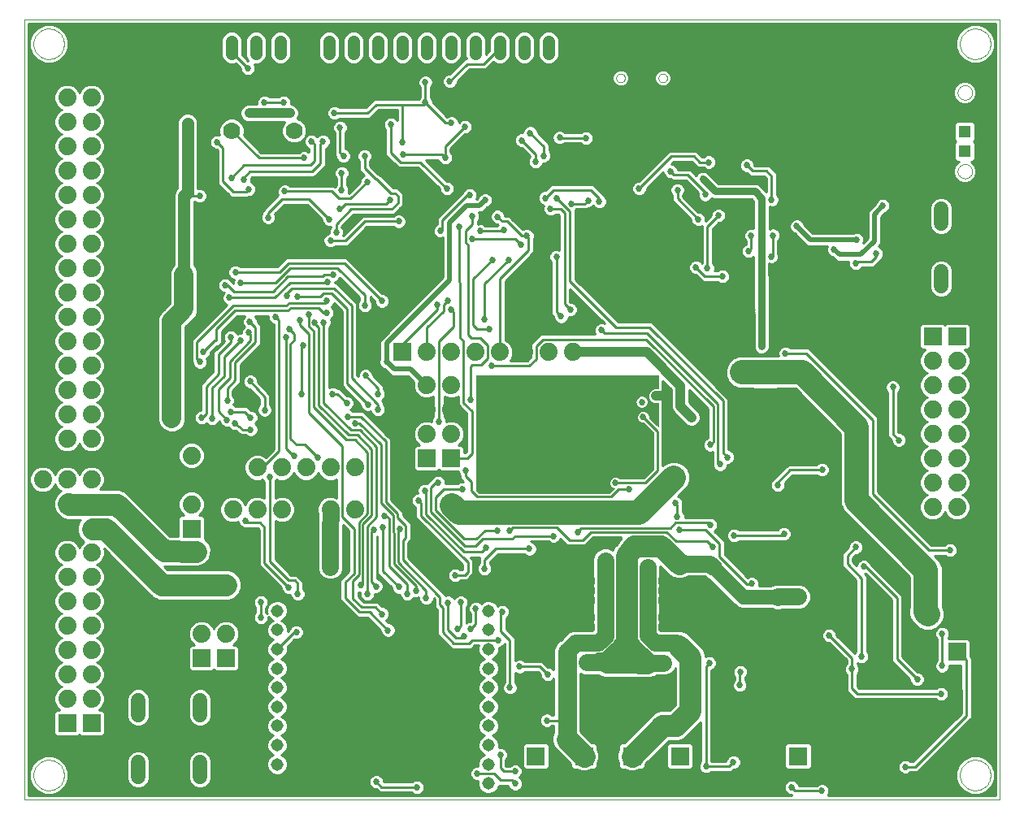
<source format=gbl>
G75*
G70*
%OFA0B0*%
%FSLAX24Y24*%
%IPPOS*%
%LPD*%
%AMOC8*
5,1,8,0,0,1.08239X$1,22.5*
%
%ADD10C,0.0000*%
%ADD11C,0.0515*%
%ADD12C,0.0740*%
%ADD13C,0.0600*%
%ADD14C,0.0515*%
%ADD15R,0.0740X0.0740*%
%ADD16C,0.1310*%
%ADD17C,0.0700*%
%ADD18R,0.0515X0.0515*%
%ADD19R,0.0768X0.0768*%
%ADD20C,0.0100*%
%ADD21C,0.0270*%
%ADD22C,0.0375*%
%ADD23C,0.0300*%
%ADD24R,0.0270X0.0270*%
%ADD25C,0.0280*%
%ADD26C,0.0400*%
%ADD27C,0.0800*%
%ADD28C,0.1000*%
%ADD29C,0.0600*%
%ADD30C,0.0900*%
%ADD31C,0.0700*%
%ADD32C,0.0500*%
%ADD33C,0.0356*%
%ADD34C,0.0050*%
%ADD35C,0.0750*%
%ADD36C,0.0200*%
%ADD37C,0.0010*%
D10*
X000247Y001996D02*
X000247Y033996D01*
X040247Y033996D01*
X040247Y001996D01*
X000247Y001996D01*
X000622Y002996D02*
X000624Y003046D01*
X000630Y003095D01*
X000640Y003144D01*
X000653Y003191D01*
X000671Y003238D01*
X000692Y003283D01*
X000716Y003326D01*
X000744Y003367D01*
X000775Y003406D01*
X000809Y003442D01*
X000846Y003476D01*
X000886Y003506D01*
X000927Y003533D01*
X000971Y003557D01*
X001016Y003577D01*
X001063Y003593D01*
X001111Y003606D01*
X001160Y003615D01*
X001210Y003620D01*
X001259Y003621D01*
X001309Y003618D01*
X001358Y003611D01*
X001407Y003600D01*
X001454Y003586D01*
X001500Y003567D01*
X001545Y003545D01*
X001588Y003520D01*
X001628Y003491D01*
X001666Y003459D01*
X001702Y003425D01*
X001735Y003387D01*
X001764Y003347D01*
X001790Y003305D01*
X001813Y003261D01*
X001832Y003215D01*
X001848Y003168D01*
X001860Y003119D01*
X001868Y003070D01*
X001872Y003021D01*
X001872Y002971D01*
X001868Y002922D01*
X001860Y002873D01*
X001848Y002824D01*
X001832Y002777D01*
X001813Y002731D01*
X001790Y002687D01*
X001764Y002645D01*
X001735Y002605D01*
X001702Y002567D01*
X001666Y002533D01*
X001628Y002501D01*
X001588Y002472D01*
X001545Y002447D01*
X001500Y002425D01*
X001454Y002406D01*
X001407Y002392D01*
X001358Y002381D01*
X001309Y002374D01*
X001259Y002371D01*
X001210Y002372D01*
X001160Y002377D01*
X001111Y002386D01*
X001063Y002399D01*
X001016Y002415D01*
X000971Y002435D01*
X000927Y002459D01*
X000886Y002486D01*
X000846Y002516D01*
X000809Y002550D01*
X000775Y002586D01*
X000744Y002625D01*
X000716Y002666D01*
X000692Y002709D01*
X000671Y002754D01*
X000653Y002801D01*
X000640Y002848D01*
X000630Y002897D01*
X000624Y002946D01*
X000622Y002996D01*
X024524Y031596D02*
X024526Y031622D01*
X024532Y031648D01*
X024542Y031673D01*
X024555Y031696D01*
X024571Y031716D01*
X024591Y031734D01*
X024613Y031749D01*
X024636Y031761D01*
X024662Y031769D01*
X024688Y031773D01*
X024714Y031773D01*
X024740Y031769D01*
X024766Y031761D01*
X024790Y031749D01*
X024811Y031734D01*
X024831Y031716D01*
X024847Y031696D01*
X024860Y031673D01*
X024870Y031648D01*
X024876Y031622D01*
X024878Y031596D01*
X024876Y031570D01*
X024870Y031544D01*
X024860Y031519D01*
X024847Y031496D01*
X024831Y031476D01*
X024811Y031458D01*
X024789Y031443D01*
X024766Y031431D01*
X024740Y031423D01*
X024714Y031419D01*
X024688Y031419D01*
X024662Y031423D01*
X024636Y031431D01*
X024612Y031443D01*
X024591Y031458D01*
X024571Y031476D01*
X024555Y031496D01*
X024542Y031519D01*
X024532Y031544D01*
X024526Y031570D01*
X024524Y031596D01*
X026256Y031596D02*
X026258Y031622D01*
X026264Y031648D01*
X026274Y031673D01*
X026287Y031696D01*
X026303Y031716D01*
X026323Y031734D01*
X026345Y031749D01*
X026368Y031761D01*
X026394Y031769D01*
X026420Y031773D01*
X026446Y031773D01*
X026472Y031769D01*
X026498Y031761D01*
X026522Y031749D01*
X026543Y031734D01*
X026563Y031716D01*
X026579Y031696D01*
X026592Y031673D01*
X026602Y031648D01*
X026608Y031622D01*
X026610Y031596D01*
X026608Y031570D01*
X026602Y031544D01*
X026592Y031519D01*
X026579Y031496D01*
X026563Y031476D01*
X026543Y031458D01*
X026521Y031443D01*
X026498Y031431D01*
X026472Y031423D01*
X026446Y031419D01*
X026420Y031419D01*
X026394Y031423D01*
X026368Y031431D01*
X026344Y031443D01*
X026323Y031458D01*
X026303Y031476D01*
X026287Y031496D01*
X026274Y031519D01*
X026264Y031544D01*
X026258Y031570D01*
X026256Y031596D01*
X038528Y031000D02*
X038530Y031034D01*
X038536Y031068D01*
X038546Y031101D01*
X038559Y031132D01*
X038577Y031162D01*
X038597Y031190D01*
X038621Y031215D01*
X038647Y031237D01*
X038675Y031255D01*
X038706Y031271D01*
X038738Y031283D01*
X038772Y031291D01*
X038806Y031295D01*
X038840Y031295D01*
X038874Y031291D01*
X038908Y031283D01*
X038940Y031271D01*
X038970Y031255D01*
X038999Y031237D01*
X039025Y031215D01*
X039049Y031190D01*
X039069Y031162D01*
X039087Y031132D01*
X039100Y031101D01*
X039110Y031068D01*
X039116Y031034D01*
X039118Y031000D01*
X039116Y030966D01*
X039110Y030932D01*
X039100Y030899D01*
X039087Y030868D01*
X039069Y030838D01*
X039049Y030810D01*
X039025Y030785D01*
X038999Y030763D01*
X038971Y030745D01*
X038940Y030729D01*
X038908Y030717D01*
X038874Y030709D01*
X038840Y030705D01*
X038806Y030705D01*
X038772Y030709D01*
X038738Y030717D01*
X038706Y030729D01*
X038675Y030745D01*
X038647Y030763D01*
X038621Y030785D01*
X038597Y030810D01*
X038577Y030838D01*
X038559Y030868D01*
X038546Y030899D01*
X038536Y030932D01*
X038530Y030966D01*
X038528Y031000D01*
X038622Y032996D02*
X038624Y033046D01*
X038630Y033095D01*
X038640Y033144D01*
X038653Y033191D01*
X038671Y033238D01*
X038692Y033283D01*
X038716Y033326D01*
X038744Y033367D01*
X038775Y033406D01*
X038809Y033442D01*
X038846Y033476D01*
X038886Y033506D01*
X038927Y033533D01*
X038971Y033557D01*
X039016Y033577D01*
X039063Y033593D01*
X039111Y033606D01*
X039160Y033615D01*
X039210Y033620D01*
X039259Y033621D01*
X039309Y033618D01*
X039358Y033611D01*
X039407Y033600D01*
X039454Y033586D01*
X039500Y033567D01*
X039545Y033545D01*
X039588Y033520D01*
X039628Y033491D01*
X039666Y033459D01*
X039702Y033425D01*
X039735Y033387D01*
X039764Y033347D01*
X039790Y033305D01*
X039813Y033261D01*
X039832Y033215D01*
X039848Y033168D01*
X039860Y033119D01*
X039868Y033070D01*
X039872Y033021D01*
X039872Y032971D01*
X039868Y032922D01*
X039860Y032873D01*
X039848Y032824D01*
X039832Y032777D01*
X039813Y032731D01*
X039790Y032687D01*
X039764Y032645D01*
X039735Y032605D01*
X039702Y032567D01*
X039666Y032533D01*
X039628Y032501D01*
X039588Y032472D01*
X039545Y032447D01*
X039500Y032425D01*
X039454Y032406D01*
X039407Y032392D01*
X039358Y032381D01*
X039309Y032374D01*
X039259Y032371D01*
X039210Y032372D01*
X039160Y032377D01*
X039111Y032386D01*
X039063Y032399D01*
X039016Y032415D01*
X038971Y032435D01*
X038927Y032459D01*
X038886Y032486D01*
X038846Y032516D01*
X038809Y032550D01*
X038775Y032586D01*
X038744Y032625D01*
X038716Y032666D01*
X038692Y032709D01*
X038671Y032754D01*
X038653Y032801D01*
X038640Y032848D01*
X038630Y032897D01*
X038624Y032946D01*
X038622Y032996D01*
X038528Y027771D02*
X038530Y027805D01*
X038536Y027839D01*
X038546Y027872D01*
X038559Y027903D01*
X038577Y027933D01*
X038597Y027961D01*
X038621Y027986D01*
X038647Y028008D01*
X038675Y028026D01*
X038706Y028042D01*
X038738Y028054D01*
X038772Y028062D01*
X038806Y028066D01*
X038840Y028066D01*
X038874Y028062D01*
X038908Y028054D01*
X038940Y028042D01*
X038970Y028026D01*
X038999Y028008D01*
X039025Y027986D01*
X039049Y027961D01*
X039069Y027933D01*
X039087Y027903D01*
X039100Y027872D01*
X039110Y027839D01*
X039116Y027805D01*
X039118Y027771D01*
X039116Y027737D01*
X039110Y027703D01*
X039100Y027670D01*
X039087Y027639D01*
X039069Y027609D01*
X039049Y027581D01*
X039025Y027556D01*
X038999Y027534D01*
X038971Y027516D01*
X038940Y027500D01*
X038908Y027488D01*
X038874Y027480D01*
X038840Y027476D01*
X038806Y027476D01*
X038772Y027480D01*
X038738Y027488D01*
X038706Y027500D01*
X038675Y027516D01*
X038647Y027534D01*
X038621Y027556D01*
X038597Y027581D01*
X038577Y027609D01*
X038559Y027639D01*
X038546Y027670D01*
X038536Y027703D01*
X038530Y027737D01*
X038528Y027771D01*
X038622Y002996D02*
X038624Y003046D01*
X038630Y003095D01*
X038640Y003144D01*
X038653Y003191D01*
X038671Y003238D01*
X038692Y003283D01*
X038716Y003326D01*
X038744Y003367D01*
X038775Y003406D01*
X038809Y003442D01*
X038846Y003476D01*
X038886Y003506D01*
X038927Y003533D01*
X038971Y003557D01*
X039016Y003577D01*
X039063Y003593D01*
X039111Y003606D01*
X039160Y003615D01*
X039210Y003620D01*
X039259Y003621D01*
X039309Y003618D01*
X039358Y003611D01*
X039407Y003600D01*
X039454Y003586D01*
X039500Y003567D01*
X039545Y003545D01*
X039588Y003520D01*
X039628Y003491D01*
X039666Y003459D01*
X039702Y003425D01*
X039735Y003387D01*
X039764Y003347D01*
X039790Y003305D01*
X039813Y003261D01*
X039832Y003215D01*
X039848Y003168D01*
X039860Y003119D01*
X039868Y003070D01*
X039872Y003021D01*
X039872Y002971D01*
X039868Y002922D01*
X039860Y002873D01*
X039848Y002824D01*
X039832Y002777D01*
X039813Y002731D01*
X039790Y002687D01*
X039764Y002645D01*
X039735Y002605D01*
X039702Y002567D01*
X039666Y002533D01*
X039628Y002501D01*
X039588Y002472D01*
X039545Y002447D01*
X039500Y002425D01*
X039454Y002406D01*
X039407Y002392D01*
X039358Y002381D01*
X039309Y002374D01*
X039259Y002371D01*
X039210Y002372D01*
X039160Y002377D01*
X039111Y002386D01*
X039063Y002399D01*
X039016Y002415D01*
X038971Y002435D01*
X038927Y002459D01*
X038886Y002486D01*
X038846Y002516D01*
X038809Y002550D01*
X038775Y002586D01*
X038744Y002625D01*
X038716Y002666D01*
X038692Y002709D01*
X038671Y002754D01*
X038653Y002801D01*
X038640Y002848D01*
X038630Y002897D01*
X038624Y002946D01*
X038622Y002996D01*
X000622Y032996D02*
X000624Y033046D01*
X000630Y033095D01*
X000640Y033144D01*
X000653Y033191D01*
X000671Y033238D01*
X000692Y033283D01*
X000716Y033326D01*
X000744Y033367D01*
X000775Y033406D01*
X000809Y033442D01*
X000846Y033476D01*
X000886Y033506D01*
X000927Y033533D01*
X000971Y033557D01*
X001016Y033577D01*
X001063Y033593D01*
X001111Y033606D01*
X001160Y033615D01*
X001210Y033620D01*
X001259Y033621D01*
X001309Y033618D01*
X001358Y033611D01*
X001407Y033600D01*
X001454Y033586D01*
X001500Y033567D01*
X001545Y033545D01*
X001588Y033520D01*
X001628Y033491D01*
X001666Y033459D01*
X001702Y033425D01*
X001735Y033387D01*
X001764Y033347D01*
X001790Y033305D01*
X001813Y033261D01*
X001832Y033215D01*
X001848Y033168D01*
X001860Y033119D01*
X001868Y033070D01*
X001872Y033021D01*
X001872Y032971D01*
X001868Y032922D01*
X001860Y032873D01*
X001848Y032824D01*
X001832Y032777D01*
X001813Y032731D01*
X001790Y032687D01*
X001764Y032645D01*
X001735Y032605D01*
X001702Y032567D01*
X001666Y032533D01*
X001628Y032501D01*
X001588Y032472D01*
X001545Y032447D01*
X001500Y032425D01*
X001454Y032406D01*
X001407Y032392D01*
X001358Y032381D01*
X001309Y032374D01*
X001259Y032371D01*
X001210Y032372D01*
X001160Y032377D01*
X001111Y032386D01*
X001063Y032399D01*
X001016Y032415D01*
X000971Y032435D01*
X000927Y032459D01*
X000886Y032486D01*
X000846Y032516D01*
X000809Y032550D01*
X000775Y032586D01*
X000744Y032625D01*
X000716Y032666D01*
X000692Y032709D01*
X000671Y032754D01*
X000653Y032801D01*
X000640Y032848D01*
X000630Y032897D01*
X000624Y032946D01*
X000622Y032996D01*
D11*
X010616Y009739D03*
X010616Y008952D03*
X010616Y008164D03*
X010616Y007377D03*
X010616Y006589D03*
X010616Y005802D03*
X010616Y005015D03*
X010616Y004227D03*
X010616Y003440D03*
X010616Y002652D03*
X019278Y002652D03*
X019278Y003440D03*
X019278Y004227D03*
X019278Y005015D03*
X019278Y005802D03*
X019278Y006589D03*
X019278Y007377D03*
X019278Y008164D03*
X019278Y008952D03*
X019278Y009739D03*
D12*
X013797Y013896D03*
X012797Y013896D03*
X011797Y013896D03*
X010797Y013896D03*
X009797Y013896D03*
X008797Y013896D03*
X007097Y014106D03*
X007097Y015106D03*
X007097Y016106D03*
X008797Y015616D03*
X009797Y015616D03*
X010797Y015616D03*
X011797Y015616D03*
X012797Y015616D03*
X013797Y015616D03*
X016747Y016996D03*
X017747Y016996D03*
X017747Y017996D03*
X016747Y017996D03*
X016747Y018996D03*
X017747Y018996D03*
X017747Y020346D03*
X016747Y020346D03*
X018747Y020346D03*
X019747Y020346D03*
X020747Y020346D03*
X021747Y020346D03*
X022747Y020346D03*
X008517Y010796D03*
X007517Y010796D03*
X007517Y009796D03*
X008517Y009796D03*
X008517Y008796D03*
X007517Y008796D03*
X002997Y009136D03*
X002997Y010136D03*
X002997Y011136D03*
X002997Y012136D03*
X001997Y012136D03*
X000997Y012136D03*
X000997Y011136D03*
X001997Y011136D03*
X001997Y010136D03*
X000997Y010136D03*
X000997Y009136D03*
X001997Y009136D03*
X001997Y008136D03*
X000997Y008136D03*
X000997Y007136D03*
X001997Y007136D03*
X002997Y007136D03*
X002997Y008136D03*
X002997Y006136D03*
X001997Y006136D03*
X000997Y006136D03*
X000997Y015137D03*
X001997Y015137D03*
X002997Y015137D03*
X002997Y016796D03*
X002997Y017796D03*
X002997Y018796D03*
X002997Y019796D03*
X002997Y020796D03*
X002997Y021796D03*
X002997Y022796D03*
X002997Y023796D03*
X002997Y024796D03*
X002997Y025796D03*
X002997Y026796D03*
X002997Y027796D03*
X002997Y028796D03*
X002997Y029796D03*
X002997Y030796D03*
X001997Y030796D03*
X000997Y030796D03*
X000997Y029796D03*
X001997Y029796D03*
X001997Y028796D03*
X000997Y028796D03*
X000997Y027796D03*
X001997Y027796D03*
X001997Y026796D03*
X000997Y026796D03*
X000997Y025796D03*
X001997Y025796D03*
X001997Y024796D03*
X000997Y024796D03*
X000997Y023796D03*
X001997Y023796D03*
X001997Y022796D03*
X000997Y022796D03*
X000997Y021796D03*
X001997Y021796D03*
X001997Y020796D03*
X000997Y020796D03*
X000997Y019796D03*
X001997Y019796D03*
X001997Y018796D03*
X000997Y018796D03*
X000997Y017796D03*
X001997Y017796D03*
X001997Y016796D03*
X000997Y016796D03*
X037497Y016996D03*
X037497Y017996D03*
X037497Y018996D03*
X037497Y019996D03*
X038497Y019996D03*
X039497Y019996D03*
X039497Y018996D03*
X038497Y018996D03*
X038497Y017996D03*
X039497Y017996D03*
X039497Y016996D03*
X038497Y016996D03*
X038497Y015996D03*
X039497Y015996D03*
X039497Y014996D03*
X038497Y014996D03*
X037497Y014996D03*
X037497Y015996D03*
X037497Y013996D03*
X038497Y013996D03*
X039497Y013996D03*
D13*
X031137Y010286D02*
X029737Y010286D01*
X028497Y011526D01*
X026884Y015207D02*
X026898Y015242D01*
X037847Y023066D02*
X037847Y023666D01*
X039627Y023666D02*
X039627Y023066D01*
X039627Y025626D02*
X039627Y026226D01*
X037847Y026226D02*
X037847Y025626D01*
X009237Y006076D02*
X009237Y005476D01*
X007457Y005476D02*
X007457Y006076D01*
X006687Y006076D02*
X006687Y005476D01*
X004907Y005476D02*
X004907Y006076D01*
X004907Y003516D02*
X004907Y002916D01*
X006687Y002916D02*
X006687Y003516D01*
X007457Y003516D02*
X007457Y002916D01*
X009237Y002916D02*
X009237Y003516D01*
X003037Y013096D02*
X002977Y013106D01*
D14*
X007747Y032588D02*
X007747Y033103D01*
X008747Y033103D02*
X008747Y032588D01*
X009747Y032588D02*
X009747Y033103D01*
X010747Y033103D02*
X010747Y032588D01*
X011747Y032588D02*
X011747Y033103D01*
X012747Y033103D02*
X012747Y032588D01*
X013747Y032588D02*
X013747Y033103D01*
X014747Y033103D02*
X014747Y032588D01*
X015747Y032588D02*
X015747Y033103D01*
X016747Y033103D02*
X016747Y032588D01*
X017747Y032588D02*
X017747Y033103D01*
X018747Y033103D02*
X018747Y032588D01*
X019747Y032588D02*
X019747Y033103D01*
X020747Y033103D02*
X020747Y032588D01*
X021747Y032588D02*
X021747Y033103D01*
X022747Y033103D02*
X022747Y032588D01*
D15*
X015747Y020346D03*
X016747Y015996D03*
X017747Y015996D03*
X008517Y007796D03*
X007517Y007796D03*
X002997Y005136D03*
X001997Y005136D03*
X000997Y005136D03*
X007097Y013106D03*
X037497Y020996D03*
X038497Y020996D03*
X039497Y020996D03*
D16*
X034512Y029896D03*
X029342Y029896D03*
D17*
X011307Y029436D03*
X008747Y029436D03*
D18*
X038807Y029386D03*
X038807Y028598D03*
X038807Y030173D03*
D19*
X038507Y010026D03*
X038507Y008057D03*
X033947Y003776D03*
X031978Y003776D03*
X027137Y003776D03*
X025168Y003776D03*
X023197Y003776D03*
X021228Y003776D03*
D20*
X020675Y003769D02*
X020072Y003769D01*
X020072Y003765D02*
X020072Y003886D01*
X020026Y003998D01*
X019940Y004084D01*
X019828Y004131D01*
X019706Y004131D01*
X019699Y004128D01*
X019705Y004142D01*
X019705Y004312D01*
X019640Y004469D01*
X019520Y004590D01*
X019444Y004621D01*
X019520Y004652D01*
X019640Y004772D01*
X019705Y004929D01*
X019705Y005100D01*
X019640Y005257D01*
X019520Y005377D01*
X019444Y005408D01*
X019520Y005440D01*
X019640Y005560D01*
X019705Y005717D01*
X019705Y005887D01*
X019640Y006044D01*
X019520Y006164D01*
X019444Y006196D01*
X019520Y006227D01*
X019640Y006347D01*
X019705Y006504D01*
X019705Y006674D01*
X019640Y006831D01*
X019520Y006952D01*
X019444Y006983D01*
X019520Y007014D01*
X019640Y007135D01*
X019705Y007292D01*
X019705Y007462D01*
X019640Y007619D01*
X019520Y007739D01*
X019444Y007770D01*
X019520Y007802D01*
X019640Y007922D01*
X019705Y008079D01*
X019705Y008238D01*
X019733Y008238D01*
X019845Y008284D01*
X019931Y008370D01*
X019937Y008385D01*
X019937Y008162D01*
X019937Y008071D01*
X019937Y007980D01*
X019940Y006795D01*
X019902Y006757D01*
X019856Y006645D01*
X019856Y006524D01*
X019902Y006412D01*
X019988Y006326D01*
X020100Y006280D01*
X020222Y006280D01*
X020334Y006326D01*
X020420Y006412D01*
X020466Y006524D01*
X020466Y006645D01*
X020420Y006757D01*
X020380Y006797D01*
X020379Y007193D01*
X020385Y007187D01*
X020497Y007141D01*
X020619Y007141D01*
X020731Y007187D01*
X020769Y007226D01*
X021305Y007226D01*
X021404Y007126D01*
X021404Y007072D01*
X021450Y006960D01*
X021536Y006874D01*
X021648Y006828D01*
X021770Y006828D01*
X021882Y006874D01*
X021955Y006947D01*
X021955Y005461D01*
X021882Y005461D01*
X021844Y005499D01*
X021732Y005546D01*
X021610Y005546D01*
X021498Y005499D01*
X021412Y005413D01*
X021366Y005301D01*
X021366Y005180D01*
X021412Y005068D01*
X021498Y004982D01*
X021610Y004936D01*
X021732Y004936D01*
X021844Y004982D01*
X021882Y005021D01*
X021955Y005021D01*
X021955Y004777D01*
X021880Y004596D01*
X021880Y004349D01*
X021974Y004121D01*
X022643Y003453D01*
X022643Y003321D01*
X022743Y003222D01*
X022914Y003222D01*
X023074Y003156D01*
X023320Y003156D01*
X023480Y003222D01*
X023651Y003222D01*
X023751Y003321D01*
X023751Y003493D01*
X023817Y003652D01*
X023817Y003899D01*
X023751Y004059D01*
X023751Y004230D01*
X023651Y004329D01*
X023520Y004329D01*
X023045Y004804D01*
X023045Y007157D01*
X023194Y007096D01*
X023592Y007096D01*
X023593Y007095D01*
X023791Y007095D01*
X023794Y007091D01*
X024021Y006996D01*
X024818Y006993D01*
X024821Y006992D01*
X024940Y006993D01*
X025905Y006985D01*
X026134Y007077D01*
X026142Y007086D01*
X026560Y007086D01*
X026752Y007165D01*
X026898Y007311D01*
X026933Y007396D01*
X026933Y005869D01*
X026711Y005648D01*
X026297Y005648D01*
X026069Y005553D01*
X024846Y004329D01*
X024714Y004329D01*
X024615Y004230D01*
X024615Y004059D01*
X024548Y003899D01*
X024548Y003652D01*
X024615Y003493D01*
X024615Y003321D01*
X024714Y003222D01*
X024885Y003222D01*
X025045Y003156D01*
X025292Y003156D01*
X025451Y003222D01*
X025623Y003222D01*
X025722Y003321D01*
X025722Y003453D01*
X026677Y004408D01*
X027091Y004408D01*
X027319Y004502D01*
X027494Y004676D01*
X027512Y004694D01*
X027983Y005166D01*
X027983Y003563D01*
X027944Y003524D01*
X027898Y003412D01*
X027898Y003291D01*
X027944Y003179D01*
X028030Y003093D01*
X028142Y003047D01*
X028264Y003047D01*
X028376Y003093D01*
X028414Y003132D01*
X029247Y003132D01*
X029335Y003220D01*
X029390Y003220D01*
X029502Y003266D01*
X029588Y003352D01*
X029634Y003464D01*
X029634Y003585D01*
X029588Y003697D01*
X029502Y003783D01*
X029390Y003830D01*
X029268Y003830D01*
X029156Y003783D01*
X029070Y003697D01*
X029024Y003585D01*
X029024Y003572D01*
X028423Y003572D01*
X028423Y007301D01*
X028510Y007337D01*
X028596Y007423D01*
X028642Y007535D01*
X028642Y007656D01*
X028596Y007768D01*
X028510Y007854D01*
X028398Y007901D01*
X028276Y007901D01*
X028173Y007858D01*
X028173Y007965D01*
X028079Y008193D01*
X027435Y008836D01*
X027207Y008931D01*
X027093Y008931D01*
X027078Y008937D01*
X026330Y008937D01*
X026321Y008946D01*
X026324Y011074D01*
X026325Y011076D01*
X026324Y011178D01*
X026324Y011279D01*
X026323Y011281D01*
X026322Y011572D01*
X026771Y011143D01*
X027001Y011054D01*
X027248Y011060D01*
X027467Y011157D01*
X028131Y011157D01*
X028202Y011085D01*
X028323Y011035D01*
X029471Y009887D01*
X029644Y009816D01*
X030913Y009816D01*
X031034Y009766D01*
X031240Y009766D01*
X031313Y009796D01*
X032080Y009796D01*
X032272Y009875D01*
X032418Y010021D01*
X032497Y010212D01*
X032497Y010419D01*
X032418Y010610D01*
X032272Y010756D01*
X032080Y010836D01*
X031054Y010836D01*
X030862Y010756D01*
X030374Y010756D01*
X030387Y010786D01*
X030387Y010907D01*
X030341Y011019D01*
X030255Y011105D01*
X030143Y011152D01*
X030021Y011152D01*
X029913Y011107D01*
X028964Y012056D01*
X028964Y012600D01*
X028835Y012729D01*
X028556Y013007D01*
X028563Y013010D01*
X028649Y013096D01*
X028695Y013208D01*
X028695Y013329D01*
X028649Y013441D01*
X028563Y013527D01*
X028451Y013574D01*
X028396Y013574D01*
X028395Y013575D01*
X027333Y013575D01*
X027333Y013667D01*
X027287Y013779D01*
X027248Y013818D01*
X027248Y014092D01*
X027249Y014094D01*
X027249Y014215D01*
X027203Y014327D01*
X027117Y014413D01*
X027062Y014436D01*
X027453Y014829D01*
X027554Y015075D01*
X027554Y015342D01*
X027451Y015588D01*
X027262Y015776D01*
X027015Y015877D01*
X026749Y015876D01*
X026503Y015774D01*
X026425Y015695D01*
X026425Y017203D01*
X026422Y017206D01*
X026422Y019175D01*
X026776Y018821D01*
X026776Y018057D01*
X026832Y017921D01*
X027396Y017357D01*
X027532Y017301D01*
X027680Y017301D01*
X027816Y017357D01*
X027920Y017461D01*
X027976Y017597D01*
X027976Y017744D01*
X027920Y017880D01*
X027516Y018284D01*
X027516Y018798D01*
X028283Y018031D01*
X028283Y016836D01*
X028205Y016804D01*
X028119Y016718D01*
X028073Y016606D01*
X028073Y016485D01*
X028119Y016373D01*
X028205Y016287D01*
X028317Y016241D01*
X028439Y016241D01*
X028470Y016253D01*
X028470Y016098D01*
X028470Y015687D01*
X028516Y015575D01*
X028602Y015489D01*
X028714Y015443D01*
X028836Y015443D01*
X028948Y015489D01*
X029034Y015575D01*
X029080Y015687D01*
X029080Y015740D01*
X029136Y015740D01*
X029248Y015786D01*
X029334Y015872D01*
X029380Y015984D01*
X029380Y016105D01*
X029334Y016217D01*
X029248Y016303D01*
X029136Y016350D01*
X029117Y016350D01*
X029117Y018437D01*
X028988Y018566D01*
X026100Y021454D01*
X025971Y021583D01*
X024601Y021583D01*
X022843Y023341D01*
X022843Y026175D01*
X022857Y026181D01*
X022895Y026220D01*
X023318Y026220D01*
X023372Y026274D01*
X023427Y026274D01*
X023539Y026320D01*
X023574Y026355D01*
X023653Y026276D01*
X023765Y026230D01*
X023887Y026230D01*
X023999Y026276D01*
X024085Y026362D01*
X024131Y026474D01*
X024131Y026595D01*
X024085Y026707D01*
X024046Y026746D01*
X024046Y026748D01*
X023698Y027096D01*
X023569Y027225D01*
X021841Y027225D01*
X021597Y026981D01*
X021542Y026981D01*
X021430Y026934D01*
X021344Y026848D01*
X021298Y026736D01*
X021298Y026615D01*
X021344Y026503D01*
X021430Y026417D01*
X021542Y026371D01*
X021558Y026371D01*
X021520Y026279D01*
X021520Y026158D01*
X021566Y026046D01*
X021652Y025960D01*
X021764Y025914D01*
X021886Y025914D01*
X021998Y025960D01*
X022036Y025999D01*
X022144Y025999D01*
X022186Y025956D01*
X022186Y024537D01*
X022129Y024561D01*
X022007Y024561D01*
X021895Y024514D01*
X021809Y024428D01*
X021763Y024316D01*
X021763Y024195D01*
X021809Y024083D01*
X021848Y024044D01*
X021848Y021916D01*
X021957Y021807D01*
X021957Y021753D01*
X022003Y021641D01*
X022089Y021555D01*
X022201Y021509D01*
X022323Y021509D01*
X022435Y021555D01*
X022521Y021641D01*
X022567Y021753D01*
X022567Y021789D01*
X022571Y021788D01*
X022693Y021788D01*
X022805Y021834D01*
X022891Y021920D01*
X022937Y022032D01*
X022937Y022153D01*
X022891Y022265D01*
X022805Y022351D01*
X022693Y022398D01*
X022638Y022398D01*
X022626Y022410D01*
X022626Y022935D01*
X024040Y021521D01*
X023970Y021551D01*
X023848Y021551D01*
X023736Y021504D01*
X023650Y021418D01*
X023604Y021306D01*
X023604Y021185D01*
X023642Y021093D01*
X021425Y021093D01*
X021296Y020964D01*
X021020Y020688D01*
X021020Y020164D01*
X020868Y020012D01*
X020177Y020012D01*
X020205Y020040D01*
X020287Y020238D01*
X020287Y020453D01*
X020205Y020651D01*
X020053Y020803D01*
X019967Y020839D01*
X019967Y023268D01*
X021150Y024451D01*
X021150Y025021D01*
X021166Y025060D01*
X021166Y025181D01*
X021120Y025293D01*
X021034Y025379D01*
X020922Y025426D01*
X020800Y025426D01*
X020692Y025381D01*
X020261Y025812D01*
X020132Y025941D01*
X019962Y025941D01*
X019962Y025971D01*
X019916Y026083D01*
X019830Y026169D01*
X019718Y026216D01*
X019596Y026216D01*
X019484Y026169D01*
X019398Y026083D01*
X019352Y025971D01*
X019352Y025850D01*
X019398Y025738D01*
X019484Y025652D01*
X019596Y025606D01*
X019651Y025606D01*
X019683Y025573D01*
X019661Y025551D01*
X019654Y025535D01*
X019163Y025535D01*
X019125Y025573D01*
X019013Y025620D01*
X018891Y025620D01*
X018837Y025597D01*
X018837Y025724D01*
X018876Y025763D01*
X018922Y025875D01*
X018922Y025996D01*
X018882Y026094D01*
X018970Y026094D01*
X019069Y026135D01*
X019145Y026211D01*
X019227Y026293D01*
X019312Y026328D01*
X019398Y026414D01*
X019444Y026526D01*
X019444Y026647D01*
X019398Y026759D01*
X019312Y026845D01*
X019200Y026892D01*
X019078Y026892D01*
X018966Y026845D01*
X018880Y026759D01*
X018845Y026675D01*
X018804Y026634D01*
X018777Y026634D01*
X018818Y026732D01*
X018818Y026853D01*
X018772Y026965D01*
X018686Y027051D01*
X018574Y027098D01*
X018452Y027098D01*
X018340Y027051D01*
X018254Y026965D01*
X018245Y026943D01*
X017301Y025999D01*
X017172Y025870D01*
X017172Y025605D01*
X017145Y025594D01*
X017059Y025508D01*
X017013Y025396D01*
X017013Y025275D01*
X017059Y025163D01*
X017145Y025077D01*
X017257Y025031D01*
X017379Y025031D01*
X017415Y025046D01*
X017415Y023414D01*
X014870Y020869D01*
X014829Y020769D01*
X014829Y020097D01*
X014794Y020012D01*
X014794Y019891D01*
X014840Y019779D01*
X014926Y019693D01*
X015011Y019658D01*
X015173Y019496D01*
X015173Y019496D01*
X015249Y019420D01*
X015348Y019379D01*
X015982Y019379D01*
X016222Y019139D01*
X016207Y019103D01*
X016207Y018888D01*
X016289Y018690D01*
X016441Y018538D01*
X016640Y018456D01*
X016854Y018456D01*
X017028Y018528D01*
X017028Y017705D01*
X016989Y017666D01*
X016943Y017554D01*
X016943Y017499D01*
X016854Y017536D01*
X016640Y017536D01*
X016441Y017453D01*
X016289Y017301D01*
X016207Y017103D01*
X016207Y016888D01*
X016289Y016690D01*
X016441Y016538D01*
X016446Y016536D01*
X016307Y016536D01*
X016207Y016436D01*
X016207Y015555D01*
X016307Y015456D01*
X017187Y015456D01*
X017247Y015515D01*
X017307Y015456D01*
X018044Y015456D01*
X018044Y015449D01*
X018090Y015337D01*
X018129Y015298D01*
X018129Y015156D01*
X018249Y015037D01*
X018162Y015037D01*
X018050Y014990D01*
X018012Y014952D01*
X017524Y014952D01*
X017524Y015054D01*
X017478Y015166D01*
X017392Y015252D01*
X017280Y015299D01*
X017158Y015299D01*
X017046Y015252D01*
X016960Y015166D01*
X016960Y015164D01*
X016759Y014963D01*
X016727Y014977D01*
X016605Y014977D01*
X016493Y014930D01*
X016407Y014844D01*
X016361Y014732D01*
X016361Y014611D01*
X016376Y014575D01*
X016347Y014575D01*
X016235Y014528D01*
X016149Y014442D01*
X016103Y014330D01*
X016103Y014209D01*
X016149Y014097D01*
X016235Y014011D01*
X016287Y013990D01*
X016287Y013552D01*
X016416Y013424D01*
X018222Y011617D01*
X018222Y011431D01*
X018216Y011425D01*
X018117Y011425D01*
X018085Y011457D01*
X017973Y011504D01*
X017851Y011504D01*
X017739Y011457D01*
X017653Y011371D01*
X017607Y011259D01*
X017607Y011138D01*
X017653Y011026D01*
X017739Y010940D01*
X017851Y010894D01*
X017973Y010894D01*
X018085Y010940D01*
X018129Y010985D01*
X018398Y010985D01*
X018527Y011113D01*
X018662Y011248D01*
X018662Y011808D01*
X018534Y011936D01*
X018915Y011936D01*
X018900Y011921D01*
X018900Y011680D01*
X018861Y011641D01*
X018815Y011529D01*
X018815Y011408D01*
X018861Y011296D01*
X018947Y011210D01*
X019059Y011164D01*
X019181Y011164D01*
X019293Y011210D01*
X019379Y011296D01*
X019425Y011408D01*
X019425Y011529D01*
X019379Y011641D01*
X019340Y011680D01*
X019340Y011738D01*
X019664Y012063D01*
X020752Y012063D01*
X020790Y012024D01*
X020902Y011978D01*
X021024Y011978D01*
X021136Y012024D01*
X021222Y012110D01*
X021268Y012222D01*
X021268Y012343D01*
X021222Y012455D01*
X021136Y012541D01*
X021028Y012586D01*
X021735Y012586D01*
X021773Y012547D01*
X021885Y012501D01*
X022007Y012501D01*
X022119Y012547D01*
X022205Y012633D01*
X022230Y012694D01*
X022510Y012415D01*
X023244Y012415D01*
X023586Y012757D01*
X024723Y012757D01*
X024718Y012752D01*
X024697Y012700D01*
X024531Y012462D01*
X024502Y012433D01*
X024415Y012346D01*
X024415Y012345D01*
X024414Y012345D01*
X024368Y012232D01*
X024367Y012232D01*
X024366Y012233D01*
X024174Y012313D01*
X023968Y012313D01*
X023776Y012233D01*
X023630Y012087D01*
X023551Y011896D01*
X023551Y008937D01*
X022751Y008937D01*
X022559Y008857D01*
X022269Y008567D01*
X022245Y008543D01*
X022191Y008521D01*
X022038Y008367D01*
X021955Y008167D01*
X021955Y007318D01*
X021882Y007391D01*
X021770Y007438D01*
X021715Y007438D01*
X021487Y007666D01*
X020769Y007666D01*
X020731Y007704D01*
X020619Y007751D01*
X020497Y007751D01*
X020385Y007704D01*
X020378Y007697D01*
X020377Y008072D01*
X020377Y008624D01*
X020013Y008988D01*
X020013Y009436D01*
X020021Y009439D01*
X020107Y009525D01*
X020153Y009637D01*
X020153Y009758D01*
X020107Y009870D01*
X020021Y009956D01*
X019909Y010003D01*
X019787Y010003D01*
X019675Y009956D01*
X019658Y009939D01*
X019640Y009981D01*
X019520Y010101D01*
X019363Y010166D01*
X019193Y010166D01*
X019036Y010101D01*
X018978Y010043D01*
X018936Y010085D01*
X018824Y010132D01*
X018702Y010132D01*
X018590Y010085D01*
X018504Y009999D01*
X018458Y009887D01*
X018458Y009766D01*
X018504Y009654D01*
X018543Y009615D01*
X018543Y009302D01*
X018535Y009294D01*
X018480Y009294D01*
X018368Y009247D01*
X018366Y009245D01*
X018366Y009875D01*
X018405Y009914D01*
X018451Y010026D01*
X018451Y010147D01*
X018405Y010259D01*
X018319Y010345D01*
X018207Y010392D01*
X018085Y010392D01*
X017973Y010345D01*
X017887Y010259D01*
X017880Y010242D01*
X017878Y010248D01*
X017792Y010334D01*
X017680Y010381D01*
X017558Y010381D01*
X017509Y010360D01*
X017509Y010400D01*
X015990Y011919D01*
X015990Y012538D01*
X016100Y012648D01*
X016100Y013329D01*
X015783Y013646D01*
X015783Y013808D01*
X015289Y014302D01*
X015289Y016782D01*
X015160Y016911D01*
X014272Y017799D01*
X014143Y017928D01*
X013723Y017928D01*
X013682Y017969D01*
X013623Y017994D01*
X013643Y018002D01*
X013729Y018088D01*
X013775Y018200D01*
X013775Y018321D01*
X013729Y018433D01*
X013643Y018519D01*
X013531Y018566D01*
X013476Y018566D01*
X013183Y018859D01*
X013106Y018859D01*
X013068Y018897D01*
X012956Y018944D01*
X012834Y018944D01*
X012746Y018907D01*
X012746Y021367D01*
X012785Y021406D01*
X012831Y021518D01*
X012831Y021639D01*
X012805Y021701D01*
X012820Y021707D01*
X012906Y021793D01*
X012952Y021905D01*
X012952Y022026D01*
X012906Y022138D01*
X012838Y022206D01*
X012916Y022283D01*
X012948Y022360D01*
X013268Y022039D01*
X013268Y021438D01*
X013267Y021437D01*
X013267Y021254D01*
X013268Y021253D01*
X013268Y018963D01*
X014030Y018201D01*
X014030Y018147D01*
X014076Y018035D01*
X014162Y017949D01*
X014274Y017903D01*
X014396Y017903D01*
X014455Y017927D01*
X014495Y017830D01*
X014581Y017744D01*
X014693Y017698D01*
X014815Y017698D01*
X014927Y017744D01*
X015013Y017830D01*
X015059Y017942D01*
X015059Y018063D01*
X015013Y018175D01*
X014974Y018214D01*
X014974Y018303D01*
X014910Y018367D01*
X014924Y018373D01*
X015010Y018459D01*
X015056Y018571D01*
X015056Y018692D01*
X015010Y018804D01*
X014971Y018843D01*
X014971Y018958D01*
X014541Y019388D01*
X014541Y019442D01*
X014495Y019554D01*
X014409Y019640D01*
X014297Y019687D01*
X014175Y019687D01*
X014063Y019640D01*
X013977Y019554D01*
X013931Y019442D01*
X013931Y019346D01*
X013887Y019390D01*
X013887Y022348D01*
X013053Y023182D01*
X012988Y023182D01*
X012988Y023227D01*
X013076Y023263D01*
X013162Y023349D01*
X013185Y023405D01*
X013993Y022597D01*
X013993Y022467D01*
X013954Y022428D01*
X013908Y022316D01*
X013908Y022195D01*
X013954Y022083D01*
X014040Y021997D01*
X014152Y021951D01*
X014274Y021951D01*
X014386Y021997D01*
X014472Y022083D01*
X014518Y022195D01*
X014518Y022316D01*
X014472Y022428D01*
X014433Y022467D01*
X014433Y022619D01*
X014611Y022441D01*
X014611Y022387D01*
X014657Y022275D01*
X014743Y022189D01*
X014855Y022143D01*
X014977Y022143D01*
X015089Y022189D01*
X015175Y022275D01*
X015221Y022387D01*
X015221Y022508D01*
X015175Y022620D01*
X015089Y022706D01*
X014977Y022753D01*
X014922Y022753D01*
X013585Y024090D01*
X013585Y024092D01*
X013456Y024221D01*
X010976Y024221D01*
X010847Y024092D01*
X010611Y023856D01*
X009108Y023856D01*
X009070Y023894D01*
X008958Y023941D01*
X008836Y023941D01*
X008724Y023894D01*
X008638Y023808D01*
X008592Y023696D01*
X008592Y023575D01*
X008638Y023463D01*
X008724Y023377D01*
X008836Y023331D01*
X008849Y023331D01*
X008823Y023268D01*
X008823Y023162D01*
X008766Y023219D01*
X008746Y023268D01*
X008660Y023354D01*
X008548Y023401D01*
X008426Y023401D01*
X008314Y023354D01*
X008228Y023268D01*
X008182Y023156D01*
X008182Y023035D01*
X008228Y022923D01*
X008314Y022837D01*
X008426Y022791D01*
X008437Y022791D01*
X008399Y022753D01*
X008353Y022641D01*
X008353Y022520D01*
X008399Y022408D01*
X008485Y022322D01*
X008547Y022297D01*
X007236Y020986D01*
X007107Y020857D01*
X007107Y019976D01*
X007141Y019942D01*
X007141Y019888D01*
X007187Y019776D01*
X007273Y019690D01*
X007385Y019644D01*
X007507Y019644D01*
X007619Y019690D01*
X007705Y019776D01*
X007751Y019888D01*
X007751Y020009D01*
X007721Y020083D01*
X007755Y020097D01*
X007841Y020183D01*
X007887Y020295D01*
X007887Y020349D01*
X008143Y020606D01*
X008218Y020606D01*
X008347Y020734D01*
X008347Y021204D01*
X008977Y021826D01*
X009291Y021826D01*
X009237Y021772D01*
X009191Y021660D01*
X009191Y021539D01*
X009237Y021427D01*
X009265Y021399D01*
X009203Y021337D01*
X009157Y021225D01*
X009157Y021138D01*
X009057Y021138D01*
X008987Y021109D01*
X008979Y021129D01*
X008893Y021215D01*
X008781Y021262D01*
X008659Y021262D01*
X008547Y021215D01*
X008461Y021129D01*
X008415Y021017D01*
X008415Y020896D01*
X008452Y020807D01*
X008123Y020479D01*
X007994Y020350D01*
X007994Y019553D01*
X007606Y019165D01*
X007477Y019036D01*
X007477Y017974D01*
X007446Y017974D01*
X007334Y017927D01*
X007248Y017841D01*
X007202Y017729D01*
X007202Y017608D01*
X007248Y017496D01*
X007334Y017410D01*
X007446Y017364D01*
X007568Y017364D01*
X007680Y017410D01*
X007706Y017437D01*
X007774Y017369D01*
X007886Y017323D01*
X008008Y017323D01*
X008120Y017369D01*
X008206Y017455D01*
X008239Y017536D01*
X008239Y017515D01*
X008285Y017403D01*
X008371Y017317D01*
X008483Y017271D01*
X008605Y017271D01*
X008619Y017276D01*
X008628Y017253D01*
X008714Y017167D01*
X008826Y017121D01*
X008930Y017121D01*
X009083Y017008D01*
X009136Y016956D01*
X009155Y016956D01*
X009170Y016944D01*
X009244Y016956D01*
X009316Y016956D01*
X009354Y016917D01*
X009466Y016871D01*
X009588Y016871D01*
X009700Y016917D01*
X009786Y017003D01*
X009832Y017115D01*
X009832Y017236D01*
X009786Y017348D01*
X009718Y017416D01*
X009786Y017483D01*
X009832Y017595D01*
X009832Y017716D01*
X009786Y017828D01*
X009700Y017914D01*
X009588Y017961D01*
X009533Y017961D01*
X009497Y017997D01*
X009368Y018126D01*
X008918Y018126D01*
X008880Y018164D01*
X008818Y018190D01*
X008825Y018197D01*
X008871Y018309D01*
X008871Y018430D01*
X008825Y018542D01*
X008786Y018581D01*
X008786Y018775D01*
X009108Y019097D01*
X009108Y019835D01*
X009808Y020536D01*
X009937Y020664D01*
X009937Y021470D01*
X009801Y021606D01*
X009801Y021660D01*
X009755Y021772D01*
X009701Y021826D01*
X010242Y021826D01*
X010242Y021726D01*
X010288Y021614D01*
X010374Y021528D01*
X010464Y021491D01*
X010464Y016373D01*
X010134Y016043D01*
X010103Y016073D01*
X009904Y016156D01*
X009690Y016156D01*
X009491Y016073D01*
X009339Y015921D01*
X009257Y015723D01*
X009257Y015508D01*
X009339Y015310D01*
X009491Y015158D01*
X009690Y015076D01*
X009904Y015076D01*
X010019Y015123D01*
X010040Y015072D01*
X010092Y015020D01*
X010092Y014358D01*
X009904Y014436D01*
X009690Y014436D01*
X009491Y014353D01*
X009339Y014201D01*
X009297Y014100D01*
X009255Y014201D01*
X009103Y014353D01*
X008904Y014436D01*
X008690Y014436D01*
X008491Y014353D01*
X008339Y014201D01*
X008257Y014003D01*
X008257Y013788D01*
X008339Y013590D01*
X008491Y013438D01*
X008690Y013356D01*
X008904Y013356D01*
X009008Y013399D01*
X009008Y013380D01*
X009054Y013268D01*
X009140Y013182D01*
X009252Y013136D01*
X009374Y013136D01*
X009391Y013143D01*
X009810Y013143D01*
X009875Y013077D01*
X009875Y011599D01*
X010791Y010683D01*
X010791Y010629D01*
X010837Y010517D01*
X010923Y010431D01*
X011035Y010385D01*
X011157Y010385D01*
X011158Y010385D01*
X011158Y010368D01*
X011204Y010256D01*
X011290Y010170D01*
X011402Y010124D01*
X011524Y010124D01*
X011636Y010170D01*
X011722Y010256D01*
X011768Y010368D01*
X011768Y010489D01*
X011722Y010601D01*
X011683Y010640D01*
X011683Y010944D01*
X011555Y011072D01*
X011426Y011201D01*
X011184Y011201D01*
X010532Y011853D01*
X010532Y013421D01*
X010690Y013356D01*
X010904Y013356D01*
X011103Y013438D01*
X011255Y013590D01*
X011337Y013788D01*
X011337Y014003D01*
X011255Y014201D01*
X011103Y014353D01*
X010904Y014436D01*
X010690Y014436D01*
X010532Y014370D01*
X010532Y015046D01*
X010558Y015072D01*
X010578Y015122D01*
X010690Y015076D01*
X010904Y015076D01*
X011103Y015158D01*
X011255Y015310D01*
X011297Y015412D01*
X011339Y015310D01*
X011491Y015158D01*
X011690Y015076D01*
X011904Y015076D01*
X012103Y015158D01*
X012255Y015310D01*
X012297Y015412D01*
X012339Y015310D01*
X012491Y015158D01*
X012690Y015076D01*
X012904Y015076D01*
X013060Y015140D01*
X013060Y014371D01*
X012904Y014436D01*
X012690Y014436D01*
X012491Y014353D01*
X012339Y014201D01*
X012257Y014003D01*
X012257Y013788D01*
X012276Y013741D01*
X012273Y013049D01*
X012273Y013047D01*
X012273Y012945D01*
X012273Y012843D01*
X012273Y012842D01*
X012276Y011430D01*
X012356Y011239D01*
X012502Y011093D01*
X012694Y011014D01*
X012901Y011015D01*
X013091Y011094D01*
X013237Y011241D01*
X013316Y011432D01*
X013313Y012944D01*
X013314Y013256D01*
X013552Y013018D01*
X013552Y011367D01*
X013318Y011133D01*
X013189Y011004D01*
X013189Y010181D01*
X013768Y009602D01*
X013897Y009474D01*
X014316Y009474D01*
X014855Y008934D01*
X014855Y008880D01*
X014901Y008768D01*
X014987Y008682D01*
X015099Y008636D01*
X015221Y008636D01*
X015333Y008682D01*
X015419Y008768D01*
X015465Y008880D01*
X015465Y009001D01*
X015419Y009113D01*
X015333Y009199D01*
X015221Y009246D01*
X015166Y009246D01*
X015068Y009343D01*
X015087Y009351D01*
X015173Y009437D01*
X015219Y009549D01*
X015219Y009670D01*
X015173Y009782D01*
X015087Y009868D01*
X014975Y009915D01*
X014920Y009915D01*
X014734Y010101D01*
X014177Y010101D01*
X013945Y010333D01*
X013945Y010506D01*
X013977Y010493D01*
X014004Y010493D01*
X014001Y010486D01*
X014001Y010365D01*
X014047Y010253D01*
X014133Y010167D01*
X014245Y010121D01*
X014367Y010121D01*
X014479Y010167D01*
X014565Y010253D01*
X014611Y010365D01*
X014611Y010437D01*
X014728Y010437D01*
X014840Y010483D01*
X014926Y010569D01*
X014972Y010681D01*
X014972Y010802D01*
X014926Y010914D01*
X014840Y011000D01*
X014728Y011047D01*
X014699Y011047D01*
X014699Y012800D01*
X014727Y012812D01*
X014727Y011277D01*
X015297Y010707D01*
X015297Y010653D01*
X015343Y010541D01*
X015429Y010455D01*
X015541Y010409D01*
X015651Y010409D01*
X015651Y010369D01*
X015697Y010257D01*
X015783Y010171D01*
X014483Y010171D01*
X014572Y010270D02*
X015692Y010270D01*
X015651Y010368D02*
X014611Y010368D01*
X014800Y010467D02*
X015418Y010467D01*
X015333Y010565D02*
X014922Y010565D01*
X014965Y010664D02*
X015297Y010664D01*
X015242Y010762D02*
X014972Y010762D01*
X014948Y010861D02*
X015144Y010861D01*
X015045Y010959D02*
X014881Y010959D01*
X014947Y011058D02*
X014699Y011058D01*
X014699Y011156D02*
X014848Y011156D01*
X014750Y011255D02*
X014699Y011255D01*
X014699Y011353D02*
X014727Y011353D01*
X014727Y011452D02*
X014699Y011452D01*
X014699Y011550D02*
X014727Y011550D01*
X014727Y011649D02*
X014699Y011649D01*
X014699Y011747D02*
X014727Y011747D01*
X014727Y011846D02*
X014699Y011846D01*
X014699Y011944D02*
X014727Y011944D01*
X014727Y012043D02*
X014699Y012043D01*
X014699Y012141D02*
X014727Y012141D01*
X014727Y012240D02*
X014699Y012240D01*
X014699Y012338D02*
X014727Y012338D01*
X014727Y012437D02*
X014699Y012437D01*
X014699Y012535D02*
X014727Y012535D01*
X014727Y012634D02*
X014699Y012634D01*
X014699Y012732D02*
X014727Y012732D01*
X014479Y012990D02*
X014564Y013075D01*
X014479Y012990D02*
X014479Y010930D01*
X014667Y010742D01*
X014305Y010427D02*
X014306Y010426D01*
X014305Y010427D02*
X014305Y013210D01*
X014684Y013589D01*
X014684Y016466D01*
X014001Y017149D01*
X013635Y017149D01*
X012526Y018258D01*
X012526Y021579D01*
X012330Y021360D02*
X012330Y018170D01*
X013541Y016959D01*
X013911Y016959D01*
X014496Y016374D01*
X014496Y013659D01*
X014128Y013291D01*
X014128Y010891D01*
X014038Y010798D01*
X014001Y010467D02*
X013945Y010467D01*
X013945Y010368D02*
X014001Y010368D01*
X014008Y010270D02*
X014040Y010270D01*
X014107Y010171D02*
X014129Y010171D01*
X014086Y009881D02*
X014643Y009881D01*
X014914Y009610D01*
X015191Y009482D02*
X017189Y009482D01*
X017189Y009580D02*
X015219Y009580D01*
X015216Y009679D02*
X017189Y009679D01*
X017189Y009777D02*
X015175Y009777D01*
X015069Y009876D02*
X017093Y009876D01*
X017069Y009899D02*
X017189Y009779D01*
X017189Y008755D01*
X017318Y008627D01*
X017770Y008175D01*
X018567Y008175D01*
X018696Y008303D01*
X018715Y008323D01*
X018881Y008323D01*
X018850Y008249D01*
X018850Y008079D01*
X018915Y007922D01*
X019036Y007802D01*
X019111Y007770D01*
X019036Y007739D01*
X018915Y007619D01*
X018850Y007462D01*
X018850Y007292D01*
X018915Y007135D01*
X019036Y007014D01*
X019111Y006983D01*
X019036Y006952D01*
X018915Y006831D01*
X018850Y006674D01*
X018850Y006504D01*
X018915Y006347D01*
X019036Y006227D01*
X019111Y006196D01*
X019036Y006164D01*
X018915Y006044D01*
X018850Y005887D01*
X018850Y005717D01*
X018915Y005560D01*
X019036Y005440D01*
X019111Y005408D01*
X019036Y005377D01*
X018915Y005257D01*
X018850Y005100D01*
X018850Y004929D01*
X018915Y004772D01*
X019036Y004652D01*
X019111Y004621D01*
X019036Y004590D01*
X018915Y004469D01*
X018850Y004312D01*
X018850Y004142D01*
X018915Y003985D01*
X019036Y003865D01*
X019111Y003833D01*
X019036Y003802D01*
X018915Y003682D01*
X018850Y003525D01*
X018850Y003360D01*
X018764Y003360D01*
X018652Y003313D01*
X018566Y003227D01*
X018520Y003115D01*
X018520Y002994D01*
X018566Y002882D01*
X014937Y002882D01*
X014933Y002893D02*
X014847Y002979D01*
X014735Y003026D01*
X014613Y003026D01*
X014501Y002979D01*
X014415Y002893D01*
X014369Y002781D01*
X014369Y002660D01*
X014415Y002548D01*
X014501Y002462D01*
X014613Y002416D01*
X014668Y002416D01*
X014802Y002282D01*
X016142Y002282D01*
X016180Y002243D01*
X016292Y002197D01*
X016414Y002197D01*
X016526Y002243D01*
X016612Y002329D01*
X016658Y002441D01*
X016658Y002562D01*
X016612Y002674D01*
X016526Y002760D01*
X016414Y002807D01*
X016292Y002807D01*
X016180Y002760D01*
X016142Y002722D01*
X014984Y002722D01*
X014979Y002727D01*
X014979Y002781D01*
X014933Y002893D01*
X014978Y002784D02*
X016237Y002784D01*
X016469Y002784D02*
X018682Y002784D01*
X018652Y002796D02*
X018764Y002750D01*
X018855Y002750D01*
X018850Y002737D01*
X018850Y002567D01*
X018915Y002410D01*
X019036Y002290D01*
X019193Y002225D01*
X019363Y002225D01*
X019520Y002290D01*
X019640Y002410D01*
X019705Y002567D01*
X019705Y002574D01*
X020079Y002574D01*
X020119Y002475D01*
X020205Y002389D01*
X020317Y002343D01*
X020439Y002343D01*
X020551Y002389D01*
X020637Y002475D01*
X020683Y002587D01*
X020683Y002708D01*
X020637Y002820D01*
X020553Y002904D01*
X020630Y002981D01*
X020676Y003093D01*
X020676Y003214D01*
X020630Y003326D01*
X020544Y003412D01*
X020432Y003459D01*
X020310Y003459D01*
X020198Y003412D01*
X020160Y003374D01*
X019992Y003374D01*
X019987Y003379D01*
X019987Y003614D01*
X020026Y003653D01*
X020072Y003765D01*
X020072Y003867D02*
X020675Y003867D01*
X020675Y003966D02*
X020039Y003966D01*
X019960Y004064D02*
X020675Y004064D01*
X020675Y004163D02*
X019705Y004163D01*
X019705Y004261D02*
X020706Y004261D01*
X020675Y004230D02*
X020675Y003321D01*
X020774Y003222D01*
X021683Y003222D01*
X021782Y003321D01*
X021782Y004230D01*
X021683Y004329D01*
X020774Y004329D01*
X020675Y004230D01*
X020675Y003670D02*
X020033Y003670D01*
X019987Y003572D02*
X020675Y003572D01*
X020675Y003473D02*
X019987Y003473D01*
X019991Y003375D02*
X020161Y003375D01*
X020371Y003154D02*
X019901Y003154D01*
X019767Y003288D01*
X019767Y003826D01*
X019686Y004360D02*
X021880Y004360D01*
X021880Y004458D02*
X019645Y004458D01*
X019553Y004557D02*
X021880Y004557D01*
X021905Y004655D02*
X019523Y004655D01*
X019621Y004754D02*
X021945Y004754D01*
X021955Y004852D02*
X019673Y004852D01*
X019705Y004951D02*
X021574Y004951D01*
X021431Y005049D02*
X019705Y005049D01*
X019685Y005148D02*
X021379Y005148D01*
X021366Y005246D02*
X019644Y005246D01*
X019552Y005345D02*
X021384Y005345D01*
X021442Y005443D02*
X019523Y005443D01*
X019622Y005542D02*
X021601Y005542D01*
X021741Y005542D02*
X021955Y005542D01*
X021955Y005640D02*
X019673Y005640D01*
X019705Y005739D02*
X021955Y005739D01*
X021955Y005837D02*
X019705Y005837D01*
X019685Y005936D02*
X021955Y005936D01*
X021955Y006034D02*
X019644Y006034D01*
X019552Y006133D02*
X021955Y006133D01*
X021955Y006231D02*
X019524Y006231D01*
X019623Y006330D02*
X019985Y006330D01*
X019896Y006428D02*
X019674Y006428D01*
X019705Y006527D02*
X019856Y006527D01*
X019856Y006625D02*
X019705Y006625D01*
X019685Y006724D02*
X019888Y006724D01*
X019940Y006822D02*
X019644Y006822D01*
X019551Y006921D02*
X019940Y006921D01*
X019940Y007019D02*
X019525Y007019D01*
X019623Y007118D02*
X019940Y007118D01*
X019939Y007216D02*
X019674Y007216D01*
X019705Y007315D02*
X019939Y007315D01*
X019939Y007413D02*
X019705Y007413D01*
X019685Y007512D02*
X019939Y007512D01*
X019938Y007610D02*
X019644Y007610D01*
X019550Y007709D02*
X019938Y007709D01*
X019938Y007807D02*
X019525Y007807D01*
X019624Y007906D02*
X019937Y007906D01*
X019937Y007980D02*
X019937Y007980D01*
X019937Y008004D02*
X019674Y008004D01*
X019705Y008103D02*
X019937Y008103D01*
X019937Y008162D02*
X019937Y008162D01*
X019937Y008201D02*
X019705Y008201D01*
X019860Y008300D02*
X019937Y008300D01*
X020157Y008072D02*
X020157Y008533D01*
X019793Y008897D01*
X019793Y009643D01*
X019848Y009698D01*
X019719Y009974D02*
X019643Y009974D01*
X019549Y010073D02*
X023551Y010073D01*
X023551Y010171D02*
X018441Y010171D01*
X018451Y010073D02*
X018578Y010073D01*
X018494Y009974D02*
X018430Y009974D01*
X018458Y009876D02*
X018366Y009876D01*
X018366Y009777D02*
X018458Y009777D01*
X018494Y009679D02*
X018366Y009679D01*
X018366Y009580D02*
X018543Y009580D01*
X018543Y009482D02*
X018366Y009482D01*
X018366Y009383D02*
X018543Y009383D01*
X018459Y009285D02*
X018366Y009285D01*
X018146Y009113D02*
X018029Y008996D01*
X018146Y009113D02*
X018146Y010087D01*
X018029Y010368D02*
X017710Y010368D01*
X017856Y010270D02*
X017898Y010270D01*
X017619Y010076D02*
X017619Y008958D01*
X017947Y008630D01*
X018218Y008630D01*
X018274Y008686D01*
X018476Y008395D02*
X017861Y008395D01*
X017409Y008847D01*
X017409Y009871D01*
X017289Y009991D01*
X017289Y010309D01*
X015770Y011828D01*
X015770Y012630D01*
X015880Y012740D01*
X015880Y013238D01*
X015563Y013555D01*
X015563Y013717D01*
X015069Y014211D01*
X015069Y016691D01*
X014052Y017708D01*
X013512Y017708D01*
X013509Y017711D01*
X013698Y017953D02*
X014159Y017953D01*
X014217Y017854D02*
X014485Y017854D01*
X014570Y017756D02*
X014315Y017756D01*
X014272Y017799D02*
X014272Y017799D01*
X014414Y017657D02*
X016986Y017657D01*
X016945Y017559D02*
X014512Y017559D01*
X014611Y017460D02*
X016457Y017460D01*
X016349Y017362D02*
X014709Y017362D01*
X014808Y017263D02*
X016273Y017263D01*
X016233Y017165D02*
X014906Y017165D01*
X015005Y017066D02*
X016207Y017066D01*
X016207Y016968D02*
X015103Y016968D01*
X015160Y016911D02*
X015160Y016911D01*
X015202Y016869D02*
X016215Y016869D01*
X016256Y016771D02*
X015289Y016771D01*
X015289Y016672D02*
X016307Y016672D01*
X016405Y016574D02*
X015289Y016574D01*
X015289Y016475D02*
X016246Y016475D01*
X016207Y016377D02*
X015289Y016377D01*
X015289Y016278D02*
X016207Y016278D01*
X016207Y016180D02*
X015289Y016180D01*
X015289Y016081D02*
X016207Y016081D01*
X016207Y015983D02*
X015289Y015983D01*
X015289Y015884D02*
X016207Y015884D01*
X016207Y015786D02*
X015289Y015786D01*
X015289Y015687D02*
X016207Y015687D01*
X016207Y015589D02*
X015289Y015589D01*
X015289Y015490D02*
X016272Y015490D01*
X016891Y015096D02*
X015289Y015096D01*
X015289Y014998D02*
X016793Y014998D01*
X016918Y014812D02*
X017100Y014994D01*
X017219Y014994D01*
X017524Y014998D02*
X018068Y014998D01*
X018189Y015096D02*
X017507Y015096D01*
X017449Y015195D02*
X018129Y015195D01*
X018129Y015293D02*
X017293Y015293D01*
X017145Y015293D02*
X015289Y015293D01*
X015289Y015195D02*
X016989Y015195D01*
X017222Y015490D02*
X017272Y015490D01*
X017749Y015994D02*
X017747Y015996D01*
X017749Y015994D02*
X018412Y015994D01*
X018611Y016193D01*
X018615Y017918D01*
X018261Y018272D01*
X018257Y020796D01*
X018097Y020956D01*
X018094Y025499D01*
X018337Y025321D02*
X018617Y025601D01*
X018617Y025936D01*
X018922Y025931D02*
X019352Y025931D01*
X019359Y025833D02*
X018904Y025833D01*
X018847Y025734D02*
X019402Y025734D01*
X019524Y025636D02*
X018837Y025636D01*
X019161Y025537D02*
X019656Y025537D01*
X019847Y025721D02*
X019657Y025911D01*
X019847Y025721D02*
X020041Y025721D01*
X020641Y025121D01*
X020861Y025121D01*
X020930Y025052D01*
X020930Y024543D01*
X019747Y023360D01*
X019747Y020346D01*
X020146Y020711D02*
X021043Y020711D01*
X021020Y020612D02*
X020221Y020612D01*
X020262Y020514D02*
X021020Y020514D01*
X021020Y020415D02*
X020287Y020415D01*
X020287Y020317D02*
X021020Y020317D01*
X021020Y020218D02*
X020279Y020218D01*
X020238Y020120D02*
X020976Y020120D01*
X020877Y020021D02*
X020186Y020021D01*
X019424Y019792D02*
X020959Y019792D01*
X021240Y020073D01*
X021240Y020597D01*
X021516Y020873D01*
X025753Y020873D01*
X028503Y018123D01*
X028503Y016671D01*
X028378Y016546D01*
X028172Y016771D02*
X026425Y016771D01*
X026425Y016869D02*
X028283Y016869D01*
X028283Y016968D02*
X026425Y016968D01*
X026425Y017066D02*
X028283Y017066D01*
X028283Y017165D02*
X026425Y017165D01*
X026422Y017263D02*
X028283Y017263D01*
X028283Y017362D02*
X027820Y017362D01*
X027919Y017460D02*
X028283Y017460D01*
X028283Y017559D02*
X027960Y017559D01*
X027976Y017657D02*
X028283Y017657D01*
X028283Y017756D02*
X027971Y017756D01*
X027930Y017854D02*
X028283Y017854D01*
X028283Y017953D02*
X027847Y017953D01*
X027749Y018051D02*
X028263Y018051D01*
X028165Y018150D02*
X027650Y018150D01*
X027552Y018248D02*
X028066Y018248D01*
X027968Y018347D02*
X027516Y018347D01*
X027516Y018445D02*
X027869Y018445D01*
X027771Y018544D02*
X027516Y018544D01*
X027516Y018642D02*
X027672Y018642D01*
X027574Y018741D02*
X027516Y018741D01*
X026776Y018741D02*
X026422Y018741D01*
X026422Y018839D02*
X026758Y018839D01*
X026660Y018938D02*
X026422Y018938D01*
X026422Y019036D02*
X026561Y019036D01*
X026463Y019135D02*
X026422Y019135D01*
X026422Y018642D02*
X026776Y018642D01*
X026776Y018544D02*
X026422Y018544D01*
X026422Y018445D02*
X026776Y018445D01*
X026776Y018347D02*
X026422Y018347D01*
X026422Y018248D02*
X026776Y018248D01*
X026776Y018150D02*
X026422Y018150D01*
X026422Y018051D02*
X026778Y018051D01*
X026819Y017953D02*
X026422Y017953D01*
X026422Y017854D02*
X026899Y017854D01*
X026998Y017756D02*
X026422Y017756D01*
X026422Y017657D02*
X027096Y017657D01*
X027195Y017559D02*
X026422Y017559D01*
X026422Y017460D02*
X027293Y017460D01*
X027392Y017362D02*
X026422Y017362D01*
X026205Y017112D02*
X025626Y017691D01*
X026205Y017112D02*
X026205Y015481D01*
X025715Y014991D01*
X024490Y014991D01*
X024613Y014717D02*
X024317Y014421D01*
X018814Y014421D01*
X018572Y014663D01*
X018572Y015025D01*
X018349Y015248D01*
X018349Y015510D01*
X018068Y015392D02*
X015289Y015392D01*
X015289Y014899D02*
X016462Y014899D01*
X016389Y014801D02*
X015289Y014801D01*
X015289Y014702D02*
X016361Y014702D01*
X016364Y014604D02*
X015289Y014604D01*
X015289Y014505D02*
X016212Y014505D01*
X016135Y014407D02*
X015289Y014407D01*
X015289Y014308D02*
X016103Y014308D01*
X016103Y014210D02*
X015381Y014210D01*
X015480Y014111D02*
X016144Y014111D01*
X016234Y014013D02*
X015578Y014013D01*
X015677Y013914D02*
X016287Y013914D01*
X016287Y013816D02*
X015775Y013816D01*
X015783Y013717D02*
X016287Y013717D01*
X016287Y013619D02*
X015810Y013619D01*
X015909Y013520D02*
X016319Y013520D01*
X016418Y013422D02*
X016007Y013422D01*
X016100Y013323D02*
X016516Y013323D01*
X016615Y013225D02*
X016100Y013225D01*
X016100Y013126D02*
X016713Y013126D01*
X016812Y013028D02*
X016100Y013028D01*
X016100Y012929D02*
X016910Y012929D01*
X017009Y012831D02*
X016100Y012831D01*
X016100Y012732D02*
X017107Y012732D01*
X017206Y012634D02*
X016085Y012634D01*
X015990Y012535D02*
X017304Y012535D01*
X017403Y012437D02*
X015990Y012437D01*
X015990Y012338D02*
X017501Y012338D01*
X017600Y012240D02*
X015990Y012240D01*
X015990Y012141D02*
X017698Y012141D01*
X017797Y012043D02*
X015990Y012043D01*
X015990Y011944D02*
X017895Y011944D01*
X017994Y011846D02*
X016063Y011846D01*
X016162Y011747D02*
X018092Y011747D01*
X018191Y011649D02*
X016260Y011649D01*
X016359Y011550D02*
X018222Y011550D01*
X018222Y011452D02*
X018090Y011452D01*
X017918Y011205D02*
X017912Y011199D01*
X017918Y011205D02*
X018307Y011205D01*
X018442Y011340D01*
X018442Y011717D01*
X018434Y011717D01*
X016507Y013644D01*
X016507Y014171D01*
X016408Y014270D01*
X016720Y014618D02*
X016720Y013711D01*
X018275Y012156D01*
X019001Y012156D01*
X019184Y012339D01*
X019049Y012690D02*
X020256Y012690D01*
X020372Y012806D01*
X021946Y012806D01*
X022090Y012535D02*
X022389Y012535D01*
X022291Y012634D02*
X022205Y012634D01*
X022488Y012437D02*
X021229Y012437D01*
X021268Y012338D02*
X024412Y012338D01*
X024371Y012240D02*
X024351Y012240D01*
X024506Y012437D02*
X023266Y012437D01*
X023365Y012535D02*
X024582Y012535D01*
X024651Y012634D02*
X023463Y012634D01*
X023562Y012732D02*
X024710Y012732D01*
X023791Y012240D02*
X021268Y012240D01*
X021235Y012141D02*
X023684Y012141D01*
X023612Y012043D02*
X021154Y012043D01*
X020963Y012283D02*
X019573Y012283D01*
X019120Y011830D01*
X019120Y011469D01*
X019402Y011353D02*
X023551Y011353D01*
X023551Y011255D02*
X019337Y011255D01*
X019425Y011452D02*
X023551Y011452D01*
X023551Y011550D02*
X019416Y011550D01*
X019371Y011649D02*
X023551Y011649D01*
X023551Y011747D02*
X019349Y011747D01*
X019447Y011846D02*
X023551Y011846D01*
X023571Y011944D02*
X019546Y011944D01*
X019644Y012043D02*
X020772Y012043D01*
X021142Y012535D02*
X021802Y012535D01*
X022090Y013146D02*
X020274Y013146D01*
X020153Y013025D01*
X019654Y013040D02*
X019132Y013040D01*
X018793Y012701D01*
X018276Y012701D01*
X017125Y013856D01*
X017125Y014405D01*
X017452Y014732D01*
X018223Y014732D01*
X016918Y014812D02*
X016918Y013787D01*
X018315Y012390D01*
X018749Y012390D01*
X019049Y012690D01*
X018900Y011846D02*
X018624Y011846D01*
X018662Y011747D02*
X018900Y011747D01*
X018869Y011649D02*
X018662Y011649D01*
X018662Y011550D02*
X018824Y011550D01*
X018815Y011452D02*
X018662Y011452D01*
X018662Y011353D02*
X018838Y011353D01*
X018903Y011255D02*
X018662Y011255D01*
X018570Y011156D02*
X023551Y011156D01*
X023551Y011058D02*
X018471Y011058D01*
X018104Y010959D02*
X023551Y010959D01*
X023551Y010861D02*
X017048Y010861D01*
X016950Y010959D02*
X017720Y010959D01*
X017640Y011058D02*
X016851Y011058D01*
X016753Y011156D02*
X017607Y011156D01*
X017607Y011255D02*
X016654Y011255D01*
X016556Y011353D02*
X017646Y011353D01*
X017734Y011452D02*
X016457Y011452D01*
X016298Y010757D02*
X015409Y011646D01*
X015409Y012924D01*
X015368Y012965D01*
X015368Y013657D01*
X014870Y014155D01*
X014870Y016563D01*
X013988Y017445D01*
X013808Y017445D01*
X013806Y016765D02*
X013459Y016765D01*
X012121Y018103D01*
X012121Y021209D01*
X011911Y021419D01*
X011903Y021427D01*
X011903Y021880D01*
X012155Y021560D02*
X012155Y021535D01*
X012330Y021360D01*
X012746Y021302D02*
X013267Y021302D01*
X013267Y021400D02*
X012779Y021400D01*
X012823Y021499D02*
X013268Y021499D01*
X013268Y021597D02*
X012831Y021597D01*
X012808Y021696D02*
X013268Y021696D01*
X013268Y021794D02*
X012906Y021794D01*
X012947Y021893D02*
X013268Y021893D01*
X013268Y021991D02*
X012952Y021991D01*
X012926Y022090D02*
X013218Y022090D01*
X013119Y022188D02*
X012856Y022188D01*
X012917Y022287D02*
X013021Y022287D01*
X012657Y022456D02*
X012567Y022366D01*
X011097Y022366D01*
X010977Y022246D01*
X008817Y022256D01*
X007327Y020766D01*
X007327Y020068D01*
X007446Y019949D01*
X007725Y019824D02*
X007994Y019824D01*
X007994Y019726D02*
X007654Y019726D01*
X007751Y019923D02*
X007994Y019923D01*
X007994Y020021D02*
X007746Y020021D01*
X007777Y020120D02*
X007994Y020120D01*
X007994Y020218D02*
X007855Y020218D01*
X007887Y020317D02*
X007994Y020317D01*
X007953Y020415D02*
X008059Y020415D01*
X008051Y020514D02*
X008158Y020514D01*
X008225Y020612D02*
X008256Y020612D01*
X008323Y020711D02*
X008355Y020711D01*
X008347Y020809D02*
X008451Y020809D01*
X008415Y020908D02*
X008347Y020908D01*
X008347Y021006D02*
X008415Y021006D01*
X008451Y021105D02*
X008347Y021105D01*
X008347Y021203D02*
X008535Y021203D01*
X008446Y021302D02*
X009189Y021302D01*
X009157Y021203D02*
X008905Y021203D01*
X008720Y020957D02*
X008720Y020765D01*
X008214Y020259D01*
X008214Y019462D01*
X007697Y018945D01*
X007697Y017836D01*
X007535Y017674D01*
X007507Y017669D01*
X007396Y017953D02*
X006860Y017953D01*
X006860Y018051D02*
X007477Y018051D01*
X007477Y018150D02*
X006860Y018150D01*
X006860Y018248D02*
X007477Y018248D01*
X007477Y018347D02*
X006859Y018347D01*
X006859Y018445D02*
X007477Y018445D01*
X007477Y018544D02*
X006859Y018544D01*
X006859Y018642D02*
X007477Y018642D01*
X007477Y018741D02*
X006859Y018741D01*
X006859Y018839D02*
X007477Y018839D01*
X007477Y018938D02*
X006859Y018938D01*
X006859Y019036D02*
X007477Y019036D01*
X007576Y019135D02*
X006859Y019135D01*
X006859Y019233D02*
X007674Y019233D01*
X007606Y019165D02*
X007606Y019165D01*
X007773Y019332D02*
X006859Y019332D01*
X006859Y019430D02*
X007871Y019430D01*
X007970Y019529D02*
X006859Y019529D01*
X006858Y019627D02*
X007994Y019627D01*
X008436Y019377D02*
X007947Y018888D01*
X007947Y017628D01*
X008102Y017362D02*
X008327Y017362D01*
X008262Y017460D02*
X008208Y017460D01*
X008544Y017576D02*
X008207Y017913D01*
X008207Y018826D01*
X008667Y019286D01*
X008667Y019966D01*
X009517Y020816D01*
X009517Y021110D01*
X009462Y021165D01*
X009264Y021400D02*
X008546Y021400D01*
X008646Y021499D02*
X009208Y021499D01*
X009191Y021597D02*
X008746Y021597D01*
X008846Y021696D02*
X009206Y021696D01*
X009259Y021794D02*
X008945Y021794D01*
X008887Y022046D02*
X008127Y021296D01*
X008127Y020826D01*
X008052Y020826D01*
X007582Y020356D01*
X007107Y020317D02*
X006858Y020317D01*
X006858Y020415D02*
X007107Y020415D01*
X007107Y020514D02*
X006858Y020514D01*
X006858Y020612D02*
X007107Y020612D01*
X007107Y020711D02*
X006858Y020711D01*
X006858Y020809D02*
X007107Y020809D01*
X007158Y020908D02*
X006858Y020908D01*
X006857Y021006D02*
X007256Y021006D01*
X007355Y021105D02*
X006857Y021105D01*
X006857Y021203D02*
X007453Y021203D01*
X007552Y021302D02*
X006857Y021302D01*
X006857Y021380D02*
X007150Y021673D01*
X007269Y021792D01*
X007356Y022001D01*
X007356Y023658D01*
X007269Y023867D01*
X007209Y023928D01*
X007209Y026536D01*
X007219Y026536D01*
X007258Y026496D01*
X007370Y026450D01*
X007492Y026450D01*
X007604Y026496D01*
X007690Y026582D01*
X007736Y026694D01*
X007736Y026815D01*
X007690Y026927D01*
X007604Y027013D01*
X007492Y027060D01*
X007370Y027060D01*
X007357Y027054D01*
X007357Y029030D01*
X007361Y029813D01*
X007298Y029967D01*
X007181Y030086D01*
X007027Y030151D01*
X006860Y030152D01*
X006705Y030089D01*
X006586Y029972D01*
X006521Y029818D01*
X006517Y029116D01*
X006517Y029115D01*
X006517Y029033D01*
X006517Y028950D01*
X006517Y028949D01*
X006517Y027080D01*
X006433Y026996D01*
X006369Y026841D01*
X006369Y023934D01*
X006303Y023867D01*
X006216Y023658D01*
X006216Y022351D01*
X005964Y022099D01*
X005964Y022099D01*
X005884Y022019D01*
X005804Y021938D01*
X005804Y021938D01*
X005804Y021938D01*
X005761Y021834D01*
X005717Y021729D01*
X005717Y021729D01*
X005717Y021729D01*
X005717Y021616D01*
X005717Y021502D01*
X005720Y017516D01*
X005807Y017306D01*
X005967Y017146D01*
X006177Y017060D01*
X006404Y017060D01*
X006613Y017147D01*
X006773Y017307D01*
X006860Y017517D01*
X006857Y021380D01*
X006878Y021400D02*
X007650Y021400D01*
X007749Y021499D02*
X006976Y021499D01*
X007075Y021597D02*
X007847Y021597D01*
X007946Y021696D02*
X007173Y021696D01*
X007150Y021673D02*
X007150Y021673D01*
X007270Y021794D02*
X008044Y021794D01*
X008143Y021893D02*
X007311Y021893D01*
X007352Y021991D02*
X008241Y021991D01*
X008340Y022090D02*
X007356Y022090D01*
X007356Y022188D02*
X008438Y022188D01*
X008537Y022287D02*
X007356Y022287D01*
X007356Y022385D02*
X008422Y022385D01*
X008368Y022484D02*
X007356Y022484D01*
X007356Y022582D02*
X008353Y022582D01*
X008369Y022681D02*
X007356Y022681D01*
X007356Y022779D02*
X008425Y022779D01*
X008274Y022878D02*
X007356Y022878D01*
X007356Y022976D02*
X008206Y022976D01*
X008182Y023075D02*
X007356Y023075D01*
X007356Y023173D02*
X008189Y023173D01*
X008232Y023272D02*
X007356Y023272D01*
X007356Y023370D02*
X008353Y023370D01*
X008621Y023370D02*
X008741Y023370D01*
X008742Y023272D02*
X008824Y023272D01*
X008812Y023173D02*
X008823Y023173D01*
X008578Y023096D02*
X008487Y023096D01*
X008578Y023096D02*
X008847Y022827D01*
X010439Y022827D01*
X011060Y023448D01*
X012478Y023448D01*
X012553Y023523D01*
X012862Y023523D01*
X012903Y023522D01*
X013170Y023370D02*
X013220Y023370D01*
X013319Y023272D02*
X013084Y023272D01*
X013062Y023173D02*
X013417Y023173D01*
X013516Y023075D02*
X013160Y023075D01*
X013259Y022976D02*
X013614Y022976D01*
X013713Y022878D02*
X013357Y022878D01*
X013456Y022779D02*
X013811Y022779D01*
X013910Y022681D02*
X013554Y022681D01*
X013653Y022582D02*
X013993Y022582D01*
X013993Y022484D02*
X013751Y022484D01*
X013850Y022385D02*
X013937Y022385D01*
X013908Y022287D02*
X013887Y022287D01*
X013887Y022188D02*
X013911Y022188D01*
X013887Y022090D02*
X013952Y022090D01*
X013887Y021991D02*
X014054Y021991D01*
X013887Y021893D02*
X015894Y021893D01*
X015993Y021991D02*
X014372Y021991D01*
X014474Y022090D02*
X016091Y022090D01*
X016190Y022188D02*
X015087Y022188D01*
X015179Y022287D02*
X016288Y022287D01*
X016387Y022385D02*
X015220Y022385D01*
X015221Y022484D02*
X016485Y022484D01*
X016584Y022582D02*
X015190Y022582D01*
X015114Y022681D02*
X016682Y022681D01*
X016781Y022779D02*
X014896Y022779D01*
X014797Y022878D02*
X016879Y022878D01*
X016978Y022976D02*
X014699Y022976D01*
X014600Y023075D02*
X017076Y023075D01*
X017175Y023173D02*
X014502Y023173D01*
X014403Y023272D02*
X017273Y023272D01*
X017372Y023370D02*
X014305Y023370D01*
X014206Y023469D02*
X017415Y023469D01*
X017415Y023567D02*
X014108Y023567D01*
X014009Y023666D02*
X017415Y023666D01*
X017415Y023764D02*
X013911Y023764D01*
X013812Y023863D02*
X017415Y023863D01*
X017415Y023961D02*
X013714Y023961D01*
X013615Y024060D02*
X017415Y024060D01*
X017415Y024158D02*
X013519Y024158D01*
X013365Y024001D02*
X013365Y023999D01*
X014916Y022448D01*
X014653Y022287D02*
X014518Y022287D01*
X014515Y022188D02*
X014745Y022188D01*
X014612Y022385D02*
X014489Y022385D01*
X014433Y022484D02*
X014569Y022484D01*
X014470Y022582D02*
X014433Y022582D01*
X014213Y022689D02*
X014213Y022256D01*
X014213Y022689D02*
X013096Y023806D01*
X011150Y023806D01*
X010550Y023206D01*
X009128Y023208D01*
X008636Y023469D02*
X007356Y023469D01*
X007356Y023567D02*
X008595Y023567D01*
X008592Y023666D02*
X007353Y023666D01*
X007312Y023764D02*
X008620Y023764D01*
X008693Y023863D02*
X007271Y023863D01*
X007209Y023961D02*
X010716Y023961D01*
X010618Y023863D02*
X009101Y023863D01*
X008897Y023636D02*
X010702Y023636D01*
X011067Y024001D01*
X013365Y024001D01*
X013498Y024701D02*
X013010Y024701D01*
X012972Y024662D01*
X012860Y024616D01*
X012738Y024616D01*
X012626Y024662D01*
X012540Y024748D01*
X012494Y024860D01*
X012494Y024981D01*
X012540Y025093D01*
X012626Y025179D01*
X012733Y025223D01*
X012733Y025326D01*
X012779Y025438D01*
X012818Y025477D01*
X012818Y025486D01*
X012699Y025486D01*
X012587Y025532D01*
X012501Y025618D01*
X012455Y025730D01*
X012455Y025784D01*
X011836Y026404D01*
X010899Y026404D01*
X010511Y026016D01*
X010543Y025939D01*
X010543Y025818D01*
X010497Y025706D01*
X010411Y025620D01*
X010299Y025574D01*
X010177Y025574D01*
X010065Y025620D01*
X009979Y025706D01*
X009933Y025818D01*
X009933Y025939D01*
X009979Y026051D01*
X010018Y026090D01*
X010018Y026145D01*
X010588Y026715D01*
X010662Y026789D01*
X010622Y026885D01*
X010622Y027006D01*
X010668Y027118D01*
X010754Y027204D01*
X010866Y027251D01*
X010988Y027251D01*
X011100Y027204D01*
X011138Y027166D01*
X012928Y027166D01*
X012980Y027114D01*
X012998Y027158D01*
X013037Y027197D01*
X013037Y027491D01*
X013001Y027527D01*
X012955Y027639D01*
X012955Y027760D01*
X013001Y027872D01*
X013087Y027958D01*
X013199Y028005D01*
X013321Y028005D01*
X013433Y027958D01*
X013519Y027872D01*
X013565Y027760D01*
X013565Y027639D01*
X013519Y027527D01*
X013477Y027485D01*
X013477Y027197D01*
X013516Y027158D01*
X013562Y027046D01*
X013562Y026925D01*
X013539Y026868D01*
X014002Y027332D01*
X014002Y027386D01*
X014048Y027498D01*
X014134Y027584D01*
X014183Y027604D01*
X014110Y027678D01*
X014110Y027678D01*
X013981Y027806D01*
X013981Y028183D01*
X013942Y028222D01*
X013896Y028334D01*
X013896Y028455D01*
X013942Y028567D01*
X014028Y028653D01*
X014140Y028700D01*
X014262Y028700D01*
X014374Y028653D01*
X014460Y028567D01*
X014506Y028455D01*
X014506Y028334D01*
X014460Y028222D01*
X014421Y028183D01*
X014421Y027989D01*
X014732Y027678D01*
X014782Y027678D01*
X015369Y027091D01*
X015547Y027091D01*
X015676Y026962D01*
X015785Y026853D01*
X015785Y026378D01*
X015656Y026250D01*
X015411Y026005D01*
X013751Y026005D01*
X013258Y025511D01*
X013258Y025477D01*
X013297Y025438D01*
X013343Y025326D01*
X013343Y025205D01*
X013317Y025141D01*
X013979Y025804D01*
X013979Y025804D01*
X014108Y025933D01*
X015391Y025933D01*
X015429Y025971D01*
X015541Y026018D01*
X015663Y026018D01*
X015775Y025971D01*
X015861Y025885D01*
X015907Y025773D01*
X015907Y025652D01*
X015861Y025540D01*
X015775Y025454D01*
X015663Y025408D01*
X015541Y025408D01*
X015429Y025454D01*
X015391Y025493D01*
X014290Y025493D01*
X013498Y024701D01*
X013547Y024749D02*
X017415Y024749D01*
X017415Y024651D02*
X012944Y024651D01*
X012654Y024651D02*
X007209Y024651D01*
X007209Y024749D02*
X012540Y024749D01*
X012499Y024848D02*
X007209Y024848D01*
X007209Y024946D02*
X012494Y024946D01*
X012520Y025045D02*
X007209Y025045D01*
X007209Y025143D02*
X012590Y025143D01*
X012733Y025242D02*
X007209Y025242D01*
X007209Y025340D02*
X012739Y025340D01*
X012780Y025439D02*
X007209Y025439D01*
X007209Y025537D02*
X012582Y025537D01*
X012494Y025636D02*
X010426Y025636D01*
X010508Y025734D02*
X012455Y025734D01*
X012407Y025833D02*
X010543Y025833D01*
X010543Y025931D02*
X012308Y025931D01*
X012210Y026030D02*
X010525Y026030D01*
X010624Y026128D02*
X012111Y026128D01*
X012013Y026227D02*
X010722Y026227D01*
X010821Y026325D02*
X011914Y026325D01*
X011927Y026624D02*
X012760Y025791D01*
X013038Y025603D02*
X013038Y025266D01*
X013317Y025143D02*
X013318Y025143D01*
X013343Y025242D02*
X013417Y025242D01*
X013337Y025340D02*
X013515Y025340D01*
X013614Y025439D02*
X013296Y025439D01*
X013284Y025537D02*
X013712Y025537D01*
X013811Y025636D02*
X013382Y025636D01*
X013481Y025734D02*
X013909Y025734D01*
X014008Y025833D02*
X013579Y025833D01*
X013678Y025931D02*
X014106Y025931D01*
X014199Y025713D02*
X013407Y024921D01*
X012799Y024921D01*
X013038Y025603D02*
X013660Y026225D01*
X015320Y026225D01*
X015565Y026470D01*
X015565Y026762D01*
X015456Y026871D01*
X015278Y026871D01*
X014691Y027458D01*
X014641Y027458D01*
X014201Y027898D01*
X014201Y028395D01*
X014506Y028394D02*
X015102Y028394D01*
X015053Y028442D02*
X015444Y028051D01*
X015573Y027923D01*
X016392Y027923D01*
X017267Y027060D01*
X017267Y027008D01*
X017313Y026896D01*
X017399Y026810D01*
X017511Y026764D01*
X017633Y026764D01*
X017745Y026810D01*
X017831Y026896D01*
X017877Y027008D01*
X017877Y027129D01*
X017831Y027241D01*
X017745Y027327D01*
X017633Y027374D01*
X017576Y027374D01*
X016697Y028240D01*
X017216Y028240D01*
X017248Y028162D01*
X017334Y028076D01*
X017446Y028030D01*
X017568Y028030D01*
X017680Y028076D01*
X017766Y028162D01*
X017812Y028274D01*
X017812Y028395D01*
X017766Y028507D01*
X017727Y028546D01*
X017727Y028695D01*
X018318Y029287D01*
X018373Y029287D01*
X018485Y029333D01*
X018571Y029419D01*
X018617Y029531D01*
X018617Y029652D01*
X018571Y029764D01*
X018485Y029850D01*
X018373Y029897D01*
X018251Y029897D01*
X018139Y029850D01*
X018064Y029775D01*
X018064Y029811D01*
X018018Y029923D01*
X017932Y030009D01*
X017820Y030056D01*
X017698Y030056D01*
X017586Y030009D01*
X017583Y030006D01*
X017000Y030590D01*
X017000Y030644D01*
X016954Y030756D01*
X016914Y030796D01*
X016914Y031207D01*
X016953Y031246D01*
X016999Y031358D01*
X016999Y031479D01*
X016953Y031591D01*
X016867Y031677D01*
X016755Y031724D01*
X016633Y031724D01*
X016521Y031677D01*
X016435Y031591D01*
X016389Y031479D01*
X016389Y031358D01*
X016435Y031246D01*
X016474Y031207D01*
X016474Y030794D01*
X016436Y030756D01*
X016425Y030730D01*
X014583Y030730D01*
X014454Y030601D01*
X014235Y030382D01*
X013174Y030382D01*
X013135Y030421D01*
X013023Y030468D01*
X012901Y030468D01*
X012789Y030421D01*
X012703Y030335D01*
X012657Y030223D01*
X012657Y030102D01*
X012703Y029990D01*
X012789Y029904D01*
X012901Y029858D01*
X013023Y029858D01*
X013135Y029904D01*
X013172Y029942D01*
X014417Y029942D01*
X014546Y030070D01*
X014546Y030070D01*
X014765Y030290D01*
X015539Y030290D01*
X015539Y029850D01*
X015532Y029868D01*
X015446Y029954D01*
X015334Y030001D01*
X015212Y030001D01*
X015100Y029954D01*
X015014Y029868D01*
X014968Y029756D01*
X014968Y029635D01*
X015014Y029523D01*
X015053Y029484D01*
X015053Y028442D01*
X015053Y028492D02*
X014491Y028492D01*
X014436Y028591D02*
X015053Y028591D01*
X015053Y028689D02*
X014287Y028689D01*
X014115Y028689D02*
X013425Y028689D01*
X013416Y028693D02*
X013416Y029348D01*
X013455Y029387D01*
X013501Y029499D01*
X013501Y029620D01*
X013455Y029732D01*
X013369Y029818D01*
X013257Y029865D01*
X013135Y029865D01*
X013023Y029818D01*
X012937Y029732D01*
X012891Y029620D01*
X012891Y029499D01*
X012937Y029387D01*
X012976Y029348D01*
X012976Y028443D01*
X013029Y028390D01*
X013029Y028336D01*
X013075Y028224D01*
X013161Y028138D01*
X013273Y028092D01*
X013395Y028092D01*
X013507Y028138D01*
X013593Y028224D01*
X013639Y028336D01*
X013639Y028457D01*
X013593Y028569D01*
X013507Y028655D01*
X013416Y028693D01*
X013416Y028788D02*
X015053Y028788D01*
X015053Y028886D02*
X013416Y028886D01*
X013416Y028985D02*
X015053Y028985D01*
X015053Y029083D02*
X013416Y029083D01*
X013416Y029182D02*
X015053Y029182D01*
X015053Y029280D02*
X013416Y029280D01*
X013446Y029379D02*
X015053Y029379D01*
X015053Y029477D02*
X013492Y029477D01*
X013501Y029576D02*
X014993Y029576D01*
X014968Y029674D02*
X013479Y029674D01*
X013414Y029773D02*
X014975Y029773D01*
X015017Y029871D02*
X013055Y029871D01*
X012978Y029773D02*
X011705Y029773D01*
X011747Y029730D02*
X011601Y029876D01*
X011438Y029944D01*
X011452Y029959D01*
X011505Y030096D01*
X011501Y030243D01*
X011441Y030378D01*
X011335Y030479D01*
X011197Y030532D01*
X011186Y030532D01*
X011187Y030535D01*
X011187Y030656D01*
X011141Y030768D01*
X011055Y030854D01*
X010943Y030901D01*
X010821Y030901D01*
X010709Y030854D01*
X010669Y030814D01*
X010304Y030814D01*
X010266Y030852D01*
X010154Y030899D01*
X010032Y030899D01*
X009920Y030852D01*
X009834Y030766D01*
X009788Y030654D01*
X009788Y030533D01*
X009790Y030528D01*
X009392Y030529D01*
X009256Y030472D01*
X009151Y030368D01*
X009095Y030232D01*
X009095Y030085D01*
X009151Y029949D01*
X009255Y029845D01*
X009391Y029789D01*
X010923Y029788D01*
X010866Y029730D01*
X010787Y029539D01*
X010787Y029332D01*
X010866Y029141D01*
X011012Y028995D01*
X011203Y028916D01*
X011410Y028916D01*
X011601Y028995D01*
X011739Y029133D01*
X011709Y029060D01*
X011709Y028939D01*
X011755Y028827D01*
X011841Y028741D01*
X011914Y028711D01*
X011914Y028555D01*
X011895Y028574D01*
X011783Y028621D01*
X011661Y028621D01*
X011549Y028574D01*
X011511Y028536D01*
X009959Y028536D01*
X009237Y029258D01*
X009267Y029332D01*
X009267Y029539D01*
X009188Y029730D01*
X009042Y029876D01*
X008851Y029956D01*
X008644Y029956D01*
X008453Y029876D01*
X008307Y029730D01*
X008227Y029539D01*
X008227Y029332D01*
X008259Y029257D01*
X008212Y029277D01*
X008090Y029277D01*
X007978Y029230D01*
X007892Y029144D01*
X007846Y029032D01*
X007846Y028911D01*
X007892Y028799D01*
X007978Y028713D01*
X008090Y028667D01*
X008145Y028667D01*
X008166Y028645D01*
X008166Y027268D01*
X008295Y027140D01*
X008601Y026833D01*
X008730Y026705D01*
X009426Y026705D01*
X009453Y026732D01*
X009508Y026732D01*
X009620Y026778D01*
X009706Y026864D01*
X009752Y026976D01*
X009752Y027097D01*
X009706Y027209D01*
X009620Y027295D01*
X009550Y027324D01*
X009562Y027353D01*
X009562Y027474D01*
X009554Y027494D01*
X009585Y027526D01*
X012130Y027526D01*
X012469Y027865D01*
X012598Y027993D01*
X012598Y028712D01*
X012669Y028741D01*
X012755Y028827D01*
X012801Y028939D01*
X012801Y029060D01*
X012755Y029172D01*
X012669Y029258D01*
X012557Y029305D01*
X012435Y029305D01*
X012323Y029258D01*
X012255Y029190D01*
X012187Y029258D01*
X012075Y029305D01*
X011953Y029305D01*
X011841Y029258D01*
X011764Y029181D01*
X011827Y029332D01*
X011827Y029539D01*
X011747Y029730D01*
X011771Y029674D02*
X012913Y029674D01*
X012891Y029576D02*
X011811Y029576D01*
X011827Y029477D02*
X012900Y029477D01*
X012946Y029379D02*
X011827Y029379D01*
X011805Y029280D02*
X011894Y029280D01*
X011764Y029182D02*
X011765Y029182D01*
X011718Y029083D02*
X011689Y029083D01*
X011709Y028985D02*
X011577Y028985D01*
X011731Y028886D02*
X009608Y028886D01*
X009707Y028788D02*
X011795Y028788D01*
X011914Y028689D02*
X009805Y028689D01*
X009904Y028591D02*
X011589Y028591D01*
X011855Y028591D02*
X011914Y028591D01*
X011722Y028316D02*
X009867Y028316D01*
X008747Y029436D01*
X008227Y029477D02*
X007360Y029477D01*
X007359Y029379D02*
X008227Y029379D01*
X008249Y029280D02*
X007358Y029280D01*
X007358Y029182D02*
X007930Y029182D01*
X007867Y029083D02*
X007357Y029083D01*
X007357Y028985D02*
X007846Y028985D01*
X007856Y028886D02*
X007357Y028886D01*
X007357Y028788D02*
X007904Y028788D01*
X008036Y028689D02*
X007357Y028689D01*
X007357Y028591D02*
X008166Y028591D01*
X008166Y028492D02*
X007357Y028492D01*
X007357Y028394D02*
X008166Y028394D01*
X008166Y028295D02*
X007357Y028295D01*
X007357Y028197D02*
X008166Y028197D01*
X008166Y028098D02*
X007357Y028098D01*
X007357Y028000D02*
X008166Y028000D01*
X008166Y027901D02*
X007357Y027901D01*
X007357Y027803D02*
X008166Y027803D01*
X008166Y027704D02*
X007357Y027704D01*
X007357Y027606D02*
X008166Y027606D01*
X008166Y027507D02*
X007357Y027507D01*
X007357Y027409D02*
X008166Y027409D01*
X008166Y027310D02*
X007357Y027310D01*
X007357Y027212D02*
X008223Y027212D01*
X008321Y027113D02*
X007357Y027113D01*
X007600Y027015D02*
X008420Y027015D01*
X008518Y026916D02*
X007694Y026916D01*
X007735Y026818D02*
X008617Y026818D01*
X008715Y026719D02*
X007736Y026719D01*
X007706Y026621D02*
X010494Y026621D01*
X010592Y026719D02*
X009441Y026719D01*
X009335Y026925D02*
X009447Y027037D01*
X009335Y026925D02*
X008821Y026925D01*
X008386Y027360D01*
X008386Y028737D01*
X008151Y028972D01*
X008243Y029576D02*
X007360Y029576D01*
X007361Y029674D02*
X008283Y029674D01*
X008349Y029773D02*
X007361Y029773D01*
X007338Y029871D02*
X008448Y029871D01*
X009047Y029871D02*
X009229Y029871D01*
X009146Y029773D02*
X010908Y029773D01*
X010843Y029674D02*
X009211Y029674D01*
X009252Y029576D02*
X010802Y029576D01*
X010787Y029477D02*
X009267Y029477D01*
X009267Y029379D02*
X010787Y029379D01*
X010808Y029280D02*
X009246Y029280D01*
X009313Y029182D02*
X010849Y029182D01*
X010924Y029083D02*
X009411Y029083D01*
X009510Y028985D02*
X011036Y028985D01*
X012014Y029000D02*
X012134Y028880D01*
X012134Y028180D01*
X011968Y028014D01*
X009248Y028014D01*
X008731Y027497D01*
X009257Y027509D02*
X009494Y027746D01*
X012039Y027746D01*
X012378Y028085D01*
X012378Y028882D01*
X012496Y029000D01*
X012376Y029280D02*
X012134Y029280D01*
X012616Y029280D02*
X012976Y029280D01*
X012976Y029182D02*
X012745Y029182D01*
X012792Y029083D02*
X012976Y029083D01*
X012976Y028985D02*
X012801Y028985D01*
X012779Y028886D02*
X012976Y028886D01*
X012976Y028788D02*
X012715Y028788D01*
X012598Y028689D02*
X012976Y028689D01*
X012976Y028591D02*
X012598Y028591D01*
X012598Y028492D02*
X012976Y028492D01*
X013026Y028394D02*
X012598Y028394D01*
X012598Y028295D02*
X013046Y028295D01*
X013103Y028197D02*
X012598Y028197D01*
X012598Y028098D02*
X013257Y028098D01*
X013187Y028000D02*
X012598Y028000D01*
X012506Y027901D02*
X013030Y027901D01*
X012973Y027803D02*
X012407Y027803D01*
X012309Y027704D02*
X012955Y027704D01*
X012969Y027606D02*
X012210Y027606D01*
X013021Y027507D02*
X009567Y027507D01*
X009562Y027409D02*
X013037Y027409D01*
X013037Y027310D02*
X009584Y027310D01*
X009703Y027212D02*
X010772Y027212D01*
X010666Y027113D02*
X009745Y027113D01*
X009752Y027015D02*
X010625Y027015D01*
X010622Y026916D02*
X009727Y026916D01*
X009659Y026818D02*
X010650Y026818D01*
X010808Y026624D02*
X011927Y026624D01*
X012837Y026946D02*
X010927Y026946D01*
X011082Y027212D02*
X013037Y027212D01*
X013257Y026986D02*
X013257Y027697D01*
X013260Y027700D01*
X013565Y027704D02*
X014083Y027704D01*
X013985Y027803D02*
X013547Y027803D01*
X013490Y027901D02*
X013981Y027901D01*
X013981Y028000D02*
X013333Y028000D01*
X013411Y028098D02*
X013981Y028098D01*
X013968Y028197D02*
X013565Y028197D01*
X013622Y028295D02*
X013912Y028295D01*
X013896Y028394D02*
X013639Y028394D01*
X013625Y028492D02*
X013911Y028492D01*
X013966Y028591D02*
X013571Y028591D01*
X013334Y028397D02*
X013196Y028535D01*
X013196Y029560D01*
X012869Y029871D02*
X011606Y029871D01*
X011456Y029970D02*
X012724Y029970D01*
X012671Y030068D02*
X011494Y030068D01*
X011503Y030167D02*
X012657Y030167D01*
X012674Y030265D02*
X011491Y030265D01*
X011448Y030364D02*
X012732Y030364D01*
X012888Y030462D02*
X011353Y030462D01*
X011187Y030561D02*
X014414Y030561D01*
X014512Y030659D02*
X011186Y030659D01*
X011145Y030758D02*
X016438Y030758D01*
X016474Y030856D02*
X011050Y030856D01*
X010882Y030596D02*
X010880Y030594D01*
X010093Y030594D01*
X009788Y030561D02*
X003484Y030561D01*
X003455Y030490D02*
X003537Y030688D01*
X003537Y030903D01*
X003455Y031101D01*
X003303Y031253D01*
X003104Y031336D01*
X002890Y031336D01*
X002691Y031253D01*
X002539Y031101D01*
X002497Y031000D01*
X002455Y031101D01*
X002303Y031253D01*
X002104Y031336D01*
X001890Y031336D01*
X001691Y031253D01*
X001539Y031101D01*
X001457Y030903D01*
X001457Y030688D01*
X001539Y030490D01*
X001691Y030338D01*
X001793Y030296D01*
X001691Y030253D01*
X001539Y030101D01*
X001457Y029903D01*
X001457Y029688D01*
X001539Y029490D01*
X001691Y029338D01*
X001793Y029296D01*
X001691Y029253D01*
X001539Y029101D01*
X001457Y028903D01*
X001457Y028688D01*
X001539Y028490D01*
X001691Y028338D01*
X001793Y028296D01*
X001691Y028253D01*
X001539Y028101D01*
X001457Y027903D01*
X001457Y027688D01*
X001539Y027490D01*
X001691Y027338D01*
X001793Y027296D01*
X001691Y027253D01*
X001539Y027101D01*
X001457Y026903D01*
X001457Y026688D01*
X001539Y026490D01*
X001691Y026338D01*
X001793Y026296D01*
X001691Y026253D01*
X001539Y026101D01*
X001457Y025903D01*
X001457Y025688D01*
X001539Y025490D01*
X001691Y025338D01*
X001793Y025296D01*
X001691Y025253D01*
X001539Y025101D01*
X001457Y024903D01*
X001457Y024688D01*
X001539Y024490D01*
X001691Y024338D01*
X001793Y024296D01*
X001691Y024253D01*
X001539Y024101D01*
X001457Y023903D01*
X001457Y023688D01*
X001539Y023490D01*
X001691Y023338D01*
X001793Y023296D01*
X001691Y023253D01*
X001539Y023101D01*
X001457Y022903D01*
X001457Y022688D01*
X001539Y022490D01*
X001691Y022338D01*
X001793Y022296D01*
X001691Y022253D01*
X001539Y022101D01*
X001457Y021903D01*
X001457Y021688D01*
X001539Y021490D01*
X001691Y021338D01*
X001793Y021296D01*
X001691Y021253D01*
X001539Y021101D01*
X001457Y020903D01*
X001457Y020688D01*
X001539Y020490D01*
X001691Y020338D01*
X001793Y020296D01*
X001691Y020253D01*
X001539Y020101D01*
X001457Y019903D01*
X001457Y019688D01*
X001539Y019490D01*
X001691Y019338D01*
X001793Y019296D01*
X001691Y019253D01*
X001539Y019101D01*
X001457Y018903D01*
X001457Y018688D01*
X001539Y018490D01*
X001691Y018338D01*
X001793Y018296D01*
X001691Y018253D01*
X001539Y018101D01*
X001457Y017903D01*
X001457Y017688D01*
X001539Y017490D01*
X001691Y017338D01*
X001793Y017296D01*
X001691Y017253D01*
X001539Y017101D01*
X001457Y016903D01*
X001457Y016688D01*
X001539Y016490D01*
X001691Y016338D01*
X001890Y016256D01*
X002104Y016256D01*
X002303Y016338D01*
X002455Y016490D01*
X002497Y016592D01*
X002539Y016490D01*
X002691Y016338D01*
X002890Y016256D01*
X003104Y016256D01*
X003303Y016338D01*
X003455Y016490D01*
X003537Y016688D01*
X003537Y016903D01*
X003455Y017101D01*
X003303Y017253D01*
X003201Y017296D01*
X003303Y017338D01*
X003455Y017490D01*
X003537Y017688D01*
X003537Y017903D01*
X003455Y018101D01*
X003303Y018253D01*
X003201Y018296D01*
X003303Y018338D01*
X003455Y018490D01*
X003537Y018688D01*
X003537Y018903D01*
X003455Y019101D01*
X003303Y019253D01*
X003201Y019296D01*
X003303Y019338D01*
X003455Y019490D01*
X003537Y019688D01*
X003537Y019903D01*
X003455Y020101D01*
X003303Y020253D01*
X003201Y020296D01*
X003303Y020338D01*
X003455Y020490D01*
X003537Y020688D01*
X003537Y020903D01*
X003455Y021101D01*
X003303Y021253D01*
X003201Y021296D01*
X003303Y021338D01*
X003455Y021490D01*
X003537Y021688D01*
X003537Y021903D01*
X003455Y022101D01*
X003303Y022253D01*
X003201Y022296D01*
X003303Y022338D01*
X003455Y022490D01*
X003537Y022688D01*
X003537Y022903D01*
X003455Y023101D01*
X003303Y023253D01*
X003201Y023296D01*
X003303Y023338D01*
X003455Y023490D01*
X003537Y023688D01*
X003537Y023903D01*
X003455Y024101D01*
X003303Y024253D01*
X003201Y024296D01*
X003303Y024338D01*
X003455Y024490D01*
X003537Y024688D01*
X003537Y024903D01*
X003455Y025101D01*
X003303Y025253D01*
X003201Y025296D01*
X003303Y025338D01*
X003455Y025490D01*
X003537Y025688D01*
X003537Y025903D01*
X003455Y026101D01*
X003303Y026253D01*
X003201Y026296D01*
X003303Y026338D01*
X003455Y026490D01*
X003537Y026688D01*
X003537Y026903D01*
X003455Y027101D01*
X003303Y027253D01*
X003201Y027296D01*
X003303Y027338D01*
X003455Y027490D01*
X003537Y027688D01*
X003537Y027903D01*
X003455Y028101D01*
X003303Y028253D01*
X003201Y028296D01*
X003303Y028338D01*
X003455Y028490D01*
X003537Y028688D01*
X003537Y028903D01*
X003455Y029101D01*
X003303Y029253D01*
X003201Y029296D01*
X003303Y029338D01*
X003455Y029490D01*
X003537Y029688D01*
X003537Y029903D01*
X003455Y030101D01*
X003303Y030253D01*
X003201Y030296D01*
X003303Y030338D01*
X003455Y030490D01*
X003427Y030462D02*
X009245Y030462D01*
X009150Y030364D02*
X003329Y030364D01*
X003274Y030265D02*
X009109Y030265D01*
X009095Y030167D02*
X003390Y030167D01*
X003469Y030068D02*
X006684Y030068D01*
X006586Y029970D02*
X003509Y029970D01*
X003537Y029871D02*
X006544Y029871D01*
X006521Y029773D02*
X003537Y029773D01*
X003531Y029674D02*
X006521Y029674D01*
X006520Y029576D02*
X003490Y029576D01*
X003442Y029477D02*
X006520Y029477D01*
X006519Y029379D02*
X003344Y029379D01*
X003238Y029280D02*
X006518Y029280D01*
X006518Y029182D02*
X003375Y029182D01*
X003462Y029083D02*
X006517Y029083D01*
X006517Y028985D02*
X003503Y028985D01*
X003537Y028886D02*
X006517Y028886D01*
X006517Y028788D02*
X003537Y028788D01*
X003537Y028689D02*
X006517Y028689D01*
X006517Y028591D02*
X003497Y028591D01*
X003456Y028492D02*
X006517Y028492D01*
X006517Y028394D02*
X003359Y028394D01*
X003202Y028295D02*
X006517Y028295D01*
X006517Y028197D02*
X003360Y028197D01*
X003456Y028098D02*
X006517Y028098D01*
X006517Y028000D02*
X003497Y028000D01*
X003537Y027901D02*
X006517Y027901D01*
X006517Y027803D02*
X003537Y027803D01*
X003537Y027704D02*
X006517Y027704D01*
X006517Y027606D02*
X003503Y027606D01*
X003462Y027507D02*
X006517Y027507D01*
X006517Y027409D02*
X003374Y027409D01*
X003236Y027310D02*
X006517Y027310D01*
X006517Y027212D02*
X003345Y027212D01*
X003443Y027113D02*
X006517Y027113D01*
X006452Y027015D02*
X003491Y027015D01*
X003532Y026916D02*
X006400Y026916D01*
X006369Y026818D02*
X003537Y026818D01*
X003537Y026719D02*
X006369Y026719D01*
X006369Y026621D02*
X003509Y026621D01*
X003468Y026522D02*
X006369Y026522D01*
X006369Y026424D02*
X003389Y026424D01*
X003272Y026325D02*
X006369Y026325D01*
X006369Y026227D02*
X003330Y026227D01*
X003428Y026128D02*
X006369Y026128D01*
X006369Y026030D02*
X003485Y026030D01*
X003525Y025931D02*
X006369Y025931D01*
X006369Y025833D02*
X003537Y025833D01*
X003537Y025734D02*
X006369Y025734D01*
X006369Y025636D02*
X003515Y025636D01*
X003474Y025537D02*
X006369Y025537D01*
X006369Y025439D02*
X003404Y025439D01*
X003305Y025340D02*
X006369Y025340D01*
X006369Y025242D02*
X003315Y025242D01*
X003413Y025143D02*
X006369Y025143D01*
X006369Y025045D02*
X003478Y025045D01*
X003519Y024946D02*
X006369Y024946D01*
X006369Y024848D02*
X003537Y024848D01*
X003537Y024749D02*
X006369Y024749D01*
X006369Y024651D02*
X003521Y024651D01*
X003481Y024552D02*
X006369Y024552D01*
X006369Y024454D02*
X003419Y024454D01*
X003320Y024355D02*
X006369Y024355D01*
X006369Y024257D02*
X003295Y024257D01*
X003398Y024158D02*
X006369Y024158D01*
X006369Y024060D02*
X003472Y024060D01*
X003513Y023961D02*
X006369Y023961D01*
X006301Y023863D02*
X003537Y023863D01*
X003537Y023764D02*
X006260Y023764D01*
X006219Y023666D02*
X003528Y023666D01*
X003487Y023567D02*
X006216Y023567D01*
X006216Y023469D02*
X003434Y023469D01*
X003335Y023370D02*
X006216Y023370D01*
X006216Y023272D02*
X003259Y023272D01*
X003383Y023173D02*
X006216Y023173D01*
X006216Y023075D02*
X003466Y023075D01*
X003507Y022976D02*
X006216Y022976D01*
X006216Y022878D02*
X003537Y022878D01*
X003537Y022779D02*
X006216Y022779D01*
X006216Y022681D02*
X003534Y022681D01*
X003493Y022582D02*
X006216Y022582D01*
X006216Y022484D02*
X003449Y022484D01*
X003350Y022385D02*
X006216Y022385D01*
X006152Y022287D02*
X003223Y022287D01*
X003368Y022188D02*
X006053Y022188D01*
X005955Y022090D02*
X003460Y022090D01*
X003500Y021991D02*
X005856Y021991D01*
X005785Y021893D02*
X003537Y021893D01*
X003537Y021794D02*
X005744Y021794D01*
X005717Y021696D02*
X003537Y021696D01*
X003499Y021597D02*
X005717Y021597D01*
X005717Y021502D02*
X005717Y021502D01*
X005717Y021499D02*
X003458Y021499D01*
X003365Y021400D02*
X005717Y021400D01*
X005717Y021302D02*
X003216Y021302D01*
X003353Y021203D02*
X005717Y021203D01*
X005717Y021105D02*
X003452Y021105D01*
X003494Y021006D02*
X005717Y021006D01*
X005718Y020908D02*
X003535Y020908D01*
X003537Y020809D02*
X005718Y020809D01*
X005718Y020711D02*
X003537Y020711D01*
X003506Y020612D02*
X005718Y020612D01*
X005718Y020514D02*
X003465Y020514D01*
X003380Y020415D02*
X005718Y020415D01*
X005718Y020317D02*
X003252Y020317D01*
X003338Y020218D02*
X005718Y020218D01*
X005718Y020120D02*
X003437Y020120D01*
X003488Y020021D02*
X005718Y020021D01*
X005718Y019923D02*
X003529Y019923D01*
X003537Y019824D02*
X005718Y019824D01*
X005718Y019726D02*
X003537Y019726D01*
X003512Y019627D02*
X005718Y019627D01*
X005719Y019529D02*
X003471Y019529D01*
X003395Y019430D02*
X005719Y019430D01*
X005719Y019332D02*
X003288Y019332D01*
X003323Y019233D02*
X005719Y019233D01*
X005719Y019135D02*
X003422Y019135D01*
X003482Y019036D02*
X005719Y019036D01*
X005719Y018938D02*
X003523Y018938D01*
X003537Y018839D02*
X005719Y018839D01*
X005719Y018741D02*
X003537Y018741D01*
X003518Y018642D02*
X005719Y018642D01*
X005719Y018544D02*
X003477Y018544D01*
X003410Y018445D02*
X005719Y018445D01*
X005719Y018347D02*
X003312Y018347D01*
X003308Y018248D02*
X005720Y018248D01*
X005720Y018150D02*
X003407Y018150D01*
X003476Y018051D02*
X005720Y018051D01*
X005720Y017953D02*
X003516Y017953D01*
X003537Y017854D02*
X005720Y017854D01*
X005720Y017756D02*
X003537Y017756D01*
X003524Y017657D02*
X005720Y017657D01*
X005720Y017559D02*
X003483Y017559D01*
X003425Y017460D02*
X005743Y017460D01*
X005784Y017362D02*
X003327Y017362D01*
X003279Y017263D02*
X005850Y017263D01*
X005949Y017165D02*
X003392Y017165D01*
X003469Y017066D02*
X006161Y017066D01*
X006419Y017066D02*
X009004Y017066D01*
X009124Y016968D02*
X003510Y016968D01*
X003537Y016869D02*
X010464Y016869D01*
X010464Y016771D02*
X003537Y016771D01*
X003530Y016672D02*
X010464Y016672D01*
X010464Y016574D02*
X007378Y016574D01*
X007403Y016563D02*
X007204Y016646D01*
X006990Y016646D01*
X006791Y016563D01*
X006639Y016411D01*
X006557Y016213D01*
X006557Y015998D01*
X006639Y015800D01*
X006791Y015648D01*
X006990Y015566D01*
X007204Y015566D01*
X007403Y015648D01*
X007555Y015800D01*
X007637Y015998D01*
X007637Y016213D01*
X007555Y016411D01*
X007403Y016563D01*
X007491Y016475D02*
X010464Y016475D01*
X010464Y016377D02*
X007569Y016377D01*
X007610Y016278D02*
X010369Y016278D01*
X010271Y016180D02*
X007637Y016180D01*
X007637Y016081D02*
X009510Y016081D01*
X009400Y015983D02*
X007631Y015983D01*
X007590Y015884D02*
X009324Y015884D01*
X009283Y015786D02*
X007541Y015786D01*
X007442Y015687D02*
X009257Y015687D01*
X009257Y015589D02*
X007260Y015589D01*
X006934Y015589D02*
X003309Y015589D01*
X003303Y015594D02*
X003104Y015677D01*
X002890Y015677D01*
X002691Y015594D01*
X002539Y015442D01*
X002497Y015341D01*
X002455Y015442D01*
X002303Y015594D01*
X002104Y015677D01*
X001890Y015677D01*
X001691Y015594D01*
X001539Y015442D01*
X001497Y015341D01*
X001455Y015442D01*
X001303Y015594D01*
X001104Y015677D01*
X000890Y015677D01*
X000691Y015594D01*
X000539Y015442D01*
X000457Y015244D01*
X000457Y015029D01*
X000539Y014831D01*
X000691Y014679D01*
X000890Y014597D01*
X001104Y014597D01*
X001303Y014679D01*
X001455Y014831D01*
X001497Y014933D01*
X001539Y014831D01*
X001691Y014679D01*
X001737Y014660D01*
X001712Y014649D01*
X001537Y014475D01*
X001443Y014247D01*
X001443Y014000D01*
X001537Y013772D01*
X001743Y013567D01*
X001971Y013473D01*
X002537Y013473D01*
X002512Y013448D01*
X002417Y013220D01*
X002417Y012973D01*
X002511Y012745D01*
X002677Y012579D01*
X002539Y012441D01*
X002497Y012340D01*
X002455Y012441D01*
X002303Y012593D01*
X002104Y012676D01*
X001890Y012676D01*
X001691Y012593D01*
X001539Y012441D01*
X001457Y012243D01*
X001457Y012028D01*
X001539Y011830D01*
X001691Y011678D01*
X001793Y011636D01*
X001691Y011593D01*
X001539Y011441D01*
X001457Y011243D01*
X001457Y011028D01*
X001539Y010830D01*
X001691Y010678D01*
X001793Y010636D01*
X001691Y010593D01*
X001539Y010441D01*
X001457Y010243D01*
X001457Y010028D01*
X001539Y009830D01*
X001691Y009678D01*
X001793Y009636D01*
X001691Y009593D01*
X001539Y009441D01*
X001457Y009243D01*
X001457Y009028D01*
X001539Y008830D01*
X001691Y008678D01*
X001793Y008636D01*
X001691Y008593D01*
X001539Y008441D01*
X001457Y008243D01*
X001457Y008028D01*
X001539Y007830D01*
X001691Y007678D01*
X001793Y007636D01*
X001691Y007593D01*
X001539Y007441D01*
X001457Y007243D01*
X001457Y007028D01*
X001539Y006830D01*
X001691Y006678D01*
X001793Y006636D01*
X001691Y006593D01*
X001539Y006441D01*
X001457Y006243D01*
X001457Y006028D01*
X001539Y005830D01*
X001691Y005678D01*
X001696Y005676D01*
X001557Y005676D01*
X001457Y005576D01*
X001457Y004695D01*
X001557Y004596D01*
X002437Y004596D01*
X002497Y004655D01*
X002497Y004655D01*
X002557Y004596D01*
X003437Y004596D01*
X003537Y004695D01*
X003537Y005576D01*
X003437Y005676D01*
X003298Y005676D01*
X003303Y005678D01*
X003455Y005830D01*
X003537Y006028D01*
X003537Y006243D01*
X003455Y006441D01*
X003303Y006593D01*
X003201Y006636D01*
X003303Y006678D01*
X003455Y006830D01*
X003537Y007028D01*
X003537Y007243D01*
X003455Y007441D01*
X003303Y007593D01*
X003201Y007636D01*
X003303Y007678D01*
X003455Y007830D01*
X003537Y008028D01*
X003537Y008243D01*
X003455Y008441D01*
X003303Y008593D01*
X003201Y008636D01*
X003303Y008678D01*
X003455Y008830D01*
X003537Y009028D01*
X003537Y009243D01*
X003455Y009441D01*
X003303Y009593D01*
X003201Y009636D01*
X003303Y009678D01*
X003455Y009830D01*
X003537Y010028D01*
X003537Y010243D01*
X003455Y010441D01*
X003303Y010593D01*
X003201Y010636D01*
X003303Y010678D01*
X003455Y010830D01*
X003537Y011028D01*
X003537Y011243D01*
X003455Y011441D01*
X003303Y011593D01*
X003201Y011636D01*
X003303Y011678D01*
X003455Y011830D01*
X003537Y012028D01*
X003537Y012243D01*
X003518Y012288D01*
X005346Y010445D01*
X005347Y010443D01*
X005433Y010357D01*
X005519Y010271D01*
X005520Y010270D01*
X005521Y010269D01*
X005634Y010222D01*
X005746Y010175D01*
X005748Y010175D01*
X005749Y010175D01*
X005871Y010175D01*
X005993Y010174D01*
X005994Y010175D01*
X007516Y010176D01*
X008639Y010176D01*
X008867Y010270D01*
X009042Y010444D01*
X009136Y010672D01*
X009136Y010919D01*
X009042Y011147D01*
X008867Y011321D01*
X008639Y011416D01*
X007639Y011416D01*
X007639Y011416D01*
X007516Y011416D01*
X007393Y011416D01*
X007392Y011416D01*
X006130Y011415D01*
X005981Y011565D01*
X007396Y011555D01*
X007624Y011647D01*
X007800Y011820D01*
X007896Y012048D01*
X007898Y012294D01*
X007805Y012523D01*
X007637Y012694D01*
X007637Y013546D01*
X007537Y013646D01*
X007398Y013646D01*
X007403Y013648D01*
X007555Y013800D01*
X007637Y013998D01*
X007637Y014213D01*
X007555Y014411D01*
X007403Y014563D01*
X007204Y014646D01*
X006990Y014646D01*
X006791Y014563D01*
X006639Y014411D01*
X006557Y014213D01*
X006557Y013998D01*
X006639Y013800D01*
X006791Y013648D01*
X006796Y013646D01*
X006657Y013646D01*
X006557Y013546D01*
X006557Y012801D01*
X006224Y012804D01*
X004480Y014532D01*
X004394Y014618D01*
X004393Y014619D01*
X004392Y014620D01*
X004279Y014666D01*
X004166Y014713D01*
X004165Y014713D01*
X004164Y014713D01*
X004042Y014713D01*
X003337Y014713D01*
X003455Y014831D01*
X003537Y015029D01*
X003537Y015244D01*
X003455Y015442D01*
X003303Y015594D01*
X003407Y015490D02*
X009264Y015490D01*
X009305Y015392D02*
X003476Y015392D01*
X003517Y015293D02*
X009356Y015293D01*
X009454Y015195D02*
X003537Y015195D01*
X003537Y015096D02*
X009640Y015096D01*
X009954Y015096D02*
X010030Y015096D01*
X010092Y014998D02*
X003524Y014998D01*
X003483Y014899D02*
X010092Y014899D01*
X010092Y014801D02*
X003425Y014801D01*
X004192Y014702D02*
X010092Y014702D01*
X010092Y014604D02*
X007306Y014604D01*
X007461Y014505D02*
X010092Y014505D01*
X010092Y014407D02*
X009974Y014407D01*
X009620Y014407D02*
X008974Y014407D01*
X009148Y014308D02*
X009446Y014308D01*
X009347Y014210D02*
X009247Y014210D01*
X009292Y014111D02*
X009302Y014111D01*
X009313Y013441D02*
X009391Y013363D01*
X009901Y013363D01*
X010095Y013169D01*
X010095Y011691D01*
X011096Y010690D01*
X011093Y010981D02*
X011335Y010981D01*
X011463Y010853D01*
X011463Y010429D01*
X011737Y010565D02*
X013189Y010565D01*
X013189Y010467D02*
X011768Y010467D01*
X011768Y010368D02*
X013189Y010368D01*
X013189Y010270D02*
X011727Y010270D01*
X011637Y010171D02*
X013199Y010171D01*
X013298Y010073D02*
X010887Y010073D01*
X010858Y010101D02*
X010701Y010166D01*
X010531Y010166D01*
X010374Y010101D01*
X010254Y009981D01*
X010189Y009824D01*
X010189Y009654D01*
X010197Y009634D01*
X010163Y009668D01*
X010163Y009879D01*
X010202Y009918D01*
X010248Y010030D01*
X010248Y010151D01*
X010202Y010263D01*
X010116Y010349D01*
X010004Y010396D01*
X009882Y010396D01*
X009770Y010349D01*
X009684Y010263D01*
X009638Y010151D01*
X009638Y010030D01*
X009684Y009918D01*
X009723Y009879D01*
X009723Y009668D01*
X009684Y009629D01*
X009638Y009517D01*
X009638Y009396D01*
X009684Y009284D01*
X009770Y009198D01*
X009882Y009152D01*
X010004Y009152D01*
X010116Y009198D01*
X010202Y009284D01*
X010248Y009396D01*
X010248Y009511D01*
X010254Y009497D01*
X010374Y009377D01*
X010450Y009345D01*
X010374Y009314D01*
X010254Y009194D01*
X010189Y009037D01*
X010189Y008866D01*
X010254Y008709D01*
X010374Y008589D01*
X010450Y008558D01*
X010374Y008527D01*
X010254Y008406D01*
X010189Y008249D01*
X010189Y008079D01*
X010254Y007922D01*
X010374Y007802D01*
X010450Y007770D01*
X010374Y007739D01*
X010254Y007619D01*
X010189Y007462D01*
X010189Y007292D01*
X010254Y007135D01*
X010374Y007014D01*
X010450Y006983D01*
X010374Y006952D01*
X010254Y006831D01*
X010189Y006674D01*
X010189Y006504D01*
X010254Y006347D01*
X010374Y006227D01*
X010450Y006196D01*
X010374Y006164D01*
X010254Y006044D01*
X010189Y005887D01*
X010189Y005717D01*
X010254Y005560D01*
X010374Y005440D01*
X010450Y005408D01*
X010374Y005377D01*
X010254Y005257D01*
X010189Y005100D01*
X010189Y004929D01*
X010254Y004772D01*
X010374Y004652D01*
X010450Y004621D01*
X010374Y004590D01*
X010254Y004469D01*
X010189Y004312D01*
X010189Y004142D01*
X010254Y003985D01*
X010374Y003865D01*
X010450Y003833D01*
X010374Y003802D01*
X010254Y003682D01*
X010189Y003525D01*
X010189Y003355D01*
X010254Y003198D01*
X010374Y003077D01*
X010531Y003012D01*
X010701Y003012D01*
X010858Y003077D01*
X010979Y003198D01*
X011044Y003355D01*
X011044Y003525D01*
X010979Y003682D01*
X010858Y003802D01*
X010783Y003833D01*
X010858Y003865D01*
X010979Y003985D01*
X011044Y004142D01*
X011044Y004312D01*
X010979Y004469D01*
X010858Y004590D01*
X010783Y004621D01*
X010858Y004652D01*
X010979Y004772D01*
X011044Y004929D01*
X011044Y005100D01*
X010979Y005257D01*
X010858Y005377D01*
X010783Y005408D01*
X010858Y005440D01*
X010979Y005560D01*
X011044Y005717D01*
X011044Y005887D01*
X010979Y006044D01*
X010858Y006164D01*
X010783Y006196D01*
X010858Y006227D01*
X010979Y006347D01*
X011044Y006504D01*
X011044Y006674D01*
X010979Y006831D01*
X010858Y006952D01*
X010783Y006983D01*
X010858Y007014D01*
X010979Y007135D01*
X011044Y007292D01*
X011044Y007462D01*
X010979Y007619D01*
X010858Y007739D01*
X010783Y007770D01*
X010858Y007802D01*
X010979Y007922D01*
X011044Y008079D01*
X011044Y008249D01*
X011035Y008271D01*
X011328Y008565D01*
X011337Y008561D01*
X011459Y008561D01*
X011571Y008607D01*
X011657Y008693D01*
X011703Y008805D01*
X011703Y008926D01*
X011657Y009038D01*
X011571Y009124D01*
X011459Y009171D01*
X011337Y009171D01*
X011225Y009124D01*
X011139Y009038D01*
X011111Y008970D01*
X011044Y008903D01*
X011044Y009037D01*
X010979Y009194D01*
X010858Y009314D01*
X010783Y009345D01*
X010858Y009377D01*
X010979Y009497D01*
X011044Y009654D01*
X011044Y009824D01*
X010979Y009981D01*
X010858Y010101D01*
X010982Y009974D02*
X013396Y009974D01*
X013495Y009876D02*
X011022Y009876D01*
X011044Y009777D02*
X013593Y009777D01*
X013692Y009679D02*
X011044Y009679D01*
X011013Y009580D02*
X013790Y009580D01*
X013889Y009482D02*
X010964Y009482D01*
X010865Y009383D02*
X014406Y009383D01*
X014505Y009285D02*
X010888Y009285D01*
X010982Y009186D02*
X014603Y009186D01*
X014702Y009088D02*
X011607Y009088D01*
X011677Y008989D02*
X014800Y008989D01*
X014855Y008891D02*
X011703Y008891D01*
X011698Y008792D02*
X014891Y008792D01*
X014976Y008694D02*
X011657Y008694D01*
X011542Y008595D02*
X017349Y008595D01*
X017251Y008694D02*
X015344Y008694D01*
X015429Y008792D02*
X017189Y008792D01*
X017189Y008891D02*
X015465Y008891D01*
X015465Y008989D02*
X017189Y008989D01*
X017189Y009088D02*
X015429Y009088D01*
X015346Y009186D02*
X017189Y009186D01*
X017189Y009285D02*
X015127Y009285D01*
X015119Y009383D02*
X017189Y009383D01*
X017069Y009899D02*
X017069Y010217D01*
X017033Y010253D01*
X017033Y010205D01*
X016987Y010093D01*
X016901Y010007D01*
X016789Y009961D01*
X016667Y009961D01*
X016555Y010007D01*
X016469Y010093D01*
X016423Y010205D01*
X016423Y010285D01*
X016359Y010259D01*
X016237Y010259D01*
X016219Y010266D01*
X016215Y010257D01*
X016129Y010171D01*
X016437Y010171D01*
X016423Y010270D02*
X016385Y010270D01*
X016490Y010073D02*
X014762Y010073D01*
X014861Y009974D02*
X016635Y009974D01*
X016821Y009974D02*
X017069Y009974D01*
X017069Y010073D02*
X016966Y010073D01*
X017019Y010171D02*
X017069Y010171D01*
X016728Y010266D02*
X016725Y010269D01*
X016725Y010572D01*
X015584Y011713D01*
X015584Y013042D01*
X015633Y013091D01*
X015228Y012839D02*
X015197Y012869D01*
X015197Y013524D01*
X015079Y013643D01*
X015011Y013643D01*
X014947Y013150D02*
X014947Y011369D01*
X015602Y010714D01*
X015956Y010831D02*
X015956Y010430D01*
X016017Y010125D02*
X016129Y010171D01*
X016017Y010125D02*
X015895Y010125D01*
X015783Y010171D01*
X016298Y010564D02*
X016298Y010757D01*
X015956Y010831D02*
X015228Y011559D01*
X015228Y012839D01*
X014318Y013717D02*
X013967Y013366D01*
X013967Y011214D01*
X013725Y010972D01*
X013725Y010488D01*
X013725Y010242D01*
X014086Y009881D01*
X013988Y009694D02*
X014407Y009694D01*
X015160Y008941D01*
X013988Y009694D02*
X013409Y010273D01*
X013409Y010913D01*
X013772Y011276D01*
X013772Y013110D01*
X013280Y013602D01*
X013280Y016490D01*
X011912Y017858D01*
X011912Y021091D01*
X011541Y021462D01*
X011541Y021679D01*
X011911Y021419D02*
X011911Y021419D01*
X011298Y021106D02*
X011298Y020825D01*
X011154Y020681D01*
X011154Y016792D01*
X011400Y016546D01*
X011757Y016546D01*
X012289Y016014D01*
X012289Y015392D02*
X012305Y015392D01*
X012356Y015293D02*
X012238Y015293D01*
X012140Y015195D02*
X012454Y015195D01*
X012640Y015096D02*
X011954Y015096D01*
X011640Y015096D02*
X010954Y015096D01*
X011140Y015195D02*
X011454Y015195D01*
X011356Y015293D02*
X011238Y015293D01*
X011289Y015392D02*
X011305Y015392D01*
X010640Y015096D02*
X010568Y015096D01*
X010532Y014998D02*
X013060Y014998D01*
X013060Y015096D02*
X012954Y015096D01*
X013060Y014899D02*
X010532Y014899D01*
X010532Y014801D02*
X013060Y014801D01*
X013060Y014702D02*
X010532Y014702D01*
X010532Y014604D02*
X013060Y014604D01*
X013060Y014505D02*
X010532Y014505D01*
X010532Y014407D02*
X010620Y014407D01*
X010974Y014407D02*
X012620Y014407D01*
X012446Y014308D02*
X011148Y014308D01*
X011247Y014210D02*
X012347Y014210D01*
X012302Y014111D02*
X011292Y014111D01*
X011333Y014013D02*
X012261Y014013D01*
X012257Y013914D02*
X011337Y013914D01*
X011337Y013816D02*
X012257Y013816D01*
X012276Y013717D02*
X011308Y013717D01*
X011267Y013619D02*
X012276Y013619D01*
X012275Y013520D02*
X011185Y013520D01*
X011064Y013422D02*
X012275Y013422D01*
X012275Y013323D02*
X010532Y013323D01*
X010532Y013225D02*
X012274Y013225D01*
X012274Y013126D02*
X010532Y013126D01*
X010532Y013028D02*
X012273Y013028D01*
X012273Y012929D02*
X010532Y012929D01*
X010532Y012831D02*
X012273Y012831D01*
X012273Y012732D02*
X010532Y012732D01*
X010532Y012634D02*
X012274Y012634D01*
X012274Y012535D02*
X010532Y012535D01*
X010532Y012437D02*
X012274Y012437D01*
X012274Y012338D02*
X010532Y012338D01*
X010532Y012240D02*
X012274Y012240D01*
X012275Y012141D02*
X010532Y012141D01*
X010532Y012043D02*
X012275Y012043D01*
X012275Y011944D02*
X010532Y011944D01*
X010539Y011846D02*
X012275Y011846D01*
X012276Y011747D02*
X010638Y011747D01*
X010736Y011649D02*
X012276Y011649D01*
X012276Y011550D02*
X010835Y011550D01*
X010933Y011452D02*
X012276Y011452D01*
X012308Y011353D02*
X011032Y011353D01*
X011130Y011255D02*
X012349Y011255D01*
X012439Y011156D02*
X011471Y011156D01*
X011569Y011058D02*
X012589Y011058D01*
X013003Y011058D02*
X013243Y011058D01*
X013189Y010959D02*
X011668Y010959D01*
X011683Y010861D02*
X013189Y010861D01*
X013189Y010762D02*
X011683Y010762D01*
X011683Y010664D02*
X013189Y010664D01*
X013153Y011156D02*
X013341Y011156D01*
X013243Y011255D02*
X013440Y011255D01*
X013538Y011353D02*
X013284Y011353D01*
X013316Y011452D02*
X013552Y011452D01*
X013552Y011550D02*
X013316Y011550D01*
X013316Y011649D02*
X013552Y011649D01*
X013552Y011747D02*
X013316Y011747D01*
X013315Y011846D02*
X013552Y011846D01*
X013552Y011944D02*
X013315Y011944D01*
X013315Y012043D02*
X013552Y012043D01*
X013552Y012141D02*
X013315Y012141D01*
X013315Y012240D02*
X013552Y012240D01*
X013552Y012338D02*
X013314Y012338D01*
X013314Y012437D02*
X013552Y012437D01*
X013552Y012535D02*
X013314Y012535D01*
X013314Y012634D02*
X013552Y012634D01*
X013552Y012732D02*
X013313Y012732D01*
X013313Y012831D02*
X013552Y012831D01*
X013552Y012929D02*
X013313Y012929D01*
X013313Y013028D02*
X013543Y013028D01*
X013444Y013126D02*
X013314Y013126D01*
X013314Y013225D02*
X013346Y013225D01*
X014318Y013717D02*
X014318Y016223D01*
X013806Y016765D01*
X014938Y017756D02*
X017028Y017756D01*
X017028Y017854D02*
X015023Y017854D01*
X015059Y017953D02*
X017028Y017953D01*
X017028Y018051D02*
X015059Y018051D01*
X015023Y018150D02*
X017028Y018150D01*
X017028Y018248D02*
X014974Y018248D01*
X014930Y018347D02*
X017028Y018347D01*
X017028Y018445D02*
X014996Y018445D01*
X015045Y018544D02*
X016435Y018544D01*
X016337Y018642D02*
X015056Y018642D01*
X015036Y018741D02*
X016268Y018741D01*
X016227Y018839D02*
X014975Y018839D01*
X014971Y018938D02*
X016207Y018938D01*
X016207Y019036D02*
X014893Y019036D01*
X014794Y019135D02*
X016220Y019135D01*
X016128Y019233D02*
X014696Y019233D01*
X014597Y019332D02*
X016029Y019332D01*
X015239Y019430D02*
X014541Y019430D01*
X014505Y019529D02*
X015140Y019529D01*
X015042Y019627D02*
X014422Y019627D01*
X014236Y019382D02*
X014751Y018867D01*
X014751Y018632D01*
X014754Y018212D02*
X014754Y018003D01*
X014754Y018212D02*
X013667Y019299D01*
X013667Y022257D01*
X012962Y022962D01*
X011200Y022962D01*
X011000Y022762D01*
X011000Y022679D01*
X011437Y022642D02*
X012392Y022642D01*
X012518Y022768D01*
X012851Y022768D01*
X013488Y022131D01*
X013488Y021345D01*
X013488Y019055D01*
X014335Y018208D01*
X014070Y018051D02*
X013692Y018051D01*
X013754Y018150D02*
X014030Y018150D01*
X013983Y018248D02*
X013775Y018248D01*
X013764Y018347D02*
X013885Y018347D01*
X013786Y018445D02*
X013717Y018445D01*
X013688Y018544D02*
X013584Y018544D01*
X013589Y018642D02*
X013400Y018642D01*
X013491Y018741D02*
X013301Y018741D01*
X013392Y018839D02*
X013203Y018839D01*
X013294Y018938D02*
X012970Y018938D01*
X012820Y018938D02*
X012746Y018938D01*
X012746Y019036D02*
X013268Y019036D01*
X013268Y019135D02*
X012746Y019135D01*
X012746Y019233D02*
X013268Y019233D01*
X013268Y019332D02*
X012746Y019332D01*
X012746Y019430D02*
X013268Y019430D01*
X013268Y019529D02*
X012746Y019529D01*
X012746Y019627D02*
X013268Y019627D01*
X013268Y019726D02*
X012746Y019726D01*
X012746Y019824D02*
X013268Y019824D01*
X013268Y019923D02*
X012746Y019923D01*
X012746Y020021D02*
X013268Y020021D01*
X013268Y020120D02*
X012746Y020120D01*
X012746Y020218D02*
X013268Y020218D01*
X013268Y020317D02*
X012746Y020317D01*
X012746Y020415D02*
X013268Y020415D01*
X013268Y020514D02*
X012746Y020514D01*
X012746Y020612D02*
X013268Y020612D01*
X013268Y020711D02*
X012746Y020711D01*
X012746Y020809D02*
X013268Y020809D01*
X013268Y020908D02*
X012746Y020908D01*
X012746Y021006D02*
X013268Y021006D01*
X013268Y021105D02*
X012746Y021105D01*
X012746Y021203D02*
X013268Y021203D01*
X013488Y021345D02*
X013487Y021346D01*
X013887Y021302D02*
X015303Y021302D01*
X015402Y021400D02*
X013887Y021400D01*
X013887Y021499D02*
X015500Y021499D01*
X015599Y021597D02*
X013887Y021597D01*
X013887Y021696D02*
X015697Y021696D01*
X015796Y021794D02*
X013887Y021794D01*
X013887Y021203D02*
X015205Y021203D01*
X015106Y021105D02*
X013887Y021105D01*
X013887Y021006D02*
X015008Y021006D01*
X014909Y020908D02*
X013887Y020908D01*
X013887Y020809D02*
X014846Y020809D01*
X014829Y020711D02*
X013887Y020711D01*
X013887Y020612D02*
X014829Y020612D01*
X014829Y020514D02*
X013887Y020514D01*
X013887Y020415D02*
X014829Y020415D01*
X014829Y020317D02*
X013887Y020317D01*
X013887Y020218D02*
X014829Y020218D01*
X014829Y020120D02*
X013887Y020120D01*
X013887Y020021D02*
X014798Y020021D01*
X014794Y019923D02*
X013887Y019923D01*
X013887Y019824D02*
X014822Y019824D01*
X014894Y019726D02*
X013887Y019726D01*
X013887Y019627D02*
X014050Y019627D01*
X013967Y019529D02*
X013887Y019529D01*
X013887Y019430D02*
X013931Y019430D01*
X013092Y018639D02*
X013470Y018261D01*
X013092Y018639D02*
X012895Y018639D01*
X011611Y018634D02*
X011611Y020588D01*
X011664Y020641D01*
X011298Y021106D02*
X011111Y021293D01*
X010967Y020946D02*
X010967Y016406D01*
X011287Y016086D01*
X011297Y016086D01*
X010684Y016282D02*
X010684Y021650D01*
X010547Y021787D01*
X010242Y021794D02*
X009733Y021794D01*
X009786Y021696D02*
X010255Y021696D01*
X010305Y021597D02*
X009810Y021597D01*
X009908Y021499D02*
X010445Y021499D01*
X010464Y021400D02*
X009937Y021400D01*
X009937Y021302D02*
X010464Y021302D01*
X010464Y021203D02*
X009937Y021203D01*
X009937Y021105D02*
X010464Y021105D01*
X010464Y021006D02*
X009937Y021006D01*
X009937Y020908D02*
X010464Y020908D01*
X010464Y020809D02*
X009937Y020809D01*
X009937Y020711D02*
X010464Y020711D01*
X010464Y020612D02*
X009885Y020612D01*
X009786Y020514D02*
X010464Y020514D01*
X010464Y020415D02*
X009688Y020415D01*
X009589Y020317D02*
X010464Y020317D01*
X010464Y020218D02*
X009491Y020218D01*
X009392Y020120D02*
X010464Y020120D01*
X010464Y020021D02*
X009294Y020021D01*
X009195Y019923D02*
X010464Y019923D01*
X010464Y019824D02*
X009108Y019824D01*
X009108Y019726D02*
X010464Y019726D01*
X010464Y019627D02*
X009108Y019627D01*
X009108Y019529D02*
X010464Y019529D01*
X010464Y019430D02*
X009617Y019430D01*
X009568Y019451D02*
X009446Y019451D01*
X009334Y019404D01*
X009248Y019318D01*
X009202Y019206D01*
X009202Y019085D01*
X009248Y018973D01*
X009334Y018887D01*
X009446Y018841D01*
X009489Y018841D01*
X009877Y018420D01*
X009877Y018187D01*
X009838Y018148D01*
X009792Y018036D01*
X009792Y017915D01*
X009838Y017803D01*
X009924Y017717D01*
X010036Y017671D01*
X010158Y017671D01*
X010270Y017717D01*
X010356Y017803D01*
X010402Y017915D01*
X010402Y018036D01*
X010356Y018148D01*
X010317Y018187D01*
X010317Y018501D01*
X010321Y018588D01*
X010317Y018592D01*
X010317Y018597D01*
X010256Y018658D01*
X009812Y019139D01*
X009812Y019206D01*
X009766Y019318D01*
X009680Y019404D01*
X009568Y019451D01*
X009397Y019430D02*
X009108Y019430D01*
X009108Y019332D02*
X009262Y019332D01*
X009213Y019233D02*
X009108Y019233D01*
X009108Y019135D02*
X009202Y019135D01*
X009222Y019036D02*
X009047Y019036D01*
X008948Y018938D02*
X009284Y018938D01*
X009490Y018839D02*
X008850Y018839D01*
X008786Y018741D02*
X009581Y018741D01*
X009672Y018642D02*
X008786Y018642D01*
X008823Y018544D02*
X009763Y018544D01*
X009854Y018445D02*
X008865Y018445D01*
X008871Y018347D02*
X009877Y018347D01*
X009877Y018248D02*
X008846Y018248D01*
X008894Y018150D02*
X009840Y018150D01*
X009798Y018051D02*
X009443Y018051D01*
X009607Y017953D02*
X009792Y017953D01*
X009817Y017854D02*
X009760Y017854D01*
X009816Y017756D02*
X009886Y017756D01*
X009832Y017657D02*
X010464Y017657D01*
X010464Y017559D02*
X009817Y017559D01*
X009763Y017460D02*
X010464Y017460D01*
X010464Y017362D02*
X009772Y017362D01*
X009821Y017263D02*
X010464Y017263D01*
X010464Y017165D02*
X009832Y017165D01*
X009812Y017066D02*
X010464Y017066D01*
X010464Y016968D02*
X009750Y016968D01*
X009957Y016926D02*
X009967Y016936D01*
X009527Y017176D02*
X009227Y017176D01*
X008887Y017426D01*
X008624Y017263D02*
X006730Y017263D01*
X006796Y017362D02*
X007792Y017362D01*
X007284Y017460D02*
X006837Y017460D01*
X006860Y017559D02*
X007222Y017559D01*
X007202Y017657D02*
X006860Y017657D01*
X006860Y017756D02*
X007213Y017756D01*
X007261Y017854D02*
X006860Y017854D01*
X006631Y017165D02*
X008720Y017165D01*
X008707Y017906D02*
X009277Y017906D01*
X009527Y017656D01*
X010097Y017976D02*
X010097Y018506D01*
X009507Y019146D01*
X009801Y019233D02*
X010464Y019233D01*
X010464Y019135D02*
X009816Y019135D01*
X009907Y019036D02*
X010464Y019036D01*
X010464Y018938D02*
X009998Y018938D01*
X010089Y018839D02*
X010464Y018839D01*
X010464Y018741D02*
X010180Y018741D01*
X010272Y018642D02*
X010464Y018642D01*
X010464Y018544D02*
X010319Y018544D01*
X010317Y018445D02*
X010464Y018445D01*
X010464Y018347D02*
X010317Y018347D01*
X010317Y018248D02*
X010464Y018248D01*
X010464Y018150D02*
X010354Y018150D01*
X010396Y018051D02*
X010464Y018051D01*
X010464Y017953D02*
X010402Y017953D01*
X010377Y017854D02*
X010464Y017854D01*
X010464Y017756D02*
X010308Y017756D01*
X010684Y016282D02*
X010018Y015616D01*
X009797Y015616D01*
X010299Y015245D02*
X010312Y015232D01*
X010312Y011762D01*
X011093Y010981D01*
X010791Y010664D02*
X009132Y010664D01*
X009136Y010762D02*
X010712Y010762D01*
X010614Y010861D02*
X009136Y010861D01*
X009119Y010959D02*
X010515Y010959D01*
X010417Y011058D02*
X009079Y011058D01*
X009032Y011156D02*
X010318Y011156D01*
X010220Y011255D02*
X008934Y011255D01*
X008790Y011353D02*
X010121Y011353D01*
X010023Y011452D02*
X006094Y011452D01*
X005996Y011550D02*
X009924Y011550D01*
X009875Y011649D02*
X007625Y011649D01*
X007726Y011747D02*
X009875Y011747D01*
X009875Y011846D02*
X007811Y011846D01*
X007852Y011944D02*
X009875Y011944D01*
X009875Y012043D02*
X007894Y012043D01*
X007897Y012141D02*
X009875Y012141D01*
X009875Y012240D02*
X007898Y012240D01*
X007880Y012338D02*
X009875Y012338D01*
X009875Y012437D02*
X007840Y012437D01*
X007793Y012535D02*
X009875Y012535D01*
X009875Y012634D02*
X007696Y012634D01*
X007637Y012732D02*
X009875Y012732D01*
X009875Y012831D02*
X007637Y012831D01*
X007637Y012929D02*
X009875Y012929D01*
X009875Y013028D02*
X007637Y013028D01*
X007637Y013126D02*
X009826Y013126D01*
X009313Y013441D02*
X009313Y013441D01*
X009032Y013323D02*
X007637Y013323D01*
X007637Y013225D02*
X009098Y013225D01*
X008530Y013422D02*
X007637Y013422D01*
X007637Y013520D02*
X008409Y013520D01*
X008327Y013619D02*
X007564Y013619D01*
X007472Y013717D02*
X008286Y013717D01*
X008257Y013816D02*
X007561Y013816D01*
X007602Y013914D02*
X008257Y013914D01*
X008261Y014013D02*
X007637Y014013D01*
X007637Y014111D02*
X008302Y014111D01*
X008347Y014210D02*
X007637Y014210D01*
X007598Y014308D02*
X008446Y014308D01*
X008620Y014407D02*
X007557Y014407D01*
X006888Y014604D02*
X004409Y014604D01*
X004508Y014505D02*
X006733Y014505D01*
X006637Y014407D02*
X004607Y014407D01*
X004706Y014308D02*
X006596Y014308D01*
X006557Y014210D02*
X004806Y014210D01*
X004905Y014111D02*
X006557Y014111D01*
X006557Y014013D02*
X005004Y014013D01*
X005104Y013914D02*
X006592Y013914D01*
X006633Y013816D02*
X005203Y013816D01*
X005303Y013717D02*
X006722Y013717D01*
X006630Y013619D02*
X005402Y013619D01*
X005501Y013520D02*
X006557Y013520D01*
X006557Y013422D02*
X005601Y013422D01*
X005700Y013323D02*
X006557Y013323D01*
X006557Y013225D02*
X005799Y013225D01*
X005899Y013126D02*
X006557Y013126D01*
X006557Y013028D02*
X005998Y013028D01*
X006098Y012929D02*
X006557Y012929D01*
X006557Y012831D02*
X006197Y012831D01*
X004543Y011255D02*
X003532Y011255D01*
X003537Y011156D02*
X004641Y011156D01*
X004738Y011058D02*
X003537Y011058D01*
X003508Y010959D02*
X004836Y010959D01*
X004934Y010861D02*
X003468Y010861D01*
X003387Y010762D02*
X005031Y010762D01*
X005129Y010664D02*
X003269Y010664D01*
X003331Y010565D02*
X005226Y010565D01*
X005324Y010467D02*
X003430Y010467D01*
X003485Y010368D02*
X005422Y010368D01*
X005520Y010270D02*
X003526Y010270D01*
X003537Y010171D02*
X009646Y010171D01*
X009638Y010073D02*
X003537Y010073D01*
X003515Y009974D02*
X009661Y009974D01*
X009723Y009876D02*
X003474Y009876D01*
X003402Y009777D02*
X009723Y009777D01*
X009723Y009679D02*
X003304Y009679D01*
X003316Y009580D02*
X009664Y009580D01*
X009638Y009482D02*
X003415Y009482D01*
X003479Y009383D02*
X009643Y009383D01*
X009684Y009285D02*
X008747Y009285D01*
X008823Y009253D02*
X008624Y009336D01*
X008410Y009336D01*
X008211Y009253D01*
X008059Y009101D01*
X008017Y009000D01*
X007975Y009101D01*
X007823Y009253D01*
X007624Y009336D01*
X007410Y009336D01*
X007211Y009253D01*
X007059Y009101D01*
X006977Y008903D01*
X006977Y008688D01*
X007059Y008490D01*
X007211Y008338D01*
X007216Y008336D01*
X007077Y008336D01*
X006977Y008236D01*
X006977Y007355D01*
X007077Y007256D01*
X007957Y007256D01*
X008017Y007315D01*
X008077Y007256D01*
X008957Y007256D01*
X009057Y007355D01*
X009057Y008236D01*
X008957Y008336D01*
X008818Y008336D01*
X008823Y008338D01*
X008975Y008490D01*
X009057Y008688D01*
X009057Y008903D01*
X008975Y009101D01*
X008823Y009253D01*
X008890Y009186D02*
X009799Y009186D01*
X010087Y009186D02*
X010251Y009186D01*
X010210Y009088D02*
X008981Y009088D01*
X009021Y008989D02*
X010189Y008989D01*
X010189Y008891D02*
X009057Y008891D01*
X009057Y008792D02*
X010220Y008792D01*
X010270Y008694D02*
X009057Y008694D01*
X009018Y008595D02*
X010368Y008595D01*
X010344Y008497D02*
X008978Y008497D01*
X008883Y008398D02*
X010251Y008398D01*
X010210Y008300D02*
X008993Y008300D01*
X009057Y008201D02*
X010189Y008201D01*
X010189Y008103D02*
X009057Y008103D01*
X009057Y008004D02*
X010220Y008004D01*
X010270Y007906D02*
X009057Y007906D01*
X009057Y007807D02*
X010369Y007807D01*
X010344Y007709D02*
X009057Y007709D01*
X009057Y007610D02*
X010250Y007610D01*
X010209Y007512D02*
X009057Y007512D01*
X009057Y007413D02*
X010189Y007413D01*
X010189Y007315D02*
X009016Y007315D01*
X008018Y007315D02*
X008016Y007315D01*
X007723Y006474D02*
X007550Y006546D01*
X007364Y006546D01*
X007191Y006474D01*
X007059Y006342D01*
X006987Y006169D01*
X006987Y005382D01*
X007059Y005209D01*
X007191Y005077D01*
X007364Y005006D01*
X007550Y005006D01*
X007723Y005077D01*
X007855Y005209D01*
X007927Y005382D01*
X007927Y006169D01*
X007855Y006342D01*
X007723Y006474D01*
X007769Y006428D02*
X010220Y006428D01*
X010189Y006527D02*
X007596Y006527D01*
X007318Y006527D02*
X005046Y006527D01*
X005000Y006546D02*
X004814Y006546D01*
X004641Y006474D01*
X004509Y006342D01*
X004437Y006169D01*
X004437Y005382D01*
X004509Y005209D01*
X004641Y005077D01*
X004814Y005006D01*
X005000Y005006D01*
X005173Y005077D01*
X005305Y005209D01*
X005377Y005382D01*
X005377Y006169D01*
X005305Y006342D01*
X005173Y006474D01*
X005000Y006546D01*
X004768Y006527D02*
X003370Y006527D01*
X003460Y006428D02*
X004595Y006428D01*
X004503Y006330D02*
X003501Y006330D01*
X003537Y006231D02*
X004463Y006231D01*
X004437Y006133D02*
X003537Y006133D01*
X003537Y006034D02*
X004437Y006034D01*
X004437Y005936D02*
X003499Y005936D01*
X003458Y005837D02*
X004437Y005837D01*
X004437Y005739D02*
X003364Y005739D01*
X003473Y005640D02*
X004437Y005640D01*
X004437Y005542D02*
X003537Y005542D01*
X003537Y005443D02*
X004437Y005443D01*
X004453Y005345D02*
X003537Y005345D01*
X003537Y005246D02*
X004493Y005246D01*
X004570Y005148D02*
X003537Y005148D01*
X003537Y005049D02*
X004708Y005049D01*
X005106Y005049D02*
X007258Y005049D01*
X007120Y005148D02*
X005244Y005148D01*
X005321Y005246D02*
X007043Y005246D01*
X007003Y005345D02*
X005361Y005345D01*
X005377Y005443D02*
X006987Y005443D01*
X006987Y005542D02*
X005377Y005542D01*
X005377Y005640D02*
X006987Y005640D01*
X006987Y005739D02*
X005377Y005739D01*
X005377Y005837D02*
X006987Y005837D01*
X006987Y005936D02*
X005377Y005936D01*
X005377Y006034D02*
X006987Y006034D01*
X006987Y006133D02*
X005377Y006133D01*
X005351Y006231D02*
X007013Y006231D01*
X007053Y006330D02*
X005311Y006330D01*
X005219Y006428D02*
X007145Y006428D01*
X007861Y006330D02*
X010271Y006330D01*
X010370Y006231D02*
X007901Y006231D01*
X007927Y006133D02*
X010342Y006133D01*
X010250Y006034D02*
X007927Y006034D01*
X007927Y005936D02*
X010209Y005936D01*
X010189Y005837D02*
X007927Y005837D01*
X007927Y005739D02*
X010189Y005739D01*
X010221Y005640D02*
X007927Y005640D01*
X007927Y005542D02*
X010272Y005542D01*
X010371Y005443D02*
X007927Y005443D01*
X007911Y005345D02*
X010342Y005345D01*
X010250Y005246D02*
X007871Y005246D01*
X007794Y005148D02*
X010209Y005148D01*
X010189Y005049D02*
X007656Y005049D01*
X007550Y003986D02*
X007364Y003986D01*
X007191Y003914D01*
X007059Y003782D01*
X006987Y003609D01*
X006987Y002822D01*
X007059Y002649D01*
X007191Y002517D01*
X007364Y002446D01*
X007550Y002446D01*
X007723Y002517D01*
X007855Y002649D01*
X007927Y002822D01*
X007927Y003609D01*
X007855Y003782D01*
X007723Y003914D01*
X007550Y003986D01*
X007599Y003966D02*
X010273Y003966D01*
X010221Y004064D02*
X000417Y004064D01*
X000417Y003966D02*
X004765Y003966D01*
X004814Y003986D02*
X004641Y003914D01*
X004509Y003782D01*
X004437Y003609D01*
X004437Y002822D01*
X004509Y002649D01*
X004641Y002517D01*
X004814Y002446D01*
X005000Y002446D01*
X005173Y002517D01*
X005305Y002649D01*
X005377Y002822D01*
X005377Y003609D01*
X005305Y003782D01*
X005173Y003914D01*
X005000Y003986D01*
X004814Y003986D01*
X005049Y003966D02*
X007315Y003966D01*
X007144Y003867D02*
X005220Y003867D01*
X005311Y003769D02*
X007053Y003769D01*
X007012Y003670D02*
X005352Y003670D01*
X005377Y003572D02*
X006987Y003572D01*
X006987Y003473D02*
X005377Y003473D01*
X005377Y003375D02*
X006987Y003375D01*
X006987Y003276D02*
X005377Y003276D01*
X005377Y003178D02*
X006987Y003178D01*
X006987Y003079D02*
X005377Y003079D01*
X005377Y002981D02*
X006987Y002981D01*
X006987Y002882D02*
X005377Y002882D01*
X005361Y002784D02*
X007003Y002784D01*
X007044Y002685D02*
X005320Y002685D01*
X005243Y002587D02*
X007121Y002587D01*
X007261Y002488D02*
X005103Y002488D01*
X004711Y002488D02*
X001864Y002488D01*
X001921Y002545D02*
X002042Y002837D01*
X002042Y003154D01*
X001921Y003446D01*
X001697Y003670D01*
X001405Y003791D01*
X001089Y003791D01*
X000797Y003670D01*
X000573Y003446D01*
X000452Y003154D01*
X000452Y002837D01*
X000573Y002545D01*
X000797Y002322D01*
X001089Y002201D01*
X001405Y002201D01*
X001697Y002322D01*
X001921Y002545D01*
X001938Y002587D02*
X004571Y002587D01*
X004494Y002685D02*
X001979Y002685D01*
X002020Y002784D02*
X004453Y002784D01*
X004437Y002882D02*
X002042Y002882D01*
X002042Y002981D02*
X004437Y002981D01*
X004437Y003079D02*
X002042Y003079D01*
X002032Y003178D02*
X004437Y003178D01*
X004437Y003276D02*
X001991Y003276D01*
X001951Y003375D02*
X004437Y003375D01*
X004437Y003473D02*
X001894Y003473D01*
X001795Y003572D02*
X004437Y003572D01*
X004462Y003670D02*
X001696Y003670D01*
X001458Y003769D02*
X004503Y003769D01*
X004594Y003867D02*
X000417Y003867D01*
X000417Y003769D02*
X001036Y003769D01*
X000798Y003670D02*
X000417Y003670D01*
X000417Y003572D02*
X000699Y003572D01*
X000600Y003473D02*
X000417Y003473D01*
X000417Y003375D02*
X000543Y003375D01*
X000503Y003276D02*
X000417Y003276D01*
X000417Y003178D02*
X000462Y003178D01*
X000452Y003079D02*
X000417Y003079D01*
X000417Y002981D02*
X000452Y002981D01*
X000452Y002882D02*
X000417Y002882D01*
X000417Y002784D02*
X000474Y002784D01*
X000515Y002685D02*
X000417Y002685D01*
X000417Y002587D02*
X000556Y002587D01*
X000630Y002488D02*
X000417Y002488D01*
X000417Y002390D02*
X000729Y002390D01*
X000870Y002291D02*
X000417Y002291D01*
X000417Y002193D02*
X031703Y002193D01*
X031700Y002196D02*
X031730Y002166D01*
X000417Y002166D01*
X000417Y033826D01*
X040077Y033826D01*
X040077Y002166D01*
X033201Y002166D01*
X033217Y002181D01*
X033263Y002293D01*
X033263Y002414D01*
X033217Y002526D01*
X033131Y002612D01*
X033019Y002659D01*
X032897Y002659D01*
X032785Y002612D01*
X032747Y002574D01*
X032006Y002574D01*
X031965Y002673D01*
X031879Y002759D01*
X031767Y002806D01*
X031645Y002806D01*
X031533Y002759D01*
X031447Y002673D01*
X031401Y002561D01*
X031401Y002440D01*
X031447Y002328D01*
X031533Y002242D01*
X031645Y002196D01*
X031700Y002196D01*
X031853Y002354D02*
X031706Y002501D01*
X031853Y002354D02*
X032958Y002354D01*
X033232Y002488D02*
X038630Y002488D01*
X038573Y002545D02*
X038797Y002322D01*
X039089Y002201D01*
X039405Y002201D01*
X039697Y002322D01*
X039921Y002545D01*
X040042Y002837D01*
X040042Y003154D01*
X039921Y003446D01*
X039697Y003670D01*
X039405Y003791D01*
X039089Y003791D01*
X038797Y003670D01*
X038573Y003446D01*
X038452Y003154D01*
X038452Y002837D01*
X038573Y002545D01*
X038556Y002587D02*
X033156Y002587D01*
X033263Y002390D02*
X038729Y002390D01*
X038870Y002291D02*
X033262Y002291D01*
X033221Y002193D02*
X040077Y002193D01*
X040077Y002291D02*
X039624Y002291D01*
X039765Y002390D02*
X040077Y002390D01*
X040077Y002488D02*
X039864Y002488D01*
X039938Y002587D02*
X040077Y002587D01*
X040077Y002685D02*
X039979Y002685D01*
X040020Y002784D02*
X040077Y002784D01*
X040077Y002882D02*
X040042Y002882D01*
X040042Y002981D02*
X040077Y002981D01*
X040077Y003079D02*
X040042Y003079D01*
X040032Y003178D02*
X040077Y003178D01*
X040077Y003276D02*
X039991Y003276D01*
X039951Y003375D02*
X040077Y003375D01*
X040077Y003473D02*
X039894Y003473D01*
X039795Y003572D02*
X040077Y003572D01*
X040077Y003670D02*
X039696Y003670D01*
X039458Y003769D02*
X040077Y003769D01*
X040077Y003867D02*
X037616Y003867D01*
X037517Y003769D02*
X039036Y003769D01*
X038798Y003670D02*
X037417Y003670D01*
X037318Y003572D02*
X038699Y003572D01*
X038600Y003473D02*
X037218Y003473D01*
X037119Y003375D02*
X038543Y003375D01*
X038503Y003276D02*
X037020Y003276D01*
X036986Y003243D02*
X038978Y005216D01*
X038979Y005216D01*
X039043Y005280D01*
X039107Y005343D01*
X039107Y005345D01*
X040077Y005345D01*
X040077Y005443D02*
X039107Y005443D01*
X039107Y005436D02*
X039107Y005526D01*
X039107Y005527D01*
X039097Y007656D01*
X039103Y007662D01*
X039097Y007746D01*
X039097Y007829D01*
X039090Y007835D01*
X039090Y007844D01*
X039061Y007869D01*
X039061Y008511D01*
X038961Y008611D01*
X038135Y008611D01*
X038150Y008626D01*
X038196Y008738D01*
X038196Y008859D01*
X038150Y008971D01*
X038064Y009057D01*
X037952Y009104D01*
X037830Y009104D01*
X037718Y009057D01*
X037632Y008971D01*
X037586Y008859D01*
X037586Y008738D01*
X037632Y008626D01*
X037671Y008587D01*
X037671Y007693D01*
X037631Y007653D01*
X037585Y007541D01*
X037585Y007420D01*
X037631Y007308D01*
X037717Y007222D01*
X037829Y007176D01*
X037951Y007176D01*
X038063Y007222D01*
X038149Y007308D01*
X038195Y007420D01*
X038195Y007503D01*
X038658Y007503D01*
X038667Y005527D01*
X036677Y003556D01*
X036584Y003557D01*
X036544Y003597D01*
X036432Y003644D01*
X036310Y003644D01*
X036198Y003597D01*
X036112Y003511D01*
X036066Y003399D01*
X036066Y003278D01*
X036112Y003166D01*
X036198Y003080D01*
X036310Y003034D01*
X036432Y003034D01*
X036544Y003080D01*
X036581Y003117D01*
X036675Y003116D01*
X036766Y003116D01*
X036856Y003115D01*
X036857Y003115D01*
X036921Y003179D01*
X036986Y003243D01*
X036986Y003243D01*
X036920Y003178D02*
X038462Y003178D01*
X038452Y003079D02*
X036542Y003079D01*
X036675Y003116D02*
X036675Y003116D01*
X036857Y003115D02*
X036857Y003115D01*
X036767Y003336D02*
X038887Y005436D01*
X038877Y007737D01*
X038507Y008057D01*
X039061Y008103D02*
X040077Y008103D01*
X040077Y008201D02*
X039061Y008201D01*
X039061Y008300D02*
X040077Y008300D01*
X040077Y008398D02*
X039061Y008398D01*
X039061Y008497D02*
X040077Y008497D01*
X040077Y008595D02*
X038977Y008595D01*
X039061Y008004D02*
X040077Y008004D01*
X040077Y007906D02*
X039061Y007906D01*
X039097Y007807D02*
X040077Y007807D01*
X040077Y007709D02*
X039100Y007709D01*
X039098Y007610D02*
X040077Y007610D01*
X040077Y007512D02*
X039098Y007512D01*
X039098Y007413D02*
X040077Y007413D01*
X040077Y007315D02*
X039099Y007315D01*
X039099Y007216D02*
X040077Y007216D01*
X040077Y007118D02*
X039100Y007118D01*
X039100Y007019D02*
X040077Y007019D01*
X040077Y006921D02*
X039101Y006921D01*
X039101Y006822D02*
X040077Y006822D01*
X040077Y006724D02*
X039101Y006724D01*
X039102Y006625D02*
X040077Y006625D01*
X040077Y006527D02*
X039102Y006527D01*
X039103Y006428D02*
X040077Y006428D01*
X040077Y006330D02*
X039103Y006330D01*
X039104Y006231D02*
X040077Y006231D01*
X040077Y006133D02*
X039104Y006133D01*
X039104Y006034D02*
X040077Y006034D01*
X040077Y005936D02*
X039105Y005936D01*
X039105Y005837D02*
X040077Y005837D01*
X040077Y005739D02*
X039106Y005739D01*
X039106Y005640D02*
X040077Y005640D01*
X040077Y005542D02*
X039107Y005542D01*
X039107Y005436D02*
X039107Y005345D01*
X039107Y005345D01*
X039009Y005246D02*
X040077Y005246D01*
X040077Y005148D02*
X038909Y005148D01*
X038809Y005049D02*
X040077Y005049D01*
X040077Y004951D02*
X038710Y004951D01*
X038611Y004852D02*
X040077Y004852D01*
X040077Y004754D02*
X038511Y004754D01*
X038412Y004655D02*
X040077Y004655D01*
X040077Y004557D02*
X038312Y004557D01*
X038213Y004458D02*
X040077Y004458D01*
X040077Y004360D02*
X038113Y004360D01*
X038014Y004261D02*
X040077Y004261D01*
X040077Y004163D02*
X037914Y004163D01*
X037815Y004064D02*
X040077Y004064D01*
X040077Y003966D02*
X037716Y003966D01*
X037389Y004261D02*
X032501Y004261D01*
X032532Y004230D02*
X032433Y004329D01*
X031524Y004329D01*
X031425Y004230D01*
X031425Y003321D01*
X031524Y003222D01*
X032433Y003222D01*
X032532Y003321D01*
X032532Y004230D01*
X032532Y004163D02*
X037289Y004163D01*
X037190Y004064D02*
X032532Y004064D01*
X032532Y003966D02*
X037090Y003966D01*
X036991Y003867D02*
X032532Y003867D01*
X032532Y003769D02*
X036892Y003769D01*
X036792Y003670D02*
X032532Y003670D01*
X032532Y003572D02*
X036173Y003572D01*
X036097Y003473D02*
X032532Y003473D01*
X032532Y003375D02*
X036066Y003375D01*
X036067Y003276D02*
X032487Y003276D01*
X032760Y002587D02*
X032001Y002587D01*
X031953Y002685D02*
X038515Y002685D01*
X038474Y002784D02*
X031820Y002784D01*
X031592Y002784D02*
X020652Y002784D01*
X020683Y002685D02*
X031459Y002685D01*
X031411Y002587D02*
X020683Y002587D01*
X020642Y002488D02*
X031401Y002488D01*
X031422Y002390D02*
X020551Y002390D01*
X020378Y002648D02*
X020232Y002794D01*
X019782Y002794D01*
X019521Y003055D01*
X018825Y003055D01*
X018615Y003276D02*
X011011Y003276D01*
X011044Y003375D02*
X018850Y003375D01*
X018850Y003473D02*
X011044Y003473D01*
X011024Y003572D02*
X018870Y003572D01*
X018910Y003670D02*
X010984Y003670D01*
X010892Y003769D02*
X019002Y003769D01*
X019033Y003867D02*
X010861Y003867D01*
X010959Y003966D02*
X018935Y003966D01*
X018883Y004064D02*
X011011Y004064D01*
X011044Y004163D02*
X018850Y004163D01*
X018850Y004261D02*
X011044Y004261D01*
X011024Y004360D02*
X018870Y004360D01*
X018911Y004458D02*
X010983Y004458D01*
X010891Y004557D02*
X019003Y004557D01*
X019033Y004655D02*
X010861Y004655D01*
X010960Y004754D02*
X018934Y004754D01*
X018882Y004852D02*
X011012Y004852D01*
X011044Y004951D02*
X018850Y004951D01*
X018850Y005049D02*
X011044Y005049D01*
X011024Y005148D02*
X018870Y005148D01*
X018911Y005246D02*
X010983Y005246D01*
X010891Y005345D02*
X019003Y005345D01*
X019032Y005443D02*
X010862Y005443D01*
X010961Y005542D02*
X018933Y005542D01*
X018882Y005640D02*
X011012Y005640D01*
X011044Y005739D02*
X018850Y005739D01*
X018850Y005837D02*
X011044Y005837D01*
X011024Y005936D02*
X018870Y005936D01*
X018911Y006034D02*
X010983Y006034D01*
X010890Y006133D02*
X019004Y006133D01*
X019031Y006231D02*
X010863Y006231D01*
X010961Y006330D02*
X018933Y006330D01*
X018882Y006428D02*
X011012Y006428D01*
X011044Y006527D02*
X018850Y006527D01*
X018850Y006625D02*
X011044Y006625D01*
X011023Y006724D02*
X018871Y006724D01*
X018911Y006822D02*
X010983Y006822D01*
X010890Y006921D02*
X019004Y006921D01*
X019031Y007019D02*
X010863Y007019D01*
X010962Y007118D02*
X018932Y007118D01*
X018882Y007216D02*
X011012Y007216D01*
X011044Y007315D02*
X018850Y007315D01*
X018850Y007413D02*
X011044Y007413D01*
X011023Y007512D02*
X018871Y007512D01*
X018912Y007610D02*
X010982Y007610D01*
X010889Y007709D02*
X019005Y007709D01*
X019030Y007807D02*
X010864Y007807D01*
X010962Y007906D02*
X018932Y007906D01*
X018881Y008004D02*
X011013Y008004D01*
X011044Y008103D02*
X018850Y008103D01*
X018850Y008201D02*
X018594Y008201D01*
X018692Y008300D02*
X018871Y008300D01*
X018624Y008543D02*
X018476Y008395D01*
X018624Y008543D02*
X019672Y008543D01*
X020110Y008891D02*
X022640Y008891D01*
X022494Y008792D02*
X020209Y008792D01*
X020307Y008694D02*
X022396Y008694D01*
X022297Y008595D02*
X020377Y008595D01*
X020377Y008497D02*
X022167Y008497D01*
X022069Y008398D02*
X020377Y008398D01*
X020377Y008300D02*
X022010Y008300D01*
X021969Y008201D02*
X020377Y008201D01*
X020377Y008103D02*
X021955Y008103D01*
X021955Y008004D02*
X020377Y008004D01*
X020377Y007906D02*
X021955Y007906D01*
X021955Y007807D02*
X020378Y007807D01*
X020378Y007709D02*
X020396Y007709D01*
X020558Y007446D02*
X021396Y007446D01*
X021709Y007133D01*
X021829Y007413D02*
X021955Y007413D01*
X021955Y007512D02*
X021641Y007512D01*
X021543Y007610D02*
X021955Y007610D01*
X021955Y007709D02*
X020720Y007709D01*
X020760Y007216D02*
X021314Y007216D01*
X021404Y007118D02*
X020380Y007118D01*
X020380Y007019D02*
X021426Y007019D01*
X021490Y006921D02*
X020380Y006921D01*
X020380Y006822D02*
X021955Y006822D01*
X021955Y006724D02*
X020434Y006724D01*
X020466Y006625D02*
X021955Y006625D01*
X021955Y006527D02*
X020466Y006527D01*
X020426Y006428D02*
X021955Y006428D01*
X021955Y006330D02*
X020337Y006330D01*
X020161Y006585D02*
X020157Y008072D01*
X020013Y008989D02*
X023551Y008989D01*
X023551Y009088D02*
X020013Y009088D01*
X020013Y009186D02*
X023551Y009186D01*
X023551Y009285D02*
X020013Y009285D01*
X020013Y009383D02*
X023551Y009383D01*
X023551Y009482D02*
X020063Y009482D01*
X020129Y009580D02*
X023551Y009580D01*
X023551Y009679D02*
X020153Y009679D01*
X020145Y009777D02*
X023551Y009777D01*
X023551Y009876D02*
X020101Y009876D01*
X019977Y009974D02*
X023551Y009974D01*
X023551Y010270D02*
X018394Y010270D01*
X018263Y010368D02*
X023551Y010368D01*
X023551Y010467D02*
X017442Y010467D01*
X017509Y010368D02*
X017528Y010368D01*
X017344Y010565D02*
X023551Y010565D01*
X023551Y010664D02*
X017245Y010664D01*
X017147Y010762D02*
X023551Y010762D01*
X023153Y012635D02*
X022601Y012635D01*
X022090Y013146D01*
X022934Y012992D02*
X022934Y012964D01*
X022934Y012966D01*
X022934Y012992D02*
X023084Y013142D01*
X026735Y013142D01*
X026948Y013355D01*
X028304Y013355D01*
X028390Y013269D01*
X028175Y013078D02*
X027103Y013078D01*
X027028Y013607D02*
X027028Y014071D01*
X026944Y014155D01*
X027211Y014308D02*
X033717Y014308D01*
X033717Y014246D02*
X033717Y014114D01*
X033717Y014113D01*
X033717Y014112D01*
X033768Y013990D01*
X033818Y013867D01*
X033819Y013867D01*
X033819Y013866D01*
X033913Y013772D01*
X034006Y013678D01*
X034007Y013678D01*
X036557Y011128D01*
X036557Y009901D01*
X036527Y009829D01*
X036527Y009562D01*
X036629Y009316D01*
X036917Y009028D01*
X037164Y008926D01*
X037430Y008926D01*
X037677Y009028D01*
X037865Y009216D01*
X037967Y009462D01*
X037967Y009729D01*
X037897Y009898D01*
X037897Y011539D01*
X037795Y011785D01*
X037607Y011974D01*
X037577Y012004D01*
X038002Y012004D01*
X038040Y011965D01*
X038152Y011919D01*
X038274Y011919D01*
X038386Y011965D01*
X038472Y012051D01*
X038518Y012163D01*
X038518Y012284D01*
X038472Y012396D01*
X038386Y012482D01*
X038274Y012529D01*
X038152Y012529D01*
X038040Y012482D01*
X038002Y012444D01*
X037432Y012444D01*
X035262Y014614D01*
X035262Y017670D01*
X035133Y017799D01*
X032410Y020522D01*
X031673Y020522D01*
X031635Y020560D01*
X031523Y020607D01*
X031401Y020607D01*
X031289Y020560D01*
X031203Y020474D01*
X031157Y020362D01*
X031157Y020241D01*
X031179Y020187D01*
X030574Y020184D01*
X030570Y020186D01*
X030564Y020186D01*
X030559Y020188D01*
X030431Y020186D01*
X029534Y020186D01*
X029287Y020084D01*
X029099Y019895D01*
X028997Y019649D01*
X028997Y019382D01*
X029099Y019136D01*
X029287Y018948D01*
X029534Y018846D01*
X030122Y018846D01*
X030131Y018842D01*
X030135Y018842D01*
X030139Y018840D01*
X030268Y018843D01*
X031867Y018850D01*
X033722Y016996D01*
X033717Y014380D01*
X033717Y014379D01*
X033717Y014246D01*
X033717Y014210D02*
X027249Y014210D01*
X027249Y014111D02*
X033717Y014111D01*
X033758Y014013D02*
X027248Y014013D01*
X027248Y013914D02*
X033799Y013914D01*
X033869Y013816D02*
X027250Y013816D01*
X027312Y013717D02*
X033968Y013717D01*
X034066Y013619D02*
X027333Y013619D01*
X026591Y012977D02*
X026983Y012585D01*
X027083Y012585D01*
X027297Y012586D01*
X028235Y012586D01*
X028467Y012356D01*
X028744Y012509D02*
X028744Y011965D01*
X029894Y010815D01*
X030050Y010815D01*
X030082Y010847D01*
X030302Y011058D02*
X034284Y011058D01*
X034357Y010984D02*
X034357Y008067D01*
X034318Y008028D01*
X034306Y007998D01*
X033562Y008742D01*
X033562Y008796D01*
X033516Y008908D01*
X033430Y008994D01*
X033318Y009041D01*
X033196Y009041D01*
X033084Y008994D01*
X032998Y008908D01*
X032952Y008796D01*
X032952Y008675D01*
X032998Y008563D01*
X033084Y008477D01*
X033196Y008431D01*
X033251Y008431D01*
X033966Y007715D01*
X033966Y007561D01*
X033927Y007522D01*
X033881Y007410D01*
X033881Y007289D01*
X033927Y007177D01*
X033967Y007137D01*
X033967Y006454D01*
X034096Y006326D01*
X034306Y006116D01*
X037636Y006116D01*
X037674Y006077D01*
X037786Y006031D01*
X037908Y006031D01*
X038020Y006077D01*
X038106Y006163D01*
X038152Y006275D01*
X038152Y006396D01*
X038106Y006508D01*
X038020Y006594D01*
X037908Y006641D01*
X037786Y006641D01*
X037674Y006594D01*
X037636Y006556D01*
X034488Y006556D01*
X034407Y006637D01*
X034407Y007139D01*
X034445Y007177D01*
X034491Y007289D01*
X034491Y007410D01*
X034445Y007522D01*
X034406Y007561D01*
X034406Y007596D01*
X034516Y007551D01*
X034638Y007551D01*
X034750Y007597D01*
X034836Y007683D01*
X034882Y007795D01*
X034882Y007916D01*
X034836Y008028D01*
X034797Y008067D01*
X034797Y011167D01*
X034717Y011247D01*
X034732Y011247D01*
X034748Y011253D01*
X035817Y010184D01*
X035817Y007671D01*
X035946Y007543D01*
X036561Y006927D01*
X036561Y006873D01*
X036607Y006761D01*
X036693Y006675D01*
X036805Y006629D01*
X036927Y006629D01*
X037039Y006675D01*
X037125Y006761D01*
X037171Y006873D01*
X037171Y006994D01*
X037125Y007106D01*
X037039Y007192D01*
X036927Y007239D01*
X036872Y007239D01*
X036257Y007854D01*
X036257Y010367D01*
X034951Y011673D01*
X034930Y011724D01*
X034844Y011810D01*
X034732Y011857D01*
X034610Y011857D01*
X034498Y011810D01*
X034412Y011724D01*
X034366Y011612D01*
X034366Y011598D01*
X034217Y011747D01*
X034435Y011747D01*
X034381Y011649D02*
X034315Y011649D01*
X034217Y011747D02*
X034217Y011904D01*
X034353Y012041D01*
X034408Y012041D01*
X034520Y012087D01*
X034606Y012173D01*
X034652Y012285D01*
X034652Y012406D01*
X034606Y012518D01*
X034520Y012604D01*
X034408Y012651D01*
X034286Y012651D01*
X034174Y012604D01*
X034088Y012518D01*
X034042Y012406D01*
X034042Y012352D01*
X033777Y012087D01*
X033777Y011564D01*
X033906Y011436D01*
X034357Y010984D01*
X034357Y010959D02*
X030366Y010959D01*
X030387Y010861D02*
X034357Y010861D01*
X034357Y010762D02*
X032258Y010762D01*
X032364Y010664D02*
X034357Y010664D01*
X034357Y010565D02*
X032436Y010565D01*
X032477Y010467D02*
X034357Y010467D01*
X034357Y010368D02*
X032497Y010368D01*
X032497Y010270D02*
X034357Y010270D01*
X034357Y010171D02*
X032480Y010171D01*
X032439Y010073D02*
X034357Y010073D01*
X034357Y009974D02*
X032371Y009974D01*
X032272Y009876D02*
X034357Y009876D01*
X034357Y009777D02*
X031268Y009777D01*
X031006Y009777D02*
X026322Y009777D01*
X026322Y009679D02*
X034357Y009679D01*
X034357Y009580D02*
X026322Y009580D01*
X026322Y009482D02*
X034357Y009482D01*
X034357Y009383D02*
X026322Y009383D01*
X026322Y009285D02*
X034357Y009285D01*
X034357Y009186D02*
X026322Y009186D01*
X026321Y009088D02*
X034357Y009088D01*
X034357Y008989D02*
X033435Y008989D01*
X033523Y008891D02*
X034357Y008891D01*
X034357Y008792D02*
X033562Y008792D01*
X033610Y008694D02*
X034357Y008694D01*
X034357Y008595D02*
X033709Y008595D01*
X033807Y008497D02*
X034357Y008497D01*
X034357Y008398D02*
X033906Y008398D01*
X034004Y008300D02*
X034357Y008300D01*
X034357Y008201D02*
X034103Y008201D01*
X034201Y008103D02*
X034357Y008103D01*
X034308Y008004D02*
X034300Y008004D01*
X034187Y007806D02*
X034186Y007805D01*
X034186Y007350D01*
X034187Y007349D01*
X034187Y006546D01*
X034397Y006336D01*
X037847Y006336D01*
X038152Y006330D02*
X038663Y006330D01*
X038663Y006428D02*
X038139Y006428D01*
X038087Y006527D02*
X038662Y006527D01*
X038662Y006625D02*
X037945Y006625D01*
X037749Y006625D02*
X034419Y006625D01*
X034407Y006724D02*
X036645Y006724D01*
X036582Y006822D02*
X034407Y006822D01*
X034407Y006921D02*
X036561Y006921D01*
X036469Y007019D02*
X034407Y007019D01*
X034407Y007118D02*
X036371Y007118D01*
X036272Y007216D02*
X034461Y007216D01*
X034491Y007315D02*
X036174Y007315D01*
X036075Y007413D02*
X034490Y007413D01*
X034449Y007512D02*
X035977Y007512D01*
X035878Y007610D02*
X034763Y007610D01*
X034846Y007709D02*
X035817Y007709D01*
X035817Y007807D02*
X034882Y007807D01*
X034882Y007906D02*
X035817Y007906D01*
X035817Y008004D02*
X034846Y008004D01*
X034797Y008103D02*
X035817Y008103D01*
X035817Y008201D02*
X034797Y008201D01*
X034797Y008300D02*
X035817Y008300D01*
X035817Y008398D02*
X034797Y008398D01*
X034797Y008497D02*
X035817Y008497D01*
X035817Y008595D02*
X034797Y008595D01*
X034797Y008694D02*
X035817Y008694D01*
X035817Y008792D02*
X034797Y008792D01*
X034797Y008891D02*
X035817Y008891D01*
X035817Y008989D02*
X034797Y008989D01*
X034797Y009088D02*
X035817Y009088D01*
X035817Y009186D02*
X034797Y009186D01*
X034797Y009285D02*
X035817Y009285D01*
X035817Y009383D02*
X034797Y009383D01*
X034797Y009482D02*
X035817Y009482D01*
X035817Y009580D02*
X034797Y009580D01*
X034797Y009679D02*
X035817Y009679D01*
X035817Y009777D02*
X034797Y009777D01*
X034797Y009876D02*
X035817Y009876D01*
X035817Y009974D02*
X034797Y009974D01*
X034797Y010073D02*
X035817Y010073D01*
X035817Y010171D02*
X034797Y010171D01*
X034797Y010270D02*
X035732Y010270D01*
X035633Y010368D02*
X034797Y010368D01*
X034797Y010467D02*
X035535Y010467D01*
X035436Y010565D02*
X034797Y010565D01*
X034797Y010664D02*
X035338Y010664D01*
X035239Y010762D02*
X034797Y010762D01*
X034797Y010861D02*
X035141Y010861D01*
X035042Y010959D02*
X034797Y010959D01*
X034797Y011058D02*
X034944Y011058D01*
X034845Y011156D02*
X034797Y011156D01*
X034577Y011076D02*
X033997Y011656D01*
X033997Y011996D01*
X034347Y012346D01*
X034245Y012634D02*
X031562Y012634D01*
X031570Y012637D02*
X031656Y012723D01*
X031702Y012835D01*
X031702Y012956D01*
X031656Y013068D01*
X031570Y013154D01*
X031458Y013201D01*
X031336Y013201D01*
X031224Y013154D01*
X031138Y013068D01*
X031131Y013050D01*
X029565Y013050D01*
X029527Y013088D01*
X029415Y013135D01*
X029293Y013135D01*
X029181Y013088D01*
X029095Y013002D01*
X029049Y012890D01*
X029049Y012769D01*
X029095Y012657D01*
X029181Y012571D01*
X029293Y012525D01*
X029415Y012525D01*
X029527Y012571D01*
X029565Y012610D01*
X031290Y012610D01*
X031336Y012591D01*
X031458Y012591D01*
X031570Y012637D01*
X031659Y012732D02*
X034953Y012732D01*
X035051Y012634D02*
X034449Y012634D01*
X034589Y012535D02*
X035150Y012535D01*
X035248Y012437D02*
X034639Y012437D01*
X034652Y012338D02*
X035347Y012338D01*
X035445Y012240D02*
X034633Y012240D01*
X034574Y012141D02*
X035544Y012141D01*
X035642Y012043D02*
X034413Y012043D01*
X034257Y011944D02*
X035741Y011944D01*
X035839Y011846D02*
X034758Y011846D01*
X034584Y011846D02*
X034217Y011846D01*
X033777Y011846D02*
X029174Y011846D01*
X029076Y011944D02*
X033777Y011944D01*
X033777Y012043D02*
X028977Y012043D01*
X028964Y012141D02*
X033831Y012141D01*
X033930Y012240D02*
X028964Y012240D01*
X028964Y012338D02*
X034028Y012338D01*
X034055Y012437D02*
X028964Y012437D01*
X028964Y012535D02*
X029268Y012535D01*
X029440Y012535D02*
X034105Y012535D01*
X034756Y012929D02*
X031702Y012929D01*
X031700Y012831D02*
X034854Y012831D01*
X034657Y013028D02*
X031672Y013028D01*
X031598Y013126D02*
X034559Y013126D01*
X034460Y013225D02*
X028695Y013225D01*
X028695Y013323D02*
X034362Y013323D01*
X034263Y013422D02*
X028657Y013422D01*
X028570Y013520D02*
X034165Y013520D01*
X033717Y014407D02*
X027123Y014407D01*
X027131Y014505D02*
X033718Y014505D01*
X033718Y014604D02*
X031258Y014604D01*
X031203Y014581D02*
X031315Y014627D01*
X031401Y014713D01*
X031447Y014825D01*
X031447Y014946D01*
X031432Y014982D01*
X031754Y015304D01*
X032753Y015304D01*
X032791Y015265D01*
X032903Y015219D01*
X033025Y015219D01*
X033137Y015265D01*
X033223Y015351D01*
X033269Y015463D01*
X033269Y015584D01*
X033223Y015696D01*
X033137Y015782D01*
X033025Y015829D01*
X032903Y015829D01*
X032791Y015782D01*
X032753Y015744D01*
X031572Y015744D01*
X030975Y015146D01*
X030969Y015144D01*
X030883Y015058D01*
X030837Y014946D01*
X030837Y014825D01*
X030883Y014713D01*
X030969Y014627D01*
X031081Y014581D01*
X031203Y014581D01*
X031026Y014604D02*
X027229Y014604D01*
X027327Y014702D02*
X030894Y014702D01*
X030847Y014801D02*
X027425Y014801D01*
X027482Y014899D02*
X030837Y014899D01*
X030858Y014998D02*
X027522Y014998D01*
X027554Y015096D02*
X030921Y015096D01*
X031023Y015195D02*
X027554Y015195D01*
X027554Y015293D02*
X031121Y015293D01*
X031220Y015392D02*
X027533Y015392D01*
X027492Y015490D02*
X028601Y015490D01*
X028511Y015589D02*
X027450Y015589D01*
X027351Y015687D02*
X028470Y015687D01*
X028470Y015786D02*
X027238Y015786D01*
X026532Y015786D02*
X026425Y015786D01*
X026425Y015884D02*
X028470Y015884D01*
X028470Y015983D02*
X026425Y015983D01*
X026425Y016081D02*
X028470Y016081D01*
X028470Y016180D02*
X026425Y016180D01*
X026425Y016278D02*
X028227Y016278D01*
X028118Y016377D02*
X026425Y016377D01*
X026425Y016475D02*
X028077Y016475D01*
X028073Y016574D02*
X026425Y016574D01*
X026425Y016672D02*
X028100Y016672D01*
X028690Y016099D02*
X028690Y015833D01*
X028775Y015748D01*
X029039Y015589D02*
X031417Y015589D01*
X031515Y015687D02*
X029080Y015687D01*
X029247Y015786D02*
X032800Y015786D01*
X032964Y015524D02*
X031663Y015524D01*
X031142Y015003D01*
X031142Y014886D01*
X031447Y014899D02*
X033718Y014899D01*
X033718Y014801D02*
X031437Y014801D01*
X031390Y014702D02*
X033718Y014702D01*
X033718Y014998D02*
X031448Y014998D01*
X031547Y015096D02*
X033719Y015096D01*
X033719Y015195D02*
X031645Y015195D01*
X031744Y015293D02*
X032763Y015293D01*
X033165Y015293D02*
X033719Y015293D01*
X033719Y015392D02*
X033239Y015392D01*
X033269Y015490D02*
X033719Y015490D01*
X033720Y015589D02*
X033267Y015589D01*
X033226Y015687D02*
X033720Y015687D01*
X033720Y015786D02*
X033128Y015786D01*
X033720Y015884D02*
X029339Y015884D01*
X029379Y015983D02*
X033720Y015983D01*
X033721Y016081D02*
X029380Y016081D01*
X029349Y016180D02*
X033721Y016180D01*
X033721Y016278D02*
X029273Y016278D01*
X029117Y016377D02*
X033721Y016377D01*
X033721Y016475D02*
X029117Y016475D01*
X029117Y016574D02*
X033722Y016574D01*
X033722Y016672D02*
X029117Y016672D01*
X029117Y016771D02*
X033722Y016771D01*
X033722Y016869D02*
X029117Y016869D01*
X029117Y016968D02*
X033722Y016968D01*
X033652Y017066D02*
X029117Y017066D01*
X029117Y017165D02*
X033553Y017165D01*
X033455Y017263D02*
X029117Y017263D01*
X029117Y017362D02*
X033356Y017362D01*
X033258Y017460D02*
X029117Y017460D01*
X029117Y017559D02*
X033159Y017559D01*
X033061Y017657D02*
X029117Y017657D01*
X029117Y017756D02*
X032962Y017756D01*
X032863Y017854D02*
X029117Y017854D01*
X029117Y017953D02*
X032765Y017953D01*
X032666Y018051D02*
X029117Y018051D01*
X029117Y018150D02*
X032568Y018150D01*
X032469Y018248D02*
X029117Y018248D01*
X029117Y018347D02*
X032371Y018347D01*
X032272Y018445D02*
X029109Y018445D01*
X029010Y018544D02*
X032174Y018544D01*
X032075Y018642D02*
X028912Y018642D01*
X028988Y018566D02*
X028988Y018566D01*
X028897Y018346D02*
X025880Y021363D01*
X024510Y021363D01*
X022623Y023250D01*
X022623Y026122D01*
X022087Y026658D01*
X021932Y027005D02*
X021603Y026676D01*
X021332Y026818D02*
X019339Y026818D01*
X019414Y026719D02*
X021298Y026719D01*
X021298Y026621D02*
X019444Y026621D01*
X019442Y026522D02*
X021336Y026522D01*
X021424Y026424D02*
X019402Y026424D01*
X019305Y026325D02*
X021539Y026325D01*
X021520Y026227D02*
X019161Y026227D01*
X019145Y026211D02*
X019145Y026211D01*
X019053Y026128D02*
X019443Y026128D01*
X019376Y026030D02*
X018908Y026030D01*
X018864Y026719D02*
X018813Y026719D01*
X018818Y026818D02*
X018939Y026818D01*
X018792Y026916D02*
X021412Y026916D01*
X021631Y027015D02*
X018722Y027015D01*
X018513Y026793D02*
X018406Y026793D01*
X017392Y025779D01*
X017392Y025410D01*
X017318Y025336D01*
X017013Y025340D02*
X014138Y025340D01*
X014236Y025439D02*
X015466Y025439D01*
X015738Y025439D02*
X017031Y025439D01*
X017088Y025537D02*
X015858Y025537D01*
X015900Y025636D02*
X017172Y025636D01*
X017172Y025734D02*
X015907Y025734D01*
X015882Y025833D02*
X017172Y025833D01*
X017233Y025931D02*
X015815Y025931D01*
X015602Y025713D02*
X014199Y025713D01*
X014039Y025242D02*
X017027Y025242D01*
X017079Y025143D02*
X013941Y025143D01*
X013842Y025045D02*
X017223Y025045D01*
X017413Y025045D02*
X017415Y025045D01*
X017415Y024946D02*
X013744Y024946D01*
X013645Y024848D02*
X017415Y024848D01*
X017415Y024552D02*
X007209Y024552D01*
X007209Y024454D02*
X017415Y024454D01*
X017415Y024355D02*
X007209Y024355D01*
X007209Y024257D02*
X017415Y024257D01*
X018337Y024847D02*
X018337Y025321D01*
X018628Y024996D02*
X020390Y024996D01*
X020620Y024766D01*
X019920Y025379D02*
X019856Y025315D01*
X018952Y025315D01*
X018449Y024735D02*
X018337Y024847D01*
X018449Y024735D02*
X018449Y021059D01*
X018572Y020936D01*
X018944Y020936D01*
X019255Y020625D01*
X019255Y020101D01*
X018993Y019839D01*
X018618Y019839D01*
X018533Y019754D01*
X018533Y018382D01*
X018170Y018051D02*
X017468Y018051D01*
X017468Y017953D02*
X018269Y017953D01*
X018367Y017854D02*
X017468Y017854D01*
X017468Y017756D02*
X018395Y017756D01*
X018395Y017827D02*
X018105Y018116D01*
X018041Y018180D01*
X018041Y018180D01*
X018041Y018180D01*
X018041Y018271D01*
X018041Y018533D01*
X017854Y018456D01*
X017640Y018456D01*
X017468Y018527D01*
X017468Y017705D01*
X017507Y017666D01*
X017553Y017554D01*
X017553Y017500D01*
X017640Y017536D01*
X017854Y017536D01*
X018053Y017453D01*
X018205Y017301D01*
X018287Y017103D01*
X018287Y016888D01*
X018205Y016690D01*
X018053Y016538D01*
X018048Y016536D01*
X018187Y016536D01*
X018287Y016436D01*
X018287Y016214D01*
X018321Y016214D01*
X018391Y016284D01*
X018395Y017827D01*
X018394Y017657D02*
X017510Y017657D01*
X017551Y017559D02*
X018394Y017559D01*
X018394Y017460D02*
X018037Y017460D01*
X018145Y017362D02*
X018394Y017362D01*
X018393Y017263D02*
X018221Y017263D01*
X018261Y017165D02*
X018393Y017165D01*
X018393Y017066D02*
X018287Y017066D01*
X018287Y016968D02*
X018393Y016968D01*
X018393Y016869D02*
X018279Y016869D01*
X018238Y016771D02*
X018392Y016771D01*
X018392Y016672D02*
X018187Y016672D01*
X018089Y016574D02*
X018392Y016574D01*
X018392Y016475D02*
X018248Y016475D01*
X018287Y016377D02*
X018391Y016377D01*
X018385Y016278D02*
X018287Y016278D01*
X017248Y017494D02*
X017248Y020801D01*
X017859Y021412D01*
X017859Y021986D01*
X017748Y022097D01*
X017440Y022044D02*
X017440Y022287D01*
X017625Y022472D01*
X017440Y022044D02*
X016747Y021351D01*
X016747Y020346D01*
X015747Y020346D02*
X015747Y020663D01*
X017169Y022085D01*
X017169Y022295D01*
X018655Y021456D02*
X018655Y023349D01*
X019446Y024140D01*
X020115Y024142D02*
X019129Y023156D01*
X019129Y021682D01*
X019306Y021308D02*
X018803Y021308D01*
X018655Y021456D01*
X019967Y021499D02*
X023731Y021499D01*
X023643Y021400D02*
X019967Y021400D01*
X019967Y021302D02*
X023604Y021302D01*
X023604Y021203D02*
X019967Y021203D01*
X019967Y021105D02*
X023637Y021105D01*
X023909Y021246D02*
X024035Y021120D01*
X025783Y021120D01*
X028687Y018216D01*
X028690Y016099D01*
X028897Y016223D02*
X029075Y016045D01*
X028897Y016223D02*
X028897Y018346D01*
X028813Y018741D02*
X031977Y018741D01*
X031878Y018839D02*
X028715Y018839D01*
X028616Y018938D02*
X029312Y018938D01*
X029199Y019036D02*
X028518Y019036D01*
X028419Y019135D02*
X029100Y019135D01*
X029059Y019233D02*
X028321Y019233D01*
X028222Y019332D02*
X029018Y019332D01*
X028997Y019430D02*
X028124Y019430D01*
X028025Y019529D02*
X028997Y019529D01*
X028997Y019627D02*
X027927Y019627D01*
X027828Y019726D02*
X029029Y019726D01*
X029070Y019824D02*
X027730Y019824D01*
X027631Y019923D02*
X029127Y019923D01*
X029225Y020021D02*
X027533Y020021D01*
X027434Y020120D02*
X029375Y020120D01*
X030215Y020415D02*
X027139Y020415D01*
X027237Y020317D02*
X030307Y020317D01*
X030311Y020312D02*
X030429Y020264D01*
X030556Y020265D01*
X030674Y020314D01*
X030763Y020405D01*
X030811Y020523D01*
X030797Y023416D01*
X030797Y023479D01*
X030797Y023480D01*
X030797Y023481D01*
X030796Y023483D01*
X030794Y023740D01*
X030795Y023983D01*
X030826Y023970D01*
X030948Y023970D01*
X031060Y024016D01*
X031146Y024102D01*
X031192Y024214D01*
X031192Y024335D01*
X031163Y024405D01*
X031163Y024929D01*
X031202Y024968D01*
X031248Y025080D01*
X031248Y025201D01*
X031202Y025313D01*
X031116Y025399D01*
X031004Y025446D01*
X030882Y025446D01*
X030797Y025410D01*
X030797Y026314D01*
X030834Y026299D01*
X030956Y026299D01*
X031068Y026345D01*
X031154Y026431D01*
X031200Y026543D01*
X031200Y026664D01*
X031154Y026776D01*
X031115Y026815D01*
X031115Y027670D01*
X030903Y027882D01*
X030774Y028011D01*
X030196Y028011D01*
X030187Y028020D01*
X030187Y028074D01*
X030141Y028186D01*
X030055Y028272D01*
X029943Y028319D01*
X029821Y028319D01*
X029709Y028272D01*
X029623Y028186D01*
X029577Y028074D01*
X029577Y027953D01*
X029623Y027841D01*
X029709Y027755D01*
X029821Y027709D01*
X029876Y027709D01*
X030014Y027571D01*
X030592Y027571D01*
X030675Y027487D01*
X030675Y026926D01*
X030474Y027127D01*
X030384Y027217D01*
X030267Y027266D01*
X028720Y027266D01*
X028258Y027727D01*
X028141Y027776D01*
X028013Y027776D01*
X027896Y027727D01*
X027806Y027637D01*
X027791Y027601D01*
X027676Y027716D01*
X027547Y027845D01*
X027051Y027845D01*
X027016Y027929D01*
X026930Y028015D01*
X026818Y028062D01*
X026769Y028062D01*
X026876Y028169D01*
X027618Y028169D01*
X027863Y027924D01*
X028109Y027924D01*
X028147Y027885D01*
X028259Y027839D01*
X028381Y027839D01*
X028493Y027885D01*
X028579Y027971D01*
X028625Y028083D01*
X028625Y028204D01*
X028579Y028316D01*
X028493Y028402D01*
X028381Y028449D01*
X028259Y028449D01*
X028147Y028402D01*
X028109Y028364D01*
X028045Y028364D01*
X027929Y028480D01*
X027800Y028609D01*
X026694Y028609D01*
X025456Y027371D01*
X025401Y027371D01*
X025289Y027324D01*
X025203Y027238D01*
X025157Y027126D01*
X025157Y027005D01*
X025203Y026893D01*
X025289Y026807D01*
X025401Y026761D01*
X025523Y026761D01*
X025635Y026807D01*
X025721Y026893D01*
X025767Y027005D01*
X025767Y027059D01*
X026452Y027744D01*
X026452Y027696D01*
X026498Y027584D01*
X026584Y027498D01*
X026696Y027452D01*
X026751Y027452D01*
X026798Y027405D01*
X027365Y027405D01*
X027873Y026897D01*
X027864Y026875D01*
X027864Y026754D01*
X027910Y026642D01*
X027996Y026556D01*
X028108Y026510D01*
X028230Y026510D01*
X028342Y026556D01*
X028428Y026642D01*
X028436Y026662D01*
X028523Y026626D01*
X030070Y026626D01*
X030157Y026539D01*
X030157Y025429D01*
X030119Y025445D01*
X029997Y025445D01*
X029885Y025398D01*
X029799Y025312D01*
X029753Y025200D01*
X029753Y025079D01*
X029799Y024967D01*
X029838Y024928D01*
X029838Y024776D01*
X029765Y024746D01*
X029679Y024660D01*
X029633Y024548D01*
X029633Y024427D01*
X029679Y024315D01*
X029765Y024229D01*
X029877Y024183D01*
X029999Y024183D01*
X030111Y024229D01*
X030155Y024273D01*
X030154Y023803D01*
X030154Y023801D01*
X030154Y023739D01*
X030154Y023677D01*
X030154Y023675D01*
X030156Y023415D01*
X030156Y023353D01*
X030156Y023352D01*
X030156Y023351D01*
X030157Y023349D01*
X030171Y020519D01*
X030221Y020402D01*
X030311Y020312D01*
X030174Y020514D02*
X027040Y020514D01*
X026942Y020612D02*
X030171Y020612D01*
X030170Y020711D02*
X026843Y020711D01*
X026745Y020809D02*
X030170Y020809D01*
X030169Y020908D02*
X026646Y020908D01*
X026548Y021006D02*
X030169Y021006D01*
X030168Y021105D02*
X026449Y021105D01*
X026351Y021203D02*
X030168Y021203D01*
X030167Y021302D02*
X026252Y021302D01*
X026154Y021400D02*
X030167Y021400D01*
X030166Y021499D02*
X026055Y021499D01*
X026100Y021454D02*
X026100Y021454D01*
X027336Y020218D02*
X031166Y020218D01*
X031157Y020317D02*
X030676Y020317D01*
X030767Y020415D02*
X031179Y020415D01*
X031243Y020514D02*
X030808Y020514D01*
X030811Y020612D02*
X036957Y020612D01*
X036957Y020555D02*
X037057Y020456D01*
X037196Y020456D01*
X037191Y020453D01*
X037039Y020301D01*
X036957Y020103D01*
X036957Y019888D01*
X037039Y019690D01*
X037191Y019538D01*
X037293Y019496D01*
X037191Y019453D01*
X037039Y019301D01*
X036957Y019103D01*
X036957Y018888D01*
X037039Y018690D01*
X037191Y018538D01*
X037293Y018496D01*
X037191Y018453D01*
X037039Y018301D01*
X036957Y018103D01*
X036957Y017888D01*
X037039Y017690D01*
X037191Y017538D01*
X037293Y017496D01*
X037191Y017453D01*
X037039Y017301D01*
X036957Y017103D01*
X036957Y016888D01*
X037039Y016690D01*
X037191Y016538D01*
X037293Y016496D01*
X037191Y016453D01*
X037039Y016301D01*
X036957Y016103D01*
X036957Y015888D01*
X037039Y015690D01*
X037191Y015538D01*
X037293Y015496D01*
X037191Y015453D01*
X037039Y015301D01*
X036957Y015103D01*
X036957Y014888D01*
X037039Y014690D01*
X037191Y014538D01*
X037293Y014496D01*
X037191Y014453D01*
X037039Y014301D01*
X036957Y014103D01*
X036957Y013888D01*
X037039Y013690D01*
X037191Y013538D01*
X037390Y013456D01*
X037604Y013456D01*
X037803Y013538D01*
X037955Y013690D01*
X037997Y013792D01*
X038039Y013690D01*
X038191Y013538D01*
X038390Y013456D01*
X038604Y013456D01*
X038803Y013538D01*
X038955Y013690D01*
X039037Y013888D01*
X039037Y014103D01*
X038955Y014301D01*
X038803Y014453D01*
X038701Y014496D01*
X038803Y014538D01*
X038955Y014690D01*
X039037Y014888D01*
X039037Y015103D01*
X038955Y015301D01*
X038803Y015453D01*
X038701Y015496D01*
X038803Y015538D01*
X038955Y015690D01*
X039037Y015888D01*
X039037Y016103D01*
X038955Y016301D01*
X038803Y016453D01*
X038701Y016496D01*
X038803Y016538D01*
X038955Y016690D01*
X039037Y016888D01*
X039037Y017103D01*
X038955Y017301D01*
X038803Y017453D01*
X038701Y017496D01*
X038803Y017538D01*
X038955Y017690D01*
X039037Y017888D01*
X039037Y018103D01*
X038955Y018301D01*
X038803Y018453D01*
X038701Y018496D01*
X038803Y018538D01*
X038955Y018690D01*
X039037Y018888D01*
X039037Y019103D01*
X038955Y019301D01*
X038803Y019453D01*
X038701Y019496D01*
X038803Y019538D01*
X038955Y019690D01*
X039037Y019888D01*
X039037Y020103D01*
X038955Y020301D01*
X038803Y020453D01*
X038798Y020456D01*
X038937Y020456D01*
X039037Y020555D01*
X039037Y021436D01*
X038937Y021536D01*
X038057Y021536D01*
X037997Y021476D01*
X037937Y021536D01*
X037057Y021536D01*
X036957Y021436D01*
X036957Y020555D01*
X036999Y020514D02*
X032418Y020514D01*
X032517Y020415D02*
X037153Y020415D01*
X037054Y020317D02*
X032615Y020317D01*
X032714Y020218D02*
X037005Y020218D01*
X036964Y020120D02*
X032812Y020120D01*
X032911Y020021D02*
X036957Y020021D01*
X036957Y019923D02*
X033009Y019923D01*
X033108Y019824D02*
X036984Y019824D01*
X037024Y019726D02*
X033206Y019726D01*
X033305Y019627D02*
X037102Y019627D01*
X037213Y019529D02*
X033403Y019529D01*
X033502Y019430D02*
X037168Y019430D01*
X037069Y019332D02*
X033600Y019332D01*
X033699Y019233D02*
X037011Y019233D01*
X036970Y019135D02*
X036076Y019135D01*
X036040Y019171D02*
X036126Y019085D01*
X036172Y018973D01*
X036172Y018852D01*
X036126Y018740D01*
X036087Y018701D01*
X036087Y017077D01*
X036116Y017048D01*
X036171Y017048D01*
X036283Y017001D01*
X036369Y016915D01*
X036415Y016803D01*
X036415Y016682D01*
X036369Y016570D01*
X036283Y016484D01*
X036171Y016438D01*
X036049Y016438D01*
X035937Y016484D01*
X035851Y016570D01*
X035805Y016682D01*
X035805Y016736D01*
X035647Y016894D01*
X035647Y018701D01*
X035608Y018740D01*
X035562Y018852D01*
X035562Y018973D01*
X035608Y019085D01*
X035694Y019171D01*
X035806Y019218D01*
X035928Y019218D01*
X036040Y019171D01*
X036146Y019036D02*
X036957Y019036D01*
X036957Y018938D02*
X036172Y018938D01*
X036167Y018839D02*
X036977Y018839D01*
X037018Y018741D02*
X036126Y018741D01*
X036087Y018642D02*
X037087Y018642D01*
X037185Y018544D02*
X036087Y018544D01*
X036087Y018445D02*
X037183Y018445D01*
X037084Y018347D02*
X036087Y018347D01*
X036087Y018248D02*
X037017Y018248D01*
X036976Y018150D02*
X036087Y018150D01*
X036087Y018051D02*
X036957Y018051D01*
X036957Y017953D02*
X036087Y017953D01*
X036087Y017854D02*
X036971Y017854D01*
X037012Y017756D02*
X036087Y017756D01*
X036087Y017657D02*
X037072Y017657D01*
X037170Y017559D02*
X036087Y017559D01*
X036087Y017460D02*
X037207Y017460D01*
X037099Y017362D02*
X036087Y017362D01*
X036087Y017263D02*
X037023Y017263D01*
X036983Y017165D02*
X036087Y017165D01*
X036098Y017066D02*
X036957Y017066D01*
X036957Y016968D02*
X036316Y016968D01*
X036388Y016869D02*
X036965Y016869D01*
X037006Y016771D02*
X036415Y016771D01*
X036411Y016672D02*
X037057Y016672D01*
X037155Y016574D02*
X036370Y016574D01*
X036261Y016475D02*
X037244Y016475D01*
X037114Y016377D02*
X035262Y016377D01*
X035262Y016475D02*
X035959Y016475D01*
X035850Y016574D02*
X035262Y016574D01*
X035262Y016672D02*
X035809Y016672D01*
X035771Y016771D02*
X035262Y016771D01*
X035262Y016869D02*
X035672Y016869D01*
X035647Y016968D02*
X035262Y016968D01*
X035262Y017066D02*
X035647Y017066D01*
X035647Y017165D02*
X035262Y017165D01*
X035262Y017263D02*
X035647Y017263D01*
X035647Y017362D02*
X035262Y017362D01*
X035262Y017460D02*
X035647Y017460D01*
X035647Y017559D02*
X035262Y017559D01*
X035262Y017657D02*
X035647Y017657D01*
X035647Y017756D02*
X035176Y017756D01*
X035078Y017854D02*
X035647Y017854D01*
X035647Y017953D02*
X034979Y017953D01*
X034881Y018051D02*
X035647Y018051D01*
X035647Y018150D02*
X034782Y018150D01*
X034684Y018248D02*
X035647Y018248D01*
X035647Y018347D02*
X034585Y018347D01*
X034487Y018445D02*
X035647Y018445D01*
X035647Y018544D02*
X034388Y018544D01*
X034290Y018642D02*
X035647Y018642D01*
X035608Y018741D02*
X034191Y018741D01*
X034093Y018839D02*
X035567Y018839D01*
X035562Y018938D02*
X033994Y018938D01*
X033896Y019036D02*
X035588Y019036D01*
X035658Y019135D02*
X033797Y019135D01*
X032319Y020302D02*
X035042Y017579D01*
X035042Y014523D01*
X037341Y012224D01*
X038213Y012224D01*
X038431Y012437D02*
X040077Y012437D01*
X040077Y012535D02*
X037341Y012535D01*
X037242Y012634D02*
X040077Y012634D01*
X040077Y012732D02*
X037144Y012732D01*
X037045Y012831D02*
X040077Y012831D01*
X040077Y012929D02*
X036947Y012929D01*
X036848Y013028D02*
X040077Y013028D01*
X040077Y013126D02*
X036750Y013126D01*
X036651Y013225D02*
X040077Y013225D01*
X040077Y013323D02*
X036553Y013323D01*
X036454Y013422D02*
X040077Y013422D01*
X040077Y013520D02*
X038760Y013520D01*
X038884Y013619D02*
X040077Y013619D01*
X040077Y013717D02*
X038966Y013717D01*
X039007Y013816D02*
X040077Y013816D01*
X040077Y013914D02*
X039037Y013914D01*
X039037Y014013D02*
X040077Y014013D01*
X040077Y014111D02*
X039034Y014111D01*
X038993Y014210D02*
X040077Y014210D01*
X040077Y014308D02*
X038948Y014308D01*
X038850Y014407D02*
X040077Y014407D01*
X040077Y014505D02*
X038724Y014505D01*
X038869Y014604D02*
X040077Y014604D01*
X040077Y014702D02*
X038960Y014702D01*
X039001Y014801D02*
X040077Y014801D01*
X040077Y014899D02*
X039037Y014899D01*
X039037Y014998D02*
X040077Y014998D01*
X040077Y015096D02*
X039037Y015096D01*
X038999Y015195D02*
X040077Y015195D01*
X040077Y015293D02*
X038958Y015293D01*
X038865Y015392D02*
X040077Y015392D01*
X040077Y015490D02*
X038714Y015490D01*
X038854Y015589D02*
X040077Y015589D01*
X040077Y015687D02*
X038952Y015687D01*
X038995Y015786D02*
X040077Y015786D01*
X040077Y015884D02*
X039035Y015884D01*
X039037Y015983D02*
X040077Y015983D01*
X040077Y016081D02*
X039037Y016081D01*
X039005Y016180D02*
X040077Y016180D01*
X040077Y016278D02*
X038964Y016278D01*
X038880Y016377D02*
X040077Y016377D01*
X040077Y016475D02*
X038750Y016475D01*
X038839Y016574D02*
X040077Y016574D01*
X040077Y016672D02*
X038937Y016672D01*
X038988Y016771D02*
X040077Y016771D01*
X040077Y016869D02*
X039029Y016869D01*
X039037Y016968D02*
X040077Y016968D01*
X040077Y017066D02*
X039037Y017066D01*
X039011Y017165D02*
X040077Y017165D01*
X040077Y017263D02*
X038971Y017263D01*
X038895Y017362D02*
X040077Y017362D01*
X040077Y017460D02*
X038787Y017460D01*
X038824Y017559D02*
X040077Y017559D01*
X040077Y017657D02*
X038922Y017657D01*
X038982Y017756D02*
X040077Y017756D01*
X040077Y017854D02*
X039023Y017854D01*
X039037Y017953D02*
X040077Y017953D01*
X040077Y018051D02*
X039037Y018051D01*
X039018Y018150D02*
X040077Y018150D01*
X040077Y018248D02*
X038977Y018248D01*
X038910Y018347D02*
X040077Y018347D01*
X040077Y018445D02*
X038811Y018445D01*
X038809Y018544D02*
X040077Y018544D01*
X040077Y018642D02*
X038907Y018642D01*
X038976Y018741D02*
X040077Y018741D01*
X040077Y018839D02*
X039017Y018839D01*
X039037Y018938D02*
X040077Y018938D01*
X040077Y019036D02*
X039037Y019036D01*
X039024Y019135D02*
X040077Y019135D01*
X040077Y019233D02*
X038983Y019233D01*
X038925Y019332D02*
X040077Y019332D01*
X040077Y019430D02*
X038826Y019430D01*
X038781Y019529D02*
X040077Y019529D01*
X040077Y019627D02*
X038892Y019627D01*
X038970Y019726D02*
X040077Y019726D01*
X040077Y019824D02*
X039010Y019824D01*
X039037Y019923D02*
X040077Y019923D01*
X040077Y020021D02*
X039037Y020021D01*
X039030Y020120D02*
X040077Y020120D01*
X040077Y020218D02*
X038989Y020218D01*
X038940Y020317D02*
X040077Y020317D01*
X040077Y020415D02*
X038841Y020415D01*
X038995Y020514D02*
X040077Y020514D01*
X040077Y020612D02*
X039037Y020612D01*
X039037Y020711D02*
X040077Y020711D01*
X040077Y020809D02*
X039037Y020809D01*
X039037Y020908D02*
X040077Y020908D01*
X040077Y021006D02*
X039037Y021006D01*
X039037Y021105D02*
X040077Y021105D01*
X040077Y021203D02*
X039037Y021203D01*
X039037Y021302D02*
X040077Y021302D01*
X040077Y021400D02*
X039037Y021400D01*
X038974Y021499D02*
X040077Y021499D01*
X040077Y021597D02*
X030806Y021597D01*
X030806Y021499D02*
X037020Y021499D01*
X036957Y021400D02*
X030807Y021400D01*
X030807Y021302D02*
X036957Y021302D01*
X036957Y021203D02*
X030808Y021203D01*
X030808Y021105D02*
X036957Y021105D01*
X036957Y021006D02*
X030809Y021006D01*
X030809Y020908D02*
X036957Y020908D01*
X036957Y020809D02*
X030810Y020809D01*
X030810Y020711D02*
X036957Y020711D01*
X037974Y021499D02*
X038020Y021499D01*
X037940Y022596D02*
X038113Y022667D01*
X038245Y022799D01*
X038317Y022972D01*
X038317Y023759D01*
X038245Y023932D01*
X038113Y024064D01*
X037940Y024136D01*
X037754Y024136D01*
X037581Y024064D01*
X037449Y023932D01*
X037377Y023759D01*
X037377Y022972D01*
X037449Y022799D01*
X037581Y022667D01*
X037754Y022596D01*
X037940Y022596D01*
X038127Y022681D02*
X040077Y022681D01*
X040077Y022779D02*
X038225Y022779D01*
X038278Y022878D02*
X040077Y022878D01*
X040077Y022976D02*
X038317Y022976D01*
X038317Y023075D02*
X040077Y023075D01*
X040077Y023173D02*
X038317Y023173D01*
X038317Y023272D02*
X040077Y023272D01*
X040077Y023370D02*
X038317Y023370D01*
X038317Y023469D02*
X040077Y023469D01*
X040077Y023567D02*
X038317Y023567D01*
X038317Y023666D02*
X040077Y023666D01*
X040077Y023764D02*
X038315Y023764D01*
X038274Y023863D02*
X040077Y023863D01*
X040077Y023961D02*
X038216Y023961D01*
X038118Y024060D02*
X040077Y024060D01*
X040077Y024158D02*
X035397Y024158D01*
X035408Y024169D02*
X035408Y024184D01*
X035447Y024223D01*
X035493Y024335D01*
X035493Y024456D01*
X035447Y024568D01*
X035361Y024654D01*
X035274Y024690D01*
X035336Y024753D01*
X035377Y024852D01*
X035377Y025894D01*
X035545Y026062D01*
X035630Y026097D01*
X035716Y026183D01*
X035762Y026295D01*
X035762Y026416D01*
X035716Y026528D01*
X035630Y026614D01*
X035518Y026661D01*
X035396Y026661D01*
X035284Y026614D01*
X035198Y026528D01*
X035163Y026444D01*
X034954Y026234D01*
X034878Y026159D01*
X034837Y026059D01*
X034837Y025017D01*
X034652Y024832D01*
X034682Y024905D01*
X034682Y025026D01*
X034636Y025138D01*
X034550Y025224D01*
X034438Y025271D01*
X034316Y025271D01*
X034232Y025236D01*
X032589Y025236D01*
X032221Y025604D01*
X032186Y025688D01*
X032100Y025774D01*
X031988Y025821D01*
X031866Y025821D01*
X031754Y025774D01*
X031668Y025688D01*
X031622Y025576D01*
X031622Y025455D01*
X031668Y025343D01*
X031754Y025257D01*
X031839Y025222D01*
X032324Y024737D01*
X032423Y024696D01*
X033193Y024696D01*
X033158Y024611D01*
X033158Y024490D01*
X033204Y024378D01*
X033290Y024292D01*
X033375Y024257D01*
X033515Y024117D01*
X033614Y024076D01*
X034056Y024076D01*
X034048Y024057D01*
X034048Y023936D01*
X034094Y023824D01*
X034180Y023738D01*
X034292Y023692D01*
X034414Y023692D01*
X034526Y023738D01*
X034612Y023824D01*
X034616Y023834D01*
X035072Y023834D01*
X035201Y023962D01*
X035408Y024169D01*
X035461Y024257D02*
X040077Y024257D01*
X040077Y024355D02*
X035493Y024355D01*
X035493Y024454D02*
X040077Y024454D01*
X040077Y024552D02*
X035453Y024552D01*
X035364Y024651D02*
X040077Y024651D01*
X040077Y024749D02*
X035332Y024749D01*
X035375Y024848D02*
X040077Y024848D01*
X040077Y024946D02*
X035377Y024946D01*
X035377Y025045D02*
X040077Y025045D01*
X040077Y025143D02*
X035377Y025143D01*
X035377Y025242D02*
X037566Y025242D01*
X037581Y025227D02*
X037754Y025156D01*
X037940Y025156D01*
X038113Y025227D01*
X038245Y025359D01*
X038317Y025532D01*
X038317Y026319D01*
X038245Y026492D01*
X038113Y026624D01*
X037940Y026696D01*
X037754Y026696D01*
X037581Y026624D01*
X037449Y026492D01*
X037377Y026319D01*
X037377Y025532D01*
X037449Y025359D01*
X037581Y025227D01*
X037468Y025340D02*
X035377Y025340D01*
X035377Y025439D02*
X037416Y025439D01*
X037377Y025537D02*
X035377Y025537D01*
X035377Y025636D02*
X037377Y025636D01*
X037377Y025734D02*
X035377Y025734D01*
X035377Y025833D02*
X037377Y025833D01*
X037377Y025931D02*
X035414Y025931D01*
X035513Y026030D02*
X037377Y026030D01*
X037377Y026128D02*
X035661Y026128D01*
X035734Y026227D02*
X037377Y026227D01*
X037380Y026325D02*
X035762Y026325D01*
X035759Y026424D02*
X037420Y026424D01*
X037479Y026522D02*
X035718Y026522D01*
X035614Y026621D02*
X037577Y026621D01*
X038117Y026621D02*
X040077Y026621D01*
X040077Y026719D02*
X031177Y026719D01*
X031200Y026621D02*
X035300Y026621D01*
X035196Y026522D02*
X031191Y026522D01*
X031146Y026424D02*
X035143Y026424D01*
X035045Y026325D02*
X031020Y026325D01*
X030797Y026227D02*
X034946Y026227D01*
X034866Y026128D02*
X030797Y026128D01*
X030797Y026030D02*
X034837Y026030D01*
X034837Y025931D02*
X030797Y025931D01*
X030797Y025833D02*
X034837Y025833D01*
X034837Y025734D02*
X032140Y025734D01*
X032207Y025636D02*
X034837Y025636D01*
X034837Y025537D02*
X032287Y025537D01*
X032386Y025439D02*
X034837Y025439D01*
X034837Y025340D02*
X032484Y025340D01*
X032583Y025242D02*
X034246Y025242D01*
X034508Y025242D02*
X034837Y025242D01*
X034837Y025143D02*
X034631Y025143D01*
X034674Y025045D02*
X034837Y025045D01*
X034766Y024946D02*
X034682Y024946D01*
X034667Y024848D02*
X034658Y024848D01*
X035188Y024396D02*
X035188Y024261D01*
X034981Y024054D01*
X034410Y024054D01*
X034353Y023997D01*
X034078Y023863D02*
X030794Y023863D01*
X030794Y023961D02*
X034048Y023961D01*
X034049Y024060D02*
X031103Y024060D01*
X031169Y024158D02*
X033474Y024158D01*
X033375Y024257D02*
X031192Y024257D01*
X031184Y024355D02*
X033227Y024355D01*
X033173Y024454D02*
X031163Y024454D01*
X031163Y024552D02*
X033158Y024552D01*
X033174Y024651D02*
X031163Y024651D01*
X031163Y024749D02*
X032312Y024749D01*
X032213Y024848D02*
X031163Y024848D01*
X031180Y024946D02*
X032115Y024946D01*
X032016Y025045D02*
X031233Y025045D01*
X031248Y025143D02*
X031918Y025143D01*
X031791Y025242D02*
X031231Y025242D01*
X031175Y025340D02*
X031671Y025340D01*
X031629Y025439D02*
X031020Y025439D01*
X030866Y025439D02*
X030797Y025439D01*
X030797Y025537D02*
X031622Y025537D01*
X031647Y025636D02*
X030797Y025636D01*
X030797Y025734D02*
X031714Y025734D01*
X030943Y025141D02*
X030943Y024293D01*
X030887Y024275D01*
X030794Y023764D02*
X034154Y023764D01*
X034552Y023764D02*
X037379Y023764D01*
X037377Y023666D02*
X030794Y023666D01*
X030795Y023567D02*
X037377Y023567D01*
X037377Y023469D02*
X030797Y023469D01*
X030797Y023370D02*
X037377Y023370D01*
X037377Y023272D02*
X030798Y023272D01*
X030798Y023173D02*
X037377Y023173D01*
X037377Y023075D02*
X030799Y023075D01*
X030799Y022976D02*
X037377Y022976D01*
X037416Y022878D02*
X030800Y022878D01*
X030800Y022779D02*
X037469Y022779D01*
X037567Y022681D02*
X030801Y022681D01*
X030801Y022582D02*
X040077Y022582D01*
X040077Y022484D02*
X030802Y022484D01*
X030802Y022385D02*
X040077Y022385D01*
X040077Y022287D02*
X030803Y022287D01*
X030803Y022188D02*
X040077Y022188D01*
X040077Y022090D02*
X030804Y022090D01*
X030804Y021991D02*
X040077Y021991D01*
X040077Y021893D02*
X030805Y021893D01*
X030805Y021794D02*
X040077Y021794D01*
X040077Y021696D02*
X030806Y021696D01*
X030166Y021696D02*
X024488Y021696D01*
X024390Y021794D02*
X030165Y021794D01*
X030165Y021893D02*
X024291Y021893D01*
X024193Y021991D02*
X030164Y021991D01*
X030164Y022090D02*
X024094Y022090D01*
X023996Y022188D02*
X030163Y022188D01*
X030163Y022287D02*
X023897Y022287D01*
X023799Y022385D02*
X030162Y022385D01*
X030162Y022484D02*
X023700Y022484D01*
X023602Y022582D02*
X030161Y022582D01*
X030161Y022681D02*
X023503Y022681D01*
X023405Y022779D02*
X030160Y022779D01*
X030160Y022878D02*
X023306Y022878D01*
X023208Y022976D02*
X030159Y022976D01*
X030159Y023075D02*
X023109Y023075D01*
X023011Y023173D02*
X028771Y023173D01*
X028815Y023155D02*
X028937Y023155D01*
X029049Y023201D01*
X029135Y023287D01*
X029181Y023399D01*
X029181Y023520D01*
X029135Y023632D01*
X029049Y023718D01*
X028937Y023765D01*
X028815Y023765D01*
X028703Y023718D01*
X028665Y023680D01*
X028544Y023680D01*
X028567Y023735D01*
X028567Y023856D01*
X028521Y023968D01*
X028482Y024007D01*
X028482Y025406D01*
X028723Y025648D01*
X028778Y025648D01*
X028890Y025694D01*
X028976Y025780D01*
X029022Y025892D01*
X029022Y026013D01*
X028976Y026125D01*
X028890Y026211D01*
X028778Y026258D01*
X028656Y026258D01*
X028544Y026211D01*
X028458Y026125D01*
X028412Y026013D01*
X028412Y025959D01*
X028171Y025717D01*
X028182Y025745D01*
X028182Y025866D01*
X028136Y025978D01*
X028050Y026064D01*
X027938Y026111D01*
X027883Y026111D01*
X027252Y026742D01*
X027252Y026787D01*
X027291Y026826D01*
X027337Y026938D01*
X027337Y027059D01*
X027291Y027171D01*
X027205Y027257D01*
X027093Y027304D01*
X026971Y027304D01*
X026859Y027257D01*
X026773Y027171D01*
X026727Y027059D01*
X026727Y026938D01*
X026773Y026826D01*
X026812Y026787D01*
X026812Y026559D01*
X027572Y025799D01*
X027572Y025745D01*
X027618Y025633D01*
X027704Y025547D01*
X027816Y025501D01*
X027938Y025501D01*
X028042Y025544D01*
X028042Y024007D01*
X028042Y024007D01*
X027969Y024080D01*
X027857Y024127D01*
X027735Y024127D01*
X027623Y024080D01*
X027537Y023994D01*
X027491Y023882D01*
X027491Y023761D01*
X027537Y023649D01*
X027623Y023563D01*
X027735Y023517D01*
X027790Y023517D01*
X028067Y023240D01*
X028665Y023240D01*
X028703Y023201D01*
X028815Y023155D01*
X028981Y023173D02*
X030158Y023173D01*
X030158Y023272D02*
X029119Y023272D01*
X029169Y023370D02*
X030156Y023370D01*
X030156Y023469D02*
X029181Y023469D01*
X029162Y023567D02*
X030155Y023567D01*
X030154Y023666D02*
X029101Y023666D01*
X028938Y023764D02*
X030154Y023764D01*
X030154Y023863D02*
X028564Y023863D01*
X028567Y023764D02*
X028814Y023764D01*
X028876Y023460D02*
X028158Y023460D01*
X027796Y023822D01*
X027524Y023961D02*
X022843Y023961D01*
X022843Y023863D02*
X027491Y023863D01*
X027491Y023764D02*
X022843Y023764D01*
X022843Y023666D02*
X027530Y023666D01*
X027619Y023567D02*
X022843Y023567D01*
X022843Y023469D02*
X027838Y023469D01*
X027936Y023370D02*
X022843Y023370D01*
X022912Y023272D02*
X028035Y023272D01*
X028262Y023796D02*
X028262Y025498D01*
X028717Y025953D01*
X028997Y025833D02*
X030157Y025833D01*
X030157Y025931D02*
X029022Y025931D01*
X029015Y026030D02*
X030157Y026030D01*
X030157Y026128D02*
X028973Y026128D01*
X028852Y026227D02*
X030157Y026227D01*
X030157Y026325D02*
X027669Y026325D01*
X027767Y026227D02*
X028582Y026227D01*
X028461Y026128D02*
X027866Y026128D01*
X028084Y026030D02*
X028419Y026030D01*
X028384Y025931D02*
X028155Y025931D01*
X028182Y025833D02*
X028286Y025833D01*
X028187Y025734D02*
X028178Y025734D01*
X028042Y025537D02*
X028026Y025537D01*
X028042Y025439D02*
X022843Y025439D01*
X022843Y025537D02*
X027728Y025537D01*
X027617Y025636D02*
X022843Y025636D01*
X022843Y025734D02*
X027576Y025734D01*
X027539Y025833D02*
X022843Y025833D01*
X022843Y025931D02*
X027440Y025931D01*
X027342Y026030D02*
X022843Y026030D01*
X022843Y026128D02*
X027243Y026128D01*
X027145Y026227D02*
X023325Y026227D01*
X023227Y026440D02*
X022684Y026440D01*
X022406Y026048D02*
X022406Y022319D01*
X022632Y022093D01*
X022937Y022090D02*
X023472Y022090D01*
X023373Y022188D02*
X022923Y022188D01*
X022869Y022287D02*
X023275Y022287D01*
X023176Y022385D02*
X022723Y022385D01*
X022626Y022484D02*
X023078Y022484D01*
X022979Y022582D02*
X022626Y022582D01*
X022626Y022681D02*
X022881Y022681D01*
X022782Y022779D02*
X022626Y022779D01*
X022626Y022878D02*
X022684Y022878D01*
X021848Y022878D02*
X019967Y022878D01*
X019967Y022976D02*
X021848Y022976D01*
X021848Y023075D02*
X019967Y023075D01*
X019967Y023173D02*
X021848Y023173D01*
X021848Y023272D02*
X019970Y023272D01*
X020069Y023370D02*
X021848Y023370D01*
X021848Y023469D02*
X020167Y023469D01*
X020266Y023567D02*
X021848Y023567D01*
X021848Y023666D02*
X020364Y023666D01*
X020463Y023764D02*
X021848Y023764D01*
X021848Y023863D02*
X020561Y023863D01*
X020660Y023961D02*
X021848Y023961D01*
X021833Y024060D02*
X020758Y024060D01*
X020857Y024158D02*
X021778Y024158D01*
X021763Y024257D02*
X020955Y024257D01*
X021054Y024355D02*
X021779Y024355D01*
X021835Y024454D02*
X021150Y024454D01*
X021150Y024552D02*
X021987Y024552D01*
X022149Y024552D02*
X022186Y024552D01*
X022186Y024651D02*
X021150Y024651D01*
X021150Y024749D02*
X022186Y024749D01*
X022186Y024848D02*
X021150Y024848D01*
X021150Y024946D02*
X022186Y024946D01*
X022186Y025045D02*
X021160Y025045D01*
X021166Y025143D02*
X022186Y025143D01*
X022186Y025242D02*
X021141Y025242D01*
X021073Y025340D02*
X022186Y025340D01*
X022186Y025439D02*
X020634Y025439D01*
X020536Y025537D02*
X022186Y025537D01*
X022186Y025636D02*
X020437Y025636D01*
X020339Y025734D02*
X022186Y025734D01*
X022186Y025833D02*
X020240Y025833D01*
X020142Y025931D02*
X021722Y025931D01*
X021583Y026030D02*
X019938Y026030D01*
X019871Y026128D02*
X021532Y026128D01*
X021825Y026219D02*
X022235Y026219D01*
X022406Y026048D01*
X022186Y025931D02*
X021928Y025931D01*
X022843Y025340D02*
X028042Y025340D01*
X028042Y025242D02*
X022843Y025242D01*
X022843Y025143D02*
X028042Y025143D01*
X028042Y025045D02*
X022843Y025045D01*
X022843Y024946D02*
X028042Y024946D01*
X028042Y024848D02*
X022843Y024848D01*
X022843Y024749D02*
X028042Y024749D01*
X028042Y024651D02*
X022843Y024651D01*
X022843Y024552D02*
X028042Y024552D01*
X028042Y024454D02*
X022843Y024454D01*
X022843Y024355D02*
X028042Y024355D01*
X028042Y024257D02*
X022843Y024257D01*
X022843Y024158D02*
X028042Y024158D01*
X028042Y024060D02*
X027989Y024060D01*
X027603Y024060D02*
X022843Y024060D01*
X022068Y024256D02*
X022068Y022008D01*
X022262Y021814D01*
X022543Y021696D02*
X023866Y021696D01*
X023767Y021794D02*
X022708Y021794D01*
X022863Y021893D02*
X023669Y021893D01*
X023570Y021991D02*
X022920Y021991D01*
X022477Y021597D02*
X023964Y021597D01*
X024587Y021597D02*
X030166Y021597D01*
X031462Y020302D02*
X032319Y020302D01*
X035867Y018913D02*
X035867Y016986D01*
X036110Y016743D01*
X035262Y016278D02*
X037030Y016278D01*
X036989Y016180D02*
X035262Y016180D01*
X035262Y016081D02*
X036957Y016081D01*
X036957Y015983D02*
X035262Y015983D01*
X035262Y015884D02*
X036959Y015884D01*
X036999Y015786D02*
X035262Y015786D01*
X035262Y015687D02*
X037042Y015687D01*
X037140Y015589D02*
X035262Y015589D01*
X035262Y015490D02*
X037280Y015490D01*
X037129Y015392D02*
X035262Y015392D01*
X035262Y015293D02*
X037036Y015293D01*
X036995Y015195D02*
X035262Y015195D01*
X035262Y015096D02*
X036957Y015096D01*
X036957Y014998D02*
X035262Y014998D01*
X035262Y014899D02*
X036957Y014899D01*
X036993Y014801D02*
X035262Y014801D01*
X035262Y014702D02*
X037034Y014702D01*
X037125Y014604D02*
X035272Y014604D01*
X035371Y014505D02*
X037270Y014505D01*
X037144Y014407D02*
X035469Y014407D01*
X035568Y014308D02*
X037046Y014308D01*
X037001Y014210D02*
X035666Y014210D01*
X035765Y014111D02*
X036960Y014111D01*
X036957Y014013D02*
X035863Y014013D01*
X035962Y013914D02*
X036957Y013914D01*
X036987Y013816D02*
X036060Y013816D01*
X036159Y013717D02*
X037028Y013717D01*
X037110Y013619D02*
X036257Y013619D01*
X036356Y013520D02*
X037234Y013520D01*
X037760Y013520D02*
X038234Y013520D01*
X038110Y013619D02*
X037884Y013619D01*
X037966Y013717D02*
X038028Y013717D01*
X038496Y012338D02*
X040077Y012338D01*
X040077Y012240D02*
X038518Y012240D01*
X038509Y012141D02*
X040077Y012141D01*
X040077Y012043D02*
X038463Y012043D01*
X038335Y011944D02*
X040077Y011944D01*
X040077Y011846D02*
X037734Y011846D01*
X037811Y011747D02*
X040077Y011747D01*
X040077Y011649D02*
X037852Y011649D01*
X037892Y011550D02*
X040077Y011550D01*
X040077Y011452D02*
X037897Y011452D01*
X037897Y011353D02*
X040077Y011353D01*
X040077Y011255D02*
X037897Y011255D01*
X037897Y011156D02*
X040077Y011156D01*
X040077Y011058D02*
X037897Y011058D01*
X037897Y010959D02*
X040077Y010959D01*
X040077Y010861D02*
X037897Y010861D01*
X037897Y010762D02*
X040077Y010762D01*
X040077Y010664D02*
X037897Y010664D01*
X037897Y010565D02*
X040077Y010565D01*
X040077Y010467D02*
X037897Y010467D01*
X037897Y010368D02*
X040077Y010368D01*
X040077Y010270D02*
X037897Y010270D01*
X037897Y010171D02*
X040077Y010171D01*
X040077Y010073D02*
X037897Y010073D01*
X037897Y009974D02*
X040077Y009974D01*
X040077Y009876D02*
X037906Y009876D01*
X037947Y009777D02*
X040077Y009777D01*
X040077Y009679D02*
X037967Y009679D01*
X037967Y009580D02*
X040077Y009580D01*
X040077Y009482D02*
X037967Y009482D01*
X037934Y009383D02*
X040077Y009383D01*
X040077Y009285D02*
X037893Y009285D01*
X037835Y009186D02*
X040077Y009186D01*
X040077Y009088D02*
X037990Y009088D01*
X038132Y008989D02*
X040077Y008989D01*
X040077Y008891D02*
X038183Y008891D01*
X038196Y008792D02*
X040077Y008792D01*
X040077Y008694D02*
X038178Y008694D01*
X037891Y008799D02*
X037891Y007482D01*
X037890Y007481D01*
X037614Y007610D02*
X036501Y007610D01*
X036599Y007512D02*
X037585Y007512D01*
X037588Y007413D02*
X036698Y007413D01*
X036796Y007315D02*
X037629Y007315D01*
X037732Y007216D02*
X036981Y007216D01*
X037113Y007118D02*
X038660Y007118D01*
X038659Y007216D02*
X038048Y007216D01*
X038151Y007315D02*
X038659Y007315D01*
X038658Y007413D02*
X038192Y007413D01*
X037671Y007709D02*
X036402Y007709D01*
X036304Y007807D02*
X037671Y007807D01*
X037671Y007906D02*
X036257Y007906D01*
X036257Y008004D02*
X037671Y008004D01*
X037671Y008103D02*
X036257Y008103D01*
X036257Y008201D02*
X037671Y008201D01*
X037671Y008300D02*
X036257Y008300D01*
X036257Y008398D02*
X037671Y008398D01*
X037671Y008497D02*
X036257Y008497D01*
X036257Y008595D02*
X037663Y008595D01*
X037604Y008694D02*
X036257Y008694D01*
X036257Y008792D02*
X037586Y008792D01*
X037599Y008891D02*
X036257Y008891D01*
X036257Y008989D02*
X037010Y008989D01*
X036857Y009088D02*
X036257Y009088D01*
X036257Y009186D02*
X036759Y009186D01*
X036660Y009285D02*
X036257Y009285D01*
X036257Y009383D02*
X036601Y009383D01*
X036560Y009482D02*
X036257Y009482D01*
X036257Y009580D02*
X036527Y009580D01*
X036527Y009679D02*
X036257Y009679D01*
X036257Y009777D02*
X036527Y009777D01*
X036546Y009876D02*
X036257Y009876D01*
X036257Y009974D02*
X036557Y009974D01*
X036557Y010073D02*
X036257Y010073D01*
X036257Y010171D02*
X036557Y010171D01*
X036557Y010270D02*
X036257Y010270D01*
X036256Y010368D02*
X036557Y010368D01*
X036557Y010467D02*
X036157Y010467D01*
X036059Y010565D02*
X036557Y010565D01*
X036557Y010664D02*
X035960Y010664D01*
X035862Y010762D02*
X036557Y010762D01*
X036557Y010861D02*
X035763Y010861D01*
X035665Y010959D02*
X036557Y010959D01*
X036557Y011058D02*
X035566Y011058D01*
X035468Y011156D02*
X036529Y011156D01*
X036430Y011255D02*
X035369Y011255D01*
X035271Y011353D02*
X036332Y011353D01*
X036233Y011452D02*
X035172Y011452D01*
X035074Y011550D02*
X036135Y011550D01*
X036036Y011649D02*
X034975Y011649D01*
X034907Y011747D02*
X035938Y011747D01*
X034761Y011552D02*
X036037Y010276D01*
X036037Y007763D01*
X036866Y006934D01*
X037150Y006822D02*
X038661Y006822D01*
X038661Y006724D02*
X037087Y006724D01*
X037171Y006921D02*
X038661Y006921D01*
X038660Y007019D02*
X037161Y007019D01*
X037778Y006034D02*
X028423Y006034D01*
X028423Y005936D02*
X038665Y005936D01*
X038664Y006034D02*
X037916Y006034D01*
X038075Y006133D02*
X038664Y006133D01*
X038664Y006231D02*
X038134Y006231D01*
X038665Y005837D02*
X028423Y005837D01*
X028423Y005739D02*
X038666Y005739D01*
X038666Y005640D02*
X028423Y005640D01*
X028423Y005542D02*
X038667Y005542D01*
X038582Y005443D02*
X028423Y005443D01*
X028423Y005345D02*
X038483Y005345D01*
X038383Y005246D02*
X028423Y005246D01*
X028423Y005148D02*
X038284Y005148D01*
X038184Y005049D02*
X028423Y005049D01*
X028423Y004951D02*
X038085Y004951D01*
X037985Y004852D02*
X028423Y004852D01*
X028423Y004754D02*
X037886Y004754D01*
X037786Y004655D02*
X028423Y004655D01*
X028423Y004557D02*
X037687Y004557D01*
X037588Y004458D02*
X028423Y004458D01*
X028423Y004360D02*
X037488Y004360D01*
X036693Y003572D02*
X036569Y003572D01*
X036371Y003339D02*
X036767Y003336D01*
X036200Y003079D02*
X028342Y003079D01*
X028064Y003079D02*
X020670Y003079D01*
X020676Y003178D02*
X023021Y003178D01*
X022688Y003276D02*
X021737Y003276D01*
X021782Y003375D02*
X022643Y003375D01*
X022623Y003473D02*
X021782Y003473D01*
X021782Y003572D02*
X022524Y003572D01*
X022426Y003670D02*
X021782Y003670D01*
X021782Y003769D02*
X022327Y003769D01*
X022229Y003867D02*
X021782Y003867D01*
X021782Y003966D02*
X022130Y003966D01*
X022032Y004064D02*
X021782Y004064D01*
X021782Y004163D02*
X021957Y004163D01*
X021917Y004261D02*
X021751Y004261D01*
X021768Y004951D02*
X021955Y004951D01*
X021671Y005241D02*
X022348Y005241D01*
X022500Y005089D01*
X023045Y005049D02*
X025565Y005049D01*
X025467Y004951D02*
X023045Y004951D01*
X023045Y004852D02*
X025368Y004852D01*
X025270Y004754D02*
X023096Y004754D01*
X023194Y004655D02*
X025171Y004655D01*
X025073Y004557D02*
X023293Y004557D01*
X023391Y004458D02*
X024974Y004458D01*
X024876Y004360D02*
X023490Y004360D01*
X023720Y004261D02*
X024646Y004261D01*
X024615Y004163D02*
X023751Y004163D01*
X023751Y004064D02*
X024615Y004064D01*
X024576Y003966D02*
X023789Y003966D01*
X023817Y003867D02*
X024548Y003867D01*
X024548Y003769D02*
X023817Y003769D01*
X023817Y003670D02*
X024548Y003670D01*
X024582Y003572D02*
X023784Y003572D01*
X023751Y003473D02*
X024615Y003473D01*
X024615Y003375D02*
X023751Y003375D01*
X023706Y003276D02*
X024660Y003276D01*
X024992Y003178D02*
X023373Y003178D01*
X025345Y003178D02*
X027946Y003178D01*
X027904Y003276D02*
X027646Y003276D01*
X027691Y003321D02*
X027591Y003222D01*
X026683Y003222D01*
X026583Y003321D01*
X026583Y004230D01*
X026683Y004329D01*
X027591Y004329D01*
X027691Y004230D01*
X027691Y003321D01*
X027691Y003375D02*
X027898Y003375D01*
X027923Y003473D02*
X027691Y003473D01*
X027691Y003572D02*
X027983Y003572D01*
X027983Y003670D02*
X027691Y003670D01*
X027691Y003769D02*
X027983Y003769D01*
X027983Y003867D02*
X027691Y003867D01*
X027691Y003966D02*
X027983Y003966D01*
X027983Y004064D02*
X027691Y004064D01*
X027691Y004163D02*
X027983Y004163D01*
X027983Y004261D02*
X027660Y004261D01*
X027983Y004360D02*
X026629Y004360D01*
X026614Y004261D02*
X026531Y004261D01*
X026583Y004163D02*
X026432Y004163D01*
X026334Y004064D02*
X026583Y004064D01*
X026583Y003966D02*
X026235Y003966D01*
X026137Y003867D02*
X026583Y003867D01*
X026583Y003769D02*
X026038Y003769D01*
X025940Y003670D02*
X026583Y003670D01*
X026583Y003572D02*
X025841Y003572D01*
X025743Y003473D02*
X026583Y003473D01*
X026583Y003375D02*
X025722Y003375D01*
X025677Y003276D02*
X026628Y003276D01*
X027213Y004458D02*
X027983Y004458D01*
X027983Y004557D02*
X027374Y004557D01*
X027472Y004655D02*
X027983Y004655D01*
X027983Y004754D02*
X027571Y004754D01*
X027669Y004852D02*
X027983Y004852D01*
X027983Y004951D02*
X027768Y004951D01*
X027866Y005049D02*
X027983Y005049D01*
X027983Y005148D02*
X027965Y005148D01*
X028423Y006133D02*
X034289Y006133D01*
X034190Y006231D02*
X028423Y006231D01*
X028423Y006330D02*
X034092Y006330D01*
X034096Y006326D02*
X034096Y006326D01*
X033993Y006428D02*
X029766Y006428D01*
X029764Y006426D02*
X029850Y006512D01*
X029896Y006624D01*
X029896Y006745D01*
X029850Y006857D01*
X029811Y006896D01*
X029811Y007005D01*
X029870Y007064D01*
X029916Y007176D01*
X029916Y007297D01*
X029870Y007409D01*
X029784Y007495D01*
X029672Y007542D01*
X029550Y007542D01*
X029438Y007495D01*
X029352Y007409D01*
X029306Y007297D01*
X029306Y007176D01*
X029352Y007064D01*
X029371Y007045D01*
X029371Y006896D01*
X029332Y006857D01*
X029286Y006745D01*
X029286Y006624D01*
X029332Y006512D01*
X029418Y006426D01*
X029530Y006380D01*
X029652Y006380D01*
X029764Y006426D01*
X029856Y006527D02*
X033967Y006527D01*
X033967Y006625D02*
X029896Y006625D01*
X029896Y006724D02*
X033967Y006724D01*
X033967Y006822D02*
X029864Y006822D01*
X029811Y006921D02*
X033967Y006921D01*
X033967Y007019D02*
X029825Y007019D01*
X029892Y007118D02*
X033967Y007118D01*
X033911Y007216D02*
X029916Y007216D01*
X029909Y007315D02*
X033881Y007315D01*
X033882Y007413D02*
X029866Y007413D01*
X029744Y007512D02*
X033923Y007512D01*
X033966Y007610D02*
X028642Y007610D01*
X028632Y007512D02*
X029478Y007512D01*
X029356Y007413D02*
X028586Y007413D01*
X028456Y007315D02*
X029313Y007315D01*
X029306Y007216D02*
X028423Y007216D01*
X028423Y007118D02*
X029330Y007118D01*
X029371Y007019D02*
X028423Y007019D01*
X028423Y006921D02*
X029371Y006921D01*
X029318Y006822D02*
X028423Y006822D01*
X028423Y006724D02*
X029286Y006724D01*
X029286Y006625D02*
X028423Y006625D01*
X028423Y006527D02*
X029326Y006527D01*
X029416Y006428D02*
X028423Y006428D01*
X028203Y007462D02*
X028337Y007596D01*
X028203Y007462D02*
X028203Y003352D01*
X029156Y003352D01*
X029329Y003525D01*
X029059Y003670D02*
X028423Y003670D01*
X028423Y003572D02*
X029024Y003572D01*
X029142Y003769D02*
X028423Y003769D01*
X028423Y003867D02*
X031425Y003867D01*
X031425Y003769D02*
X029516Y003769D01*
X029599Y003670D02*
X031425Y003670D01*
X031425Y003572D02*
X029634Y003572D01*
X029634Y003473D02*
X031425Y003473D01*
X031425Y003375D02*
X029597Y003375D01*
X029512Y003276D02*
X031470Y003276D01*
X031425Y003966D02*
X028423Y003966D01*
X028423Y004064D02*
X031425Y004064D01*
X031425Y004163D02*
X028423Y004163D01*
X028423Y004261D02*
X031456Y004261D01*
X029293Y003178D02*
X036108Y003178D01*
X037847Y003256D02*
X037847Y003366D01*
X038452Y002981D02*
X020629Y002981D01*
X020575Y002882D02*
X038452Y002882D01*
X034577Y007856D02*
X034577Y011076D01*
X034185Y011156D02*
X029864Y011156D01*
X029765Y011255D02*
X034087Y011255D01*
X033988Y011353D02*
X029667Y011353D01*
X029568Y011452D02*
X033890Y011452D01*
X033791Y011550D02*
X029470Y011550D01*
X029371Y011649D02*
X033777Y011649D01*
X033777Y011747D02*
X029273Y011747D01*
X029119Y012634D02*
X028930Y012634D01*
X028832Y012732D02*
X029064Y012732D01*
X029049Y012831D02*
X028733Y012831D01*
X028635Y012929D02*
X029065Y012929D01*
X029121Y013028D02*
X028580Y013028D01*
X028661Y013126D02*
X029273Y013126D01*
X029435Y013126D02*
X031196Y013126D01*
X031397Y012896D02*
X031331Y012830D01*
X029354Y012830D01*
X028744Y012509D02*
X028175Y013078D01*
X026591Y012977D02*
X023495Y012977D01*
X023153Y012635D01*
X024613Y014717D02*
X025059Y014717D01*
X026322Y011550D02*
X026345Y011550D01*
X026322Y011452D02*
X026448Y011452D01*
X026551Y011353D02*
X026323Y011353D01*
X026324Y011255D02*
X026654Y011255D01*
X026757Y011156D02*
X026324Y011156D01*
X026324Y011058D02*
X026991Y011058D01*
X027162Y011058D02*
X028268Y011058D01*
X028399Y010959D02*
X026324Y010959D01*
X026324Y010861D02*
X028497Y010861D01*
X028596Y010762D02*
X026323Y010762D01*
X026323Y010664D02*
X028694Y010664D01*
X028793Y010565D02*
X026323Y010565D01*
X026323Y010467D02*
X028891Y010467D01*
X028990Y010368D02*
X026323Y010368D01*
X026323Y010270D02*
X029088Y010270D01*
X029187Y010171D02*
X026323Y010171D01*
X026323Y010073D02*
X029285Y010073D01*
X029384Y009974D02*
X026323Y009974D01*
X026322Y009876D02*
X029499Y009876D01*
X030377Y010762D02*
X030876Y010762D01*
X030862Y010756D02*
X030862Y010756D01*
X033079Y008989D02*
X026321Y008989D01*
X027304Y008891D02*
X032991Y008891D01*
X032952Y008792D02*
X027479Y008792D01*
X027578Y008694D02*
X032952Y008694D01*
X032985Y008595D02*
X027676Y008595D01*
X027775Y008497D02*
X033065Y008497D01*
X033283Y008398D02*
X027873Y008398D01*
X027972Y008300D02*
X033382Y008300D01*
X033480Y008201D02*
X028070Y008201D01*
X028116Y008103D02*
X033579Y008103D01*
X033677Y008004D02*
X028157Y008004D01*
X028173Y007906D02*
X033776Y007906D01*
X033874Y007807D02*
X028557Y007807D01*
X028620Y007709D02*
X033966Y007709D01*
X034187Y007806D02*
X033257Y008736D01*
X034671Y011552D02*
X034761Y011552D01*
X037584Y008989D02*
X037650Y008989D01*
X037737Y009088D02*
X037792Y009088D01*
X037636Y011944D02*
X038091Y011944D01*
X031318Y015490D02*
X028949Y015490D01*
X028131Y011156D02*
X027466Y011156D01*
X026933Y007315D02*
X026899Y007315D01*
X026933Y007216D02*
X026803Y007216D01*
X026933Y007118D02*
X026638Y007118D01*
X026933Y007019D02*
X025991Y007019D01*
X026933Y006921D02*
X023045Y006921D01*
X023045Y007019D02*
X023966Y007019D01*
X023140Y007118D02*
X023045Y007118D01*
X023045Y006822D02*
X026933Y006822D01*
X026933Y006724D02*
X023045Y006724D01*
X023045Y006625D02*
X026933Y006625D01*
X026933Y006527D02*
X023045Y006527D01*
X023045Y006428D02*
X026933Y006428D01*
X026933Y006330D02*
X023045Y006330D01*
X023045Y006231D02*
X026933Y006231D01*
X026933Y006133D02*
X023045Y006133D01*
X023045Y006034D02*
X026933Y006034D01*
X026933Y005936D02*
X023045Y005936D01*
X023045Y005837D02*
X026901Y005837D01*
X026802Y005739D02*
X023045Y005739D01*
X023045Y005640D02*
X026279Y005640D01*
X026058Y005542D02*
X023045Y005542D01*
X023045Y005443D02*
X025959Y005443D01*
X025861Y005345D02*
X023045Y005345D01*
X023045Y005246D02*
X025762Y005246D01*
X025664Y005148D02*
X023045Y005148D01*
X021955Y006921D02*
X021928Y006921D01*
X018763Y009211D02*
X018763Y009827D01*
X018948Y010073D02*
X019007Y010073D01*
X018763Y009211D02*
X018541Y008989D01*
X017645Y008300D02*
X011063Y008300D01*
X011044Y008201D02*
X017743Y008201D01*
X017546Y008398D02*
X011161Y008398D01*
X011260Y008497D02*
X017448Y008497D01*
X013725Y010488D02*
X013723Y010486D01*
X011398Y008866D02*
X011318Y008866D01*
X010616Y008164D01*
X010220Y007216D02*
X003537Y007216D01*
X003537Y007118D02*
X010271Y007118D01*
X010369Y007019D02*
X003533Y007019D01*
X003492Y006921D02*
X010343Y006921D01*
X010250Y006822D02*
X003447Y006822D01*
X003349Y006724D02*
X010209Y006724D01*
X010189Y006625D02*
X003226Y006625D01*
X003507Y007315D02*
X007018Y007315D01*
X006977Y007413D02*
X003467Y007413D01*
X003385Y007512D02*
X006977Y007512D01*
X006977Y007610D02*
X003263Y007610D01*
X003334Y007709D02*
X006977Y007709D01*
X006977Y007807D02*
X003432Y007807D01*
X003486Y007906D02*
X006977Y007906D01*
X006977Y008004D02*
X003527Y008004D01*
X003537Y008103D02*
X006977Y008103D01*
X006977Y008201D02*
X003537Y008201D01*
X003514Y008300D02*
X007041Y008300D01*
X007151Y008398D02*
X003473Y008398D01*
X003400Y008497D02*
X007056Y008497D01*
X007016Y008595D02*
X003299Y008595D01*
X003319Y008694D02*
X006977Y008694D01*
X006977Y008792D02*
X003417Y008792D01*
X003480Y008891D02*
X006977Y008891D01*
X007013Y008989D02*
X003521Y008989D01*
X003537Y009088D02*
X007053Y009088D01*
X007144Y009186D02*
X003537Y009186D01*
X003520Y009285D02*
X007287Y009285D01*
X007747Y009285D02*
X008287Y009285D01*
X008144Y009186D02*
X007890Y009186D01*
X007981Y009088D02*
X008053Y009088D01*
X008866Y010270D02*
X009691Y010270D01*
X009816Y010368D02*
X008965Y010368D01*
X009051Y010467D02*
X010888Y010467D01*
X010817Y010565D02*
X009092Y010565D01*
X009943Y010091D02*
X009943Y009457D01*
X010248Y009482D02*
X010269Y009482D01*
X010243Y009383D02*
X010368Y009383D01*
X010345Y009285D02*
X010202Y009285D01*
X010189Y009679D02*
X010163Y009679D01*
X010163Y009777D02*
X010189Y009777D01*
X010210Y009876D02*
X010163Y009876D01*
X010225Y009974D02*
X010251Y009974D01*
X010248Y010073D02*
X010345Y010073D01*
X010240Y010171D02*
X011289Y010171D01*
X011199Y010270D02*
X010195Y010270D01*
X010070Y010368D02*
X011158Y010368D01*
X011189Y009088D02*
X011023Y009088D01*
X011044Y008989D02*
X011119Y008989D01*
X010189Y004951D02*
X003537Y004951D01*
X003537Y004852D02*
X010221Y004852D01*
X010273Y004754D02*
X003537Y004754D01*
X003497Y004655D02*
X010371Y004655D01*
X010341Y004557D02*
X000417Y004557D01*
X000417Y004655D02*
X001497Y004655D01*
X001457Y004754D02*
X000417Y004754D01*
X000417Y004852D02*
X001457Y004852D01*
X001457Y004951D02*
X000417Y004951D01*
X000417Y005049D02*
X001457Y005049D01*
X001457Y005148D02*
X000417Y005148D01*
X000417Y005246D02*
X001457Y005246D01*
X001457Y005345D02*
X000417Y005345D01*
X000417Y005443D02*
X001457Y005443D01*
X001457Y005542D02*
X000417Y005542D01*
X000417Y005640D02*
X001521Y005640D01*
X001630Y005739D02*
X000417Y005739D01*
X000417Y005837D02*
X001536Y005837D01*
X001495Y005936D02*
X000417Y005936D01*
X000417Y006034D02*
X001457Y006034D01*
X001457Y006133D02*
X000417Y006133D01*
X000417Y006231D02*
X001457Y006231D01*
X001493Y006330D02*
X000417Y006330D01*
X000417Y006428D02*
X001534Y006428D01*
X001624Y006527D02*
X000417Y006527D01*
X000417Y006625D02*
X001768Y006625D01*
X001645Y006724D02*
X000417Y006724D01*
X000417Y006822D02*
X001547Y006822D01*
X001502Y006921D02*
X000417Y006921D01*
X000417Y007019D02*
X001461Y007019D01*
X001457Y007118D02*
X000417Y007118D01*
X000417Y007216D02*
X001457Y007216D01*
X001487Y007315D02*
X000417Y007315D01*
X000417Y007413D02*
X001527Y007413D01*
X001609Y007512D02*
X000417Y007512D01*
X000417Y007610D02*
X001731Y007610D01*
X001660Y007709D02*
X000417Y007709D01*
X000417Y007807D02*
X001562Y007807D01*
X001508Y007906D02*
X000417Y007906D01*
X000417Y008004D02*
X001467Y008004D01*
X001457Y008103D02*
X000417Y008103D01*
X000417Y008201D02*
X001457Y008201D01*
X001480Y008300D02*
X000417Y008300D01*
X000417Y008398D02*
X001521Y008398D01*
X001594Y008497D02*
X000417Y008497D01*
X000417Y008595D02*
X001695Y008595D01*
X001675Y008694D02*
X000417Y008694D01*
X000417Y008792D02*
X001577Y008792D01*
X001514Y008891D02*
X000417Y008891D01*
X000417Y008989D02*
X001473Y008989D01*
X001457Y009088D02*
X000417Y009088D01*
X000417Y009186D02*
X001457Y009186D01*
X001474Y009285D02*
X000417Y009285D01*
X000417Y009383D02*
X001515Y009383D01*
X001579Y009482D02*
X000417Y009482D01*
X000417Y009580D02*
X001678Y009580D01*
X001690Y009679D02*
X000417Y009679D01*
X000417Y009777D02*
X001592Y009777D01*
X001520Y009876D02*
X000417Y009876D01*
X000417Y009974D02*
X001479Y009974D01*
X001457Y010073D02*
X000417Y010073D01*
X000417Y010171D02*
X001457Y010171D01*
X001468Y010270D02*
X000417Y010270D01*
X000417Y010368D02*
X001509Y010368D01*
X001564Y010467D02*
X000417Y010467D01*
X000417Y010565D02*
X001663Y010565D01*
X001725Y010664D02*
X000417Y010664D01*
X000417Y010762D02*
X001607Y010762D01*
X001526Y010861D02*
X000417Y010861D01*
X000417Y010959D02*
X001486Y010959D01*
X001457Y011058D02*
X000417Y011058D01*
X000417Y011156D02*
X001457Y011156D01*
X001462Y011255D02*
X000417Y011255D01*
X000417Y011353D02*
X001503Y011353D01*
X001549Y011452D02*
X000417Y011452D01*
X000417Y011550D02*
X001648Y011550D01*
X001762Y011649D02*
X000417Y011649D01*
X000417Y011747D02*
X001622Y011747D01*
X001533Y011846D02*
X000417Y011846D01*
X000417Y011944D02*
X001492Y011944D01*
X001457Y012043D02*
X000417Y012043D01*
X000417Y012141D02*
X001457Y012141D01*
X001457Y012240D02*
X000417Y012240D01*
X000417Y012338D02*
X001496Y012338D01*
X001537Y012437D02*
X000417Y012437D01*
X000417Y012535D02*
X001633Y012535D01*
X001788Y012634D02*
X000417Y012634D01*
X000417Y012732D02*
X002524Y012732D01*
X002476Y012831D02*
X000417Y012831D01*
X000417Y012929D02*
X002435Y012929D01*
X002417Y013028D02*
X000417Y013028D01*
X000417Y013126D02*
X002417Y013126D01*
X002419Y013225D02*
X000417Y013225D01*
X000417Y013323D02*
X002460Y013323D01*
X002501Y013422D02*
X000417Y013422D01*
X000417Y013520D02*
X001856Y013520D01*
X001691Y013619D02*
X000417Y013619D01*
X000417Y013717D02*
X001593Y013717D01*
X001519Y013816D02*
X000417Y013816D01*
X000417Y013914D02*
X001479Y013914D01*
X001443Y014013D02*
X000417Y014013D01*
X000417Y014111D02*
X001443Y014111D01*
X001443Y014210D02*
X000417Y014210D01*
X000417Y014308D02*
X001468Y014308D01*
X001509Y014407D02*
X000417Y014407D01*
X000417Y014505D02*
X001568Y014505D01*
X001666Y014604D02*
X001121Y014604D01*
X001326Y014702D02*
X001668Y014702D01*
X001569Y014801D02*
X001425Y014801D01*
X001483Y014899D02*
X001511Y014899D01*
X001518Y015392D02*
X001476Y015392D01*
X001407Y015490D02*
X001587Y015490D01*
X001685Y015589D02*
X001309Y015589D01*
X000685Y015589D02*
X000417Y015589D01*
X000417Y015687D02*
X006752Y015687D01*
X006653Y015786D02*
X000417Y015786D01*
X000417Y015884D02*
X006604Y015884D01*
X006563Y015983D02*
X000417Y015983D01*
X000417Y016081D02*
X006557Y016081D01*
X006557Y016180D02*
X000417Y016180D01*
X000417Y016278D02*
X001835Y016278D01*
X001652Y016377D02*
X000417Y016377D01*
X000417Y016475D02*
X001554Y016475D01*
X001504Y016574D02*
X000417Y016574D01*
X000417Y016672D02*
X001464Y016672D01*
X001457Y016771D02*
X000417Y016771D01*
X000417Y016869D02*
X001457Y016869D01*
X001484Y016968D02*
X000417Y016968D01*
X000417Y017066D02*
X001525Y017066D01*
X001602Y017165D02*
X000417Y017165D01*
X000417Y017263D02*
X001715Y017263D01*
X001667Y017362D02*
X000417Y017362D01*
X000417Y017460D02*
X001569Y017460D01*
X001511Y017559D02*
X000417Y017559D01*
X000417Y017657D02*
X001470Y017657D01*
X001457Y017756D02*
X000417Y017756D01*
X000417Y017854D02*
X001457Y017854D01*
X001478Y017953D02*
X000417Y017953D01*
X000417Y018051D02*
X001518Y018051D01*
X001587Y018150D02*
X000417Y018150D01*
X000417Y018248D02*
X001686Y018248D01*
X001682Y018347D02*
X000417Y018347D01*
X000417Y018445D02*
X001584Y018445D01*
X001517Y018544D02*
X000417Y018544D01*
X000417Y018642D02*
X001476Y018642D01*
X001457Y018741D02*
X000417Y018741D01*
X000417Y018839D02*
X001457Y018839D01*
X001471Y018938D02*
X000417Y018938D01*
X000417Y019036D02*
X001512Y019036D01*
X001572Y019135D02*
X000417Y019135D01*
X000417Y019233D02*
X001671Y019233D01*
X001706Y019332D02*
X000417Y019332D01*
X000417Y019430D02*
X001599Y019430D01*
X001523Y019529D02*
X000417Y019529D01*
X000417Y019627D02*
X001482Y019627D01*
X001457Y019726D02*
X000417Y019726D01*
X000417Y019824D02*
X001457Y019824D01*
X001465Y019923D02*
X000417Y019923D01*
X000417Y020021D02*
X001506Y020021D01*
X001557Y020120D02*
X000417Y020120D01*
X000417Y020218D02*
X001656Y020218D01*
X001742Y020317D02*
X000417Y020317D01*
X000417Y020415D02*
X001614Y020415D01*
X001529Y020514D02*
X000417Y020514D01*
X000417Y020612D02*
X001488Y020612D01*
X001457Y020711D02*
X000417Y020711D01*
X000417Y020809D02*
X001457Y020809D01*
X001459Y020908D02*
X000417Y020908D01*
X000417Y021006D02*
X001500Y021006D01*
X001542Y021105D02*
X000417Y021105D01*
X000417Y021203D02*
X001641Y021203D01*
X001778Y021302D02*
X000417Y021302D01*
X000417Y021400D02*
X001629Y021400D01*
X001536Y021499D02*
X000417Y021499D01*
X000417Y021597D02*
X001495Y021597D01*
X001457Y021696D02*
X000417Y021696D01*
X000417Y021794D02*
X001457Y021794D01*
X001457Y021893D02*
X000417Y021893D01*
X000417Y021991D02*
X001494Y021991D01*
X001534Y022090D02*
X000417Y022090D01*
X000417Y022188D02*
X001626Y022188D01*
X001771Y022287D02*
X000417Y022287D01*
X000417Y022385D02*
X001644Y022385D01*
X001545Y022484D02*
X000417Y022484D01*
X000417Y022582D02*
X001501Y022582D01*
X001460Y022681D02*
X000417Y022681D01*
X000417Y022779D02*
X001457Y022779D01*
X001457Y022878D02*
X000417Y022878D01*
X000417Y022976D02*
X001487Y022976D01*
X001528Y023075D02*
X000417Y023075D01*
X000417Y023173D02*
X001611Y023173D01*
X001735Y023272D02*
X000417Y023272D01*
X000417Y023370D02*
X001659Y023370D01*
X001560Y023469D02*
X000417Y023469D01*
X000417Y023567D02*
X001507Y023567D01*
X001466Y023666D02*
X000417Y023666D01*
X000417Y023764D02*
X001457Y023764D01*
X001457Y023863D02*
X000417Y023863D01*
X000417Y023961D02*
X001481Y023961D01*
X001522Y024060D02*
X000417Y024060D01*
X000417Y024158D02*
X001596Y024158D01*
X001699Y024257D02*
X000417Y024257D01*
X000417Y024355D02*
X001674Y024355D01*
X001575Y024454D02*
X000417Y024454D01*
X000417Y024552D02*
X001513Y024552D01*
X001473Y024651D02*
X000417Y024651D01*
X000417Y024749D02*
X001457Y024749D01*
X001457Y024848D02*
X000417Y024848D01*
X000417Y024946D02*
X001475Y024946D01*
X001516Y025045D02*
X000417Y025045D01*
X000417Y025143D02*
X001581Y025143D01*
X001679Y025242D02*
X000417Y025242D01*
X000417Y025340D02*
X001689Y025340D01*
X001590Y025439D02*
X000417Y025439D01*
X000417Y025537D02*
X001520Y025537D01*
X001479Y025636D02*
X000417Y025636D01*
X000417Y025734D02*
X001457Y025734D01*
X001457Y025833D02*
X000417Y025833D01*
X000417Y025931D02*
X001469Y025931D01*
X001509Y026030D02*
X000417Y026030D01*
X000417Y026128D02*
X001566Y026128D01*
X001664Y026227D02*
X000417Y026227D01*
X000417Y026325D02*
X001722Y026325D01*
X001605Y026424D02*
X000417Y026424D01*
X000417Y026522D02*
X001526Y026522D01*
X001485Y026621D02*
X000417Y026621D01*
X000417Y026719D02*
X001457Y026719D01*
X001457Y026818D02*
X000417Y026818D01*
X000417Y026916D02*
X001462Y026916D01*
X001503Y027015D02*
X000417Y027015D01*
X000417Y027113D02*
X001551Y027113D01*
X001649Y027212D02*
X000417Y027212D01*
X000417Y027310D02*
X001758Y027310D01*
X001620Y027409D02*
X000417Y027409D01*
X000417Y027507D02*
X001532Y027507D01*
X001491Y027606D02*
X000417Y027606D01*
X000417Y027704D02*
X001457Y027704D01*
X001457Y027803D02*
X000417Y027803D01*
X000417Y027901D02*
X001457Y027901D01*
X001497Y028000D02*
X000417Y028000D01*
X000417Y028098D02*
X001538Y028098D01*
X001634Y028197D02*
X000417Y028197D01*
X000417Y028295D02*
X001792Y028295D01*
X001635Y028394D02*
X000417Y028394D01*
X000417Y028492D02*
X001538Y028492D01*
X001497Y028591D02*
X000417Y028591D01*
X000417Y028689D02*
X001457Y028689D01*
X001457Y028788D02*
X000417Y028788D01*
X000417Y028886D02*
X001457Y028886D01*
X001491Y028985D02*
X000417Y028985D01*
X000417Y029083D02*
X001532Y029083D01*
X001619Y029182D02*
X000417Y029182D01*
X000417Y029280D02*
X001756Y029280D01*
X001650Y029379D02*
X000417Y029379D01*
X000417Y029477D02*
X001552Y029477D01*
X001504Y029576D02*
X000417Y029576D01*
X000417Y029674D02*
X001463Y029674D01*
X001457Y029773D02*
X000417Y029773D01*
X000417Y029871D02*
X001457Y029871D01*
X001485Y029970D02*
X000417Y029970D01*
X000417Y030068D02*
X001525Y030068D01*
X001604Y030167D02*
X000417Y030167D01*
X000417Y030265D02*
X001720Y030265D01*
X001665Y030364D02*
X000417Y030364D01*
X000417Y030462D02*
X001567Y030462D01*
X001510Y030561D02*
X000417Y030561D01*
X000417Y030659D02*
X001469Y030659D01*
X001457Y030758D02*
X000417Y030758D01*
X000417Y030856D02*
X001457Y030856D01*
X001478Y030955D02*
X000417Y030955D01*
X000417Y031053D02*
X001519Y031053D01*
X001589Y031152D02*
X000417Y031152D01*
X000417Y031250D02*
X001688Y031250D01*
X002306Y031250D02*
X002688Y031250D01*
X002589Y031152D02*
X002405Y031152D01*
X002475Y031053D02*
X002519Y031053D01*
X003306Y031250D02*
X016434Y031250D01*
X016474Y031152D02*
X003405Y031152D01*
X003475Y031053D02*
X016474Y031053D01*
X016474Y030955D02*
X003516Y030955D01*
X003537Y030856D02*
X009930Y030856D01*
X009831Y030758D02*
X003537Y030758D01*
X003525Y030659D02*
X009790Y030659D01*
X010256Y030856D02*
X010714Y030856D01*
X009678Y031827D02*
X009724Y031939D01*
X009724Y032060D01*
X009682Y032161D01*
X009832Y032161D01*
X009989Y032226D01*
X010109Y032346D01*
X010174Y032503D01*
X010174Y033188D01*
X010109Y033345D01*
X009989Y033465D01*
X009832Y033531D01*
X009662Y033531D01*
X009505Y033465D01*
X009385Y033345D01*
X009320Y033188D01*
X009320Y032503D01*
X009385Y032346D01*
X009426Y032305D01*
X009425Y032305D01*
X009174Y032555D01*
X009174Y033188D01*
X009109Y033345D01*
X008989Y033465D01*
X008832Y033531D01*
X008662Y033531D01*
X008505Y033465D01*
X008385Y033345D01*
X008320Y033188D01*
X008320Y032503D01*
X008385Y032346D01*
X008505Y032226D01*
X008662Y032161D01*
X008832Y032161D01*
X008913Y032194D01*
X009114Y031993D01*
X009114Y031939D01*
X009160Y031827D01*
X009246Y031741D01*
X009358Y031695D01*
X009480Y031695D01*
X009592Y031741D01*
X00967
... [77509 chars truncated]
</source>
